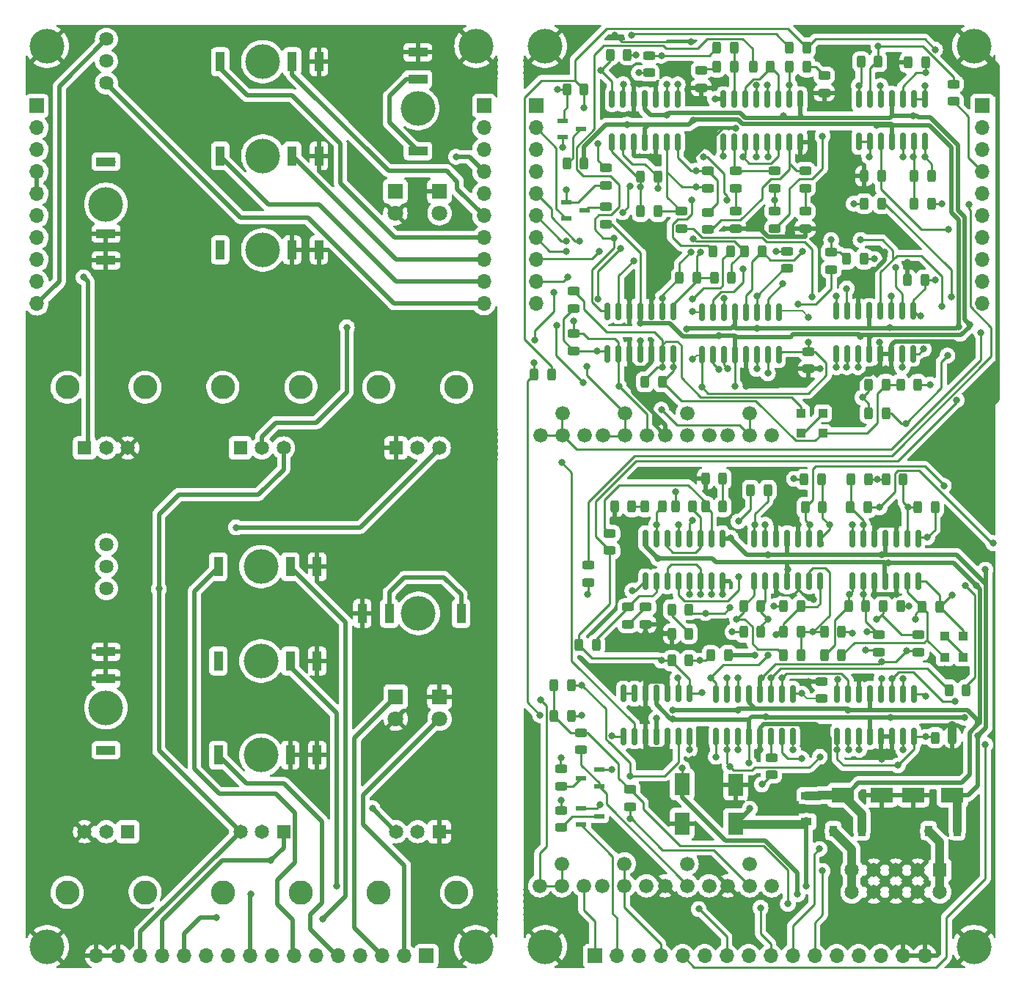
<source format=gbr>
%TF.GenerationSoftware,KiCad,Pcbnew,(5.99.0-10623-gbaf868fce7)*%
%TF.CreationDate,2021-05-29T08:15:43+02:00*%
%TF.ProjectId,voltage_processor,766f6c74-6167-4655-9f70-726f63657373,6*%
%TF.SameCoordinates,Original*%
%TF.FileFunction,Copper,L1,Top*%
%TF.FilePolarity,Positive*%
%FSLAX46Y46*%
G04 Gerber Fmt 4.6, Leading zero omitted, Abs format (unit mm)*
G04 Created by KiCad (PCBNEW (5.99.0-10623-gbaf868fce7)) date 2021-05-29 08:15:43*
%MOMM*%
%LPD*%
G01*
G04 APERTURE LIST*
G04 Aperture macros list*
%AMRoundRect*
0 Rectangle with rounded corners*
0 $1 Rounding radius*
0 $2 $3 $4 $5 $6 $7 $8 $9 X,Y pos of 4 corners*
0 Add a 4 corners polygon primitive as box body*
4,1,4,$2,$3,$4,$5,$6,$7,$8,$9,$2,$3,0*
0 Add four circle primitives for the rounded corners*
1,1,$1+$1,$2,$3*
1,1,$1+$1,$4,$5*
1,1,$1+$1,$6,$7*
1,1,$1+$1,$8,$9*
0 Add four rect primitives between the rounded corners*
20,1,$1+$1,$2,$3,$4,$5,0*
20,1,$1+$1,$4,$5,$6,$7,0*
20,1,$1+$1,$6,$7,$8,$9,0*
20,1,$1+$1,$8,$9,$2,$3,0*%
%AMFreePoly0*
4,1,9,3.862500,-0.866500,0.737500,-0.866500,0.737500,-0.450000,-0.737500,-0.450000,-0.737500,0.450000,0.737500,0.450000,0.737500,0.866500,3.862500,0.866500,3.862500,-0.866500,3.862500,-0.866500,$1*%
G04 Aperture macros list end*
%TA.AperFunction,SMDPad,CuDef*%
%ADD10RoundRect,0.243750X0.243750X0.456250X-0.243750X0.456250X-0.243750X-0.456250X0.243750X-0.456250X0*%
%TD*%
%TA.AperFunction,SMDPad,CuDef*%
%ADD11RoundRect,0.243750X-0.243750X-0.456250X0.243750X-0.456250X0.243750X0.456250X-0.243750X0.456250X0*%
%TD*%
%TA.AperFunction,SMDPad,CuDef*%
%ADD12RoundRect,0.243750X0.456250X-0.243750X0.456250X0.243750X-0.456250X0.243750X-0.456250X-0.243750X0*%
%TD*%
%TA.AperFunction,ComponentPad*%
%ADD13C,1.676400*%
%TD*%
%TA.AperFunction,SMDPad,CuDef*%
%ADD14RoundRect,0.150000X0.150000X-0.825000X0.150000X0.825000X-0.150000X0.825000X-0.150000X-0.825000X0*%
%TD*%
%TA.AperFunction,WasherPad*%
%ADD15C,4.000000*%
%TD*%
%TA.AperFunction,ComponentPad*%
%ADD16R,2.300000X1.100000*%
%TD*%
%TA.AperFunction,ComponentPad*%
%ADD17R,1.100000X2.300000*%
%TD*%
%TA.AperFunction,SMDPad,CuDef*%
%ADD18R,1.800000X2.600000*%
%TD*%
%TA.AperFunction,ComponentPad*%
%ADD19R,1.648460X1.648460*%
%TD*%
%TA.AperFunction,ComponentPad*%
%ADD20C,1.648460*%
%TD*%
%TA.AperFunction,ComponentPad*%
%ADD21C,2.794000*%
%TD*%
%TA.AperFunction,ComponentPad*%
%ADD22R,1.800000X1.800000*%
%TD*%
%TA.AperFunction,ComponentPad*%
%ADD23C,1.800000*%
%TD*%
%TA.AperFunction,ComponentPad*%
%ADD24C,4.000000*%
%TD*%
%TA.AperFunction,SMDPad,CuDef*%
%ADD25RoundRect,0.243750X-0.456250X0.243750X-0.456250X-0.243750X0.456250X-0.243750X0.456250X0.243750X0*%
%TD*%
%TA.AperFunction,ComponentPad*%
%ADD26R,1.650000X1.650000*%
%TD*%
%TA.AperFunction,ComponentPad*%
%ADD27C,1.650000*%
%TD*%
%TA.AperFunction,SMDPad,CuDef*%
%ADD28R,1.000000X1.000000*%
%TD*%
%TA.AperFunction,SMDPad,CuDef*%
%ADD29R,1.300000X0.600000*%
%TD*%
%TA.AperFunction,SMDPad,CuDef*%
%ADD30R,2.600000X1.800000*%
%TD*%
%TA.AperFunction,SMDPad,CuDef*%
%ADD31R,0.900000X1.200000*%
%TD*%
%TA.AperFunction,ComponentPad*%
%ADD32C,1.635000*%
%TD*%
%TA.AperFunction,SMDPad,CuDef*%
%ADD33R,1.300000X0.900000*%
%TD*%
%TA.AperFunction,SMDPad,CuDef*%
%ADD34FreePoly0,180.000000*%
%TD*%
%TA.AperFunction,ComponentPad*%
%ADD35R,1.700000X1.700000*%
%TD*%
%TA.AperFunction,ComponentPad*%
%ADD36O,1.700000X1.700000*%
%TD*%
%TA.AperFunction,ViaPad*%
%ADD37C,0.800000*%
%TD*%
%TA.AperFunction,Conductor*%
%ADD38C,0.250000*%
%TD*%
%TA.AperFunction,Conductor*%
%ADD39C,0.500000*%
%TD*%
%TA.AperFunction,Conductor*%
%ADD40C,1.000000*%
%TD*%
%TA.AperFunction,Conductor*%
%ADD41C,0.200000*%
%TD*%
G04 APERTURE END LIST*
D10*
%TO.P,R26,1*%
%TO.N,Net-(R26-Pad1)*%
X177600000Y-46600000D03*
%TO.P,R26,2*%
%TO.N,Net-(C65-Pad1)*%
X175600000Y-46600000D03*
%TD*%
D11*
%TO.P,R68,1*%
%TO.N,Net-(R68-Pad1)*%
X183300000Y-111100000D03*
%TO.P,R68,2*%
%TO.N,Net-(C50-Pad1)*%
X185300000Y-111100000D03*
%TD*%
D12*
%TO.P,R78,1*%
%TO.N,Net-(ATV_COMP2-Pad1)*%
X160750000Y-108350000D03*
%TO.P,R78,2*%
%TO.N,Net-(C8-Pad1)*%
X160750000Y-106350000D03*
%TD*%
D13*
%TO.P,ATV_COMP2,1,1*%
%TO.N,Net-(ATV_COMP2-Pad1)*%
X155160000Y-143400000D03*
%TO.P,ATV_COMP2,2,2*%
X157700000Y-143400000D03*
X157700000Y-140860000D03*
%TO.P,ATV_COMP2,3,3*%
%TO.N,/Voltage Processor B/OFFSET_M*%
X160240000Y-143400000D03*
%TD*%
D10*
%TO.P,R58,1*%
%TO.N,Net-(C48-Pad2)*%
X197100000Y-96450000D03*
%TO.P,R58,2*%
%TO.N,Net-(C47-Pad1)*%
X195100000Y-96450000D03*
%TD*%
D13*
%TO.P,CRSFD2,1,1*%
%TO.N,/Voltage Processor B/CRSFD_POT_M*%
X162393333Y-143400000D03*
%TO.P,CRSFD2,2,2*%
X164933333Y-143400000D03*
X164933333Y-140860000D03*
%TO.P,CRSFD2,3,3*%
%TO.N,Net-(C42-Pad2)*%
X167473333Y-143400000D03*
%TD*%
D14*
%TO.P,IC3,1,IN1*%
%TO.N,/Voltage Processor B/RING_ON*%
X175495000Y-126175000D03*
%TO.P,IC3,2,D1*%
%TO.N,/Voltage Processor B/CROSSFADE_A*%
X176765000Y-126175000D03*
%TO.P,IC3,3,S1*%
%TO.N,/Voltage Processor B/CROSSFADE_A_RING*%
X178035000Y-126175000D03*
%TO.P,IC3,4,V-*%
%TO.N,-12V*%
X179305000Y-126175000D03*
%TO.P,IC3,5,GND*%
%TO.N,GND*%
X180575000Y-126175000D03*
%TO.P,IC3,6,S4*%
%TO.N,/Voltage Processor B/CRSFD_CV_RING*%
X181845000Y-126175000D03*
%TO.P,IC3,7,D4*%
%TO.N,/Voltage Processor B/CRSFD_CV_M*%
X183115000Y-126175000D03*
%TO.P,IC3,8,IN4*%
%TO.N,/Voltage Processor B/RING_ON*%
X184385000Y-126175000D03*
%TO.P,IC3,9,IN3*%
X184385000Y-121225000D03*
%TO.P,IC3,10,D3*%
%TO.N,/Voltage Processor B/CRSFD_A_1_M*%
X183115000Y-121225000D03*
%TO.P,IC3,11,S3*%
%TO.N,/Voltage Processor B/CROSSFADE_B*%
X181845000Y-121225000D03*
%TO.P,IC3,12,VL*%
%TO.N,+5V*%
X180575000Y-121225000D03*
%TO.P,IC3,13,V+*%
%TO.N,+12V*%
X179305000Y-121225000D03*
%TO.P,IC3,14,S2*%
%TO.N,/Voltage Processor B/CROSSFADE_A*%
X178035000Y-121225000D03*
%TO.P,IC3,15,D2*%
%TO.N,/Voltage Processor B/CRSFD_B_1_M*%
X176765000Y-121225000D03*
%TO.P,IC3,16,IN2*%
%TO.N,/Voltage Processor B/RING_ON*%
X175495000Y-121225000D03*
%TD*%
D15*
%TO.P,J10,*%
%TO.N,*%
X141094949Y-53605000D03*
D16*
%TO.P,J10,1*%
%TO.N,GND1*%
X141094949Y-47125000D03*
%TO.P,J10,2*%
%TO.N,/Voltage Processor A/OUTPUT_P*%
X141094949Y-50225000D03*
%TO.P,J10,3*%
X141094949Y-58525000D03*
%TD*%
D15*
%TO.P,J7,*%
%TO.N,*%
X123194949Y-69940000D03*
D17*
%TO.P,J7,1*%
%TO.N,GND1*%
X129674949Y-69940000D03*
%TO.P,J7,2*%
X126574949Y-69940000D03*
%TO.P,J7,3*%
%TO.N,/Voltage Processor A/CRSFD_CV_P*%
X118274949Y-69940000D03*
%TD*%
D11*
%TO.P,R72,1*%
%TO.N,Net-(R70-Pad1)*%
X174300000Y-99600000D03*
%TO.P,R72,2*%
%TO.N,Net-(C31-Pad2)*%
X176300000Y-99600000D03*
%TD*%
D18*
%TO.P,C1,1*%
%TO.N,+5V*%
X177775000Y-136250000D03*
%TO.P,C1,2*%
%TO.N,GND*%
X177775000Y-131750000D03*
%TD*%
D11*
%TO.P,C31,1*%
%TO.N,GND*%
X174300000Y-96400000D03*
%TO.P,C31,2*%
%TO.N,Net-(C31-Pad2)*%
X176300000Y-96400000D03*
%TD*%
D19*
%TO.P,OFFSET2,1,A*%
%TO.N,GND1*%
X143569309Y-137167300D03*
D20*
%TO.P,OFFSET2,2,S*%
%TO.N,Net-(OFFSET2-Pad2)*%
X141069949Y-137167300D03*
%TO.P,OFFSET2,3,E*%
%TO.N,PANEL_-5V*%
X138570589Y-137167300D03*
D21*
%TO.P,OFFSET2,CHASSIS1*%
%TO.N,N/C*%
X145568289Y-144165000D03*
%TO.P,OFFSET2,CHASSIS2*%
X136571609Y-144165000D03*
%TD*%
D22*
%TO.P,D6,1,K*%
%TO.N,GND1*%
X143594949Y-121565000D03*
D23*
%TO.P,D6,2,A*%
%TO.N,/Voltage Processor B/LED_POS_P*%
X143594949Y-124105000D03*
%TD*%
D10*
%TO.P,R75,1*%
%TO.N,Net-(R74-Pad1)*%
X161700000Y-115600000D03*
%TO.P,R75,2*%
%TO.N,-5V*%
X159700000Y-115600000D03*
%TD*%
D24*
%TO.P,MH8,*%
%TO.N,GND1*%
X147810000Y-46400000D03*
%TD*%
D25*
%TO.P,R22,1*%
%TO.N,Net-(C65-Pad1)*%
X167794949Y-47493349D03*
%TO.P,R22,2*%
%TO.N,Net-(C65-Pad2)*%
X167794949Y-49493349D03*
%TD*%
D10*
%TO.P,R7,1*%
%TO.N,Net-(C8-Pad1)*%
X200400000Y-61400000D03*
%TO.P,R7,2*%
%TO.N,Net-(C8-Pad2)*%
X198400000Y-61400000D03*
%TD*%
D11*
%TO.P,R21,1*%
%TO.N,/Voltage Processor B/OUTPUT_M*%
X156800000Y-123800000D03*
%TO.P,R21,2*%
%TO.N,Net-(C54-Pad1)*%
X158800000Y-123800000D03*
%TD*%
D10*
%TO.P,R102,1*%
%TO.N,Net-(C66-Pad2)*%
X168800000Y-65500000D03*
%TO.P,R102,2*%
%TO.N,Net-(C59-Pad1)*%
X166800000Y-65500000D03*
%TD*%
D13*
%TO.P,ATV_COMP1,1,1*%
%TO.N,Net-(ATV_COMP1-Pad1)*%
X155260000Y-91400000D03*
%TO.P,ATV_COMP1,2,2*%
X157800000Y-91400000D03*
X157800000Y-88860000D03*
%TO.P,ATV_COMP1,3,3*%
%TO.N,/Voltage Processor A/OFFSET_M*%
X160340000Y-91400000D03*
%TD*%
D10*
%TO.P,R63,1*%
%TO.N,Net-(C49-Pad1)*%
X187800000Y-99700000D03*
%TO.P,R63,2*%
%TO.N,Net-(C49-Pad2)*%
X185800000Y-99700000D03*
%TD*%
D25*
%TO.P,R90,1*%
%TO.N,+12V*%
X157600000Y-134700000D03*
%TO.P,R90,2*%
%TO.N,Net-(Q2-Pad3)*%
X157600000Y-136700000D03*
%TD*%
D15*
%TO.P,J1,*%
%TO.N,*%
X105094949Y-122840000D03*
D16*
%TO.P,J1,1*%
%TO.N,GND1*%
X105094949Y-116360000D03*
%TO.P,J1,2*%
X105094949Y-119460000D03*
%TO.P,J1,3*%
%TO.N,/Voltage Processor B/BUFF_P*%
X105094949Y-127760000D03*
%TD*%
D11*
%TO.P,C30,1*%
%TO.N,GND*%
X170400000Y-114300000D03*
%TO.P,C30,2*%
%TO.N,Net-(C30-Pad2)*%
X172400000Y-114300000D03*
%TD*%
D19*
%TO.P,OFFSET1,1,A*%
%TO.N,GND1*%
X138570589Y-92812700D03*
D20*
%TO.P,OFFSET1,2,S*%
%TO.N,Net-(OFFSET1-Pad2)*%
X141069949Y-92812700D03*
%TO.P,OFFSET1,3,E*%
%TO.N,PANEL_-5V*%
X143569309Y-92812700D03*
D21*
%TO.P,OFFSET1,CHASSIS1*%
%TO.N,N/C*%
X136571609Y-85815000D03*
%TO.P,OFFSET1,CHASSIS2*%
X145568289Y-85815000D03*
%TD*%
D10*
%TO.P,R106,1*%
%TO.N,Net-(R106-Pad1)*%
X172800000Y-99600000D03*
%TO.P,R106,2*%
%TO.N,Net-(C27-Pad1)*%
X170800000Y-99600000D03*
%TD*%
D11*
%TO.P,R103,1*%
%TO.N,GND*%
X197600000Y-73400000D03*
%TO.P,R103,2*%
%TO.N,/Voltage Processor A/RING_OFF*%
X199600000Y-73400000D03*
%TD*%
D24*
%TO.P,MH7,*%
%TO.N,GND1*%
X98290000Y-46400000D03*
%TD*%
D12*
%TO.P,R10,1*%
%TO.N,Net-(C58-Pad1)*%
X159100000Y-81600000D03*
%TO.P,R10,2*%
%TO.N,Net-(C58-Pad2)*%
X159100000Y-79600000D03*
%TD*%
%TO.P,C15,1*%
%TO.N,GND*%
X177794949Y-67493349D03*
%TO.P,C15,2*%
%TO.N,Net-(C15-Pad2)*%
X177794949Y-65493349D03*
%TD*%
D25*
%TO.P,R19,1*%
%TO.N,Net-(C66-Pad2)*%
X171500000Y-65500000D03*
%TO.P,R19,2*%
%TO.N,/Voltage Processor A/CROSSFADE_A_NORMAL*%
X171500000Y-67500000D03*
%TD*%
D13*
%TO.P,LED1+1,1,1*%
%TO.N,GND*%
X176860000Y-91400000D03*
%TO.P,LED1+1,2,2*%
%TO.N,Net-(LED1+1-Pad2)*%
X179400000Y-91400000D03*
X179400000Y-88860000D03*
%TO.P,LED1+1,3,3*%
%TO.N,+12V*%
X181940000Y-91400000D03*
%TD*%
D10*
%TO.P,R61,1*%
%TO.N,Net-(C48-Pad1)*%
X200800000Y-99700000D03*
%TO.P,R61,2*%
%TO.N,Net-(C48-Pad2)*%
X198800000Y-99700000D03*
%TD*%
D11*
%TO.P,R16,1*%
%TO.N,Net-(C10-Pad2)*%
X193100000Y-88800000D03*
%TO.P,R16,2*%
%TO.N,+5V*%
X195100000Y-88800000D03*
%TD*%
D10*
%TO.P,R15,1*%
%TO.N,Net-(C63-Pad1)*%
X169300000Y-85200000D03*
%TO.P,R15,2*%
%TO.N,Net-(C63-Pad2)*%
X167300000Y-85200000D03*
%TD*%
D26*
%TO.P,J17,1,1*%
%TO.N,Net-(D2-Pad1)*%
X201350000Y-141600000D03*
D27*
%TO.P,J17,2,2*%
X201350000Y-144140000D03*
%TO.P,J17,3,3*%
%TO.N,GND*%
X198810000Y-141600000D03*
%TO.P,J17,4,4*%
X198810000Y-144140000D03*
%TO.P,J17,5,5*%
X196270000Y-141600000D03*
%TO.P,J17,6,6*%
X196270000Y-144140000D03*
%TO.P,J17,7,7*%
X193730000Y-141600000D03*
%TO.P,J17,8,8*%
X193730000Y-144140000D03*
%TO.P,J17,9,9*%
%TO.N,Net-(D1-Pad2)*%
X191190000Y-141600000D03*
%TO.P,J17,10,10*%
X191190000Y-144140000D03*
%TD*%
D13*
%TO.P,LED2+1,1,1*%
%TO.N,GND*%
X176860000Y-143400000D03*
%TO.P,LED2+1,2,2*%
%TO.N,Net-(LED2+1-Pad2)*%
X179400000Y-143400000D03*
X179400000Y-140860000D03*
%TO.P,LED2+1,3,3*%
%TO.N,+12V*%
X181940000Y-143400000D03*
%TD*%
D14*
%TO.P,U1,1*%
%TO.N,/Voltage Processor B/BUFF_O_M*%
X191970000Y-57450000D03*
%TO.P,U1,2,-*%
X193240000Y-57450000D03*
%TO.P,U1,3,+*%
%TO.N,/Voltage Processor B/BUFF_M*%
X194510000Y-57450000D03*
%TO.P,U1,4,V+*%
%TO.N,+12V*%
X195780000Y-57450000D03*
%TO.P,U1,5,+*%
%TO.N,/Voltage Processor B/ATNVRT_2_M*%
X197050000Y-57450000D03*
%TO.P,U1,6,-*%
%TO.N,Net-(C8-Pad2)*%
X198320000Y-57450000D03*
%TO.P,U1,7*%
%TO.N,Net-(C8-Pad1)*%
X199590000Y-57450000D03*
%TO.P,U1,8*%
%TO.N,/Voltage Processor A/BUFF_O_M*%
X199590000Y-52500000D03*
%TO.P,U1,9,-*%
X198320000Y-52500000D03*
%TO.P,U1,10,+*%
%TO.N,/Voltage Processor A/BUFF_M*%
X197050000Y-52500000D03*
%TO.P,U1,11,V-*%
%TO.N,-12V*%
X195780000Y-52500000D03*
%TO.P,U1,12,+*%
%TO.N,/Voltage Processor A/ATNVRT_2_M*%
X194510000Y-52500000D03*
%TO.P,U1,13,-*%
%TO.N,Net-(C7-Pad2)*%
X193240000Y-52500000D03*
%TO.P,U1,14*%
%TO.N,Net-(C7-Pad1)*%
X191970000Y-52500000D03*
%TD*%
D10*
%TO.P,R48,1*%
%TO.N,/Voltage Processor A/OUTPUT_M*%
X156500000Y-84300000D03*
%TO.P,R48,2*%
%TO.N,Net-(C70-Pad1)*%
X154500000Y-84300000D03*
%TD*%
%TO.P,R69,1*%
%TO.N,Net-(R67-Pad1)*%
X169300000Y-99600000D03*
%TO.P,R69,2*%
%TO.N,Net-(C28-Pad2)*%
X167300000Y-99600000D03*
%TD*%
D13*
%TO.P,LED2-1,1,1*%
%TO.N,GND*%
X169626666Y-143400000D03*
%TO.P,LED2-1,2,2*%
%TO.N,Net-(LED2-1-Pad2)*%
X172166666Y-140860000D03*
X172166666Y-143400000D03*
%TO.P,LED2-1,3,3*%
%TO.N,-12V*%
X174706666Y-143400000D03*
%TD*%
D11*
%TO.P,C28,1*%
%TO.N,GND*%
X163800000Y-99600000D03*
%TO.P,C28,2*%
%TO.N,Net-(C28-Pad2)*%
X165800000Y-99600000D03*
%TD*%
D28*
%TO.P,D7,1,K*%
%TO.N,Net-(D7-Pad1)*%
X204000000Y-117050000D03*
%TO.P,D7,2,A*%
%TO.N,Net-(C47-Pad1)*%
X204000000Y-114550000D03*
%TD*%
D25*
%TO.P,R36,1*%
%TO.N,Net-(C42-Pad2)*%
X194300000Y-114400000D03*
%TO.P,R36,2*%
%TO.N,/Voltage Processor B/CRSFD_CV_NORMAL*%
X194300000Y-116400000D03*
%TD*%
D29*
%TO.P,Q3,1,B*%
%TO.N,Net-(LED1-1-Pad2)*%
X158244949Y-64443349D03*
%TO.P,Q3,2,E*%
%TO.N,/Voltage Processor A/LED_NEG_M*%
X158244949Y-66343349D03*
%TO.P,Q3,3,C*%
%TO.N,Net-(Q3-Pad3)*%
X160344949Y-65393349D03*
%TD*%
D12*
%TO.P,C32,1*%
%TO.N,GND*%
X167400000Y-113200000D03*
%TO.P,C32,2*%
%TO.N,Net-(C32-Pad2)*%
X167400000Y-111200000D03*
%TD*%
D10*
%TO.P,R32,1*%
%TO.N,/Voltage Processor A/BUFF_M*%
X199700000Y-48300000D03*
%TO.P,R32,2*%
%TO.N,GND*%
X197700000Y-48300000D03*
%TD*%
%TO.P,R49,1*%
%TO.N,+12V*%
X160294949Y-59993349D03*
%TO.P,R49,2*%
%TO.N,Net-(Q4-Pad3)*%
X158294949Y-59993349D03*
%TD*%
%TO.P,R52,1*%
%TO.N,Net-(C43-Pad2)*%
X180700000Y-114100000D03*
%TO.P,R52,2*%
%TO.N,/Voltage Processor B/CROSSFADE_A_RING*%
X178700000Y-114100000D03*
%TD*%
D12*
%TO.P,R38,1*%
%TO.N,/Voltage Processor A/CRSFD_CV_RING*%
X188800000Y-72200000D03*
%TO.P,R38,2*%
%TO.N,Net-(C58-Pad2)*%
X188800000Y-70200000D03*
%TD*%
D14*
%TO.P,U9,1*%
%TO.N,Net-(C43-Pad1)*%
X179940000Y-108225000D03*
%TO.P,U9,2,-*%
%TO.N,Net-(C43-Pad2)*%
X181210000Y-108225000D03*
%TO.P,U9,3,+*%
%TO.N,GND*%
X182480000Y-108225000D03*
%TO.P,U9,4,V+*%
%TO.N,+12V*%
X183750000Y-108225000D03*
%TO.P,U9,5,+*%
%TO.N,GND*%
X185020000Y-108225000D03*
%TO.P,U9,6,-*%
%TO.N,Net-(C50-Pad2)*%
X186290000Y-108225000D03*
%TO.P,U9,7*%
%TO.N,Net-(C50-Pad1)*%
X187560000Y-108225000D03*
%TO.P,U9,8*%
%TO.N,Net-(C49-Pad1)*%
X187560000Y-103275000D03*
%TO.P,U9,9,-*%
%TO.N,Net-(C49-Pad2)*%
X186290000Y-103275000D03*
%TO.P,U9,10,+*%
%TO.N,GND*%
X185020000Y-103275000D03*
%TO.P,U9,11,V-*%
%TO.N,-12V*%
X183750000Y-103275000D03*
%TO.P,U9,12,+*%
%TO.N,GND*%
X182480000Y-103275000D03*
%TO.P,U9,13,-*%
%TO.N,Net-(C29-Pad2)*%
X181210000Y-103275000D03*
%TO.P,U9,14*%
%TO.N,Net-(C29-Pad1)*%
X179940000Y-103275000D03*
%TD*%
D12*
%TO.P,C11,1*%
%TO.N,GND*%
X173800000Y-51200000D03*
%TO.P,C11,2*%
%TO.N,Net-(C11-Pad2)*%
X173800000Y-49200000D03*
%TD*%
D30*
%TO.P,C4,1*%
%TO.N,GND*%
X198300000Y-132925000D03*
%TO.P,C4,2*%
%TO.N,-12V*%
X202800000Y-132925000D03*
%TD*%
D25*
%TO.P,R18,1*%
%TO.N,Net-(C65-Pad2)*%
X183700000Y-70100000D03*
%TO.P,R18,2*%
%TO.N,/Voltage Processor A/CROSSFADE_B*%
X183700000Y-72100000D03*
%TD*%
D12*
%TO.P,R88,1*%
%TO.N,Net-(LED2+1-Pad2)*%
X165600000Y-134300000D03*
%TO.P,R88,2*%
%TO.N,/Voltage Processor B/OUTPUT_M*%
X165600000Y-132300000D03*
%TD*%
D14*
%TO.P,U10,1,MODE*%
%TO.N,Net-(R107-Pad1)*%
X167355000Y-108225000D03*
%TO.P,U10,2,I_IN1*%
%TO.N,Net-(R74-Pad1)*%
X168625000Y-108225000D03*
%TO.P,U10,3,VC1*%
%TO.N,Net-(R105-Pad2)*%
X169895000Y-108225000D03*
%TO.P,U10,4,I_OUT1*%
%TO.N,Net-(C29-Pad2)*%
X171165000Y-108225000D03*
%TO.P,U10,5,I_OUT2*%
%TO.N,/Voltage Processor B/OFFSET_M*%
X172435000Y-108225000D03*
%TO.P,U10,6,VC2*%
%TO.N,Net-(R105-Pad2)*%
X173705000Y-108225000D03*
%TO.P,U10,7,I_IN2*%
%TO.N,Net-(R68-Pad1)*%
X174975000Y-108225000D03*
%TO.P,U10,8,GND*%
%TO.N,GND*%
X176245000Y-108225000D03*
%TO.P,U10,9,V-*%
%TO.N,-12V*%
X176245000Y-103275000D03*
%TO.P,U10,10,I_IN3*%
%TO.N,Net-(R70-Pad1)*%
X174975000Y-103275000D03*
%TO.P,U10,11,VC3*%
%TO.N,Net-(R106-Pad1)*%
X173705000Y-103275000D03*
%TO.P,U10,12,I_OUT3*%
%TO.N,Net-(C27-Pad2)*%
X172435000Y-103275000D03*
%TO.P,U10,13,I_OUT4*%
%TO.N,/Voltage Processor B/OFFSET_M*%
X171165000Y-103275000D03*
%TO.P,U10,14,VC4*%
%TO.N,Net-(R106-Pad1)*%
X169895000Y-103275000D03*
%TO.P,U10,15,I_IN4*%
%TO.N,Net-(R67-Pad1)*%
X168625000Y-103275000D03*
%TO.P,U10,16,V+*%
%TO.N,+12V*%
X167355000Y-103275000D03*
%TD*%
D11*
%TO.P,R13,1*%
%TO.N,Net-(C59-Pad1)*%
X166794949Y-61493349D03*
%TO.P,R13,2*%
%TO.N,Net-(C59-Pad2)*%
X168794949Y-61493349D03*
%TD*%
%TO.P,R51,1*%
%TO.N,Net-(C42-Pad1)*%
X190800000Y-111100000D03*
%TO.P,R51,2*%
%TO.N,Net-(C42-Pad2)*%
X192800000Y-111100000D03*
%TD*%
D29*
%TO.P,Q4,1,B*%
%TO.N,Net-(LED1+1-Pad2)*%
X157844949Y-55043349D03*
%TO.P,Q4,2,E*%
%TO.N,/Voltage Processor A/LED_POS_M*%
X157844949Y-56943349D03*
%TO.P,Q4,3,C*%
%TO.N,Net-(Q4-Pad3)*%
X159944949Y-55993349D03*
%TD*%
D14*
%TO.P,IC2,1,IN1*%
%TO.N,/Voltage Processor A/RING_OFF*%
X189374949Y-81943349D03*
%TO.P,IC2,2,D1*%
%TO.N,/Voltage Processor A/CROSSFADE_A*%
X190644949Y-81943349D03*
%TO.P,IC2,3,S1*%
%TO.N,/Voltage Processor A/CROSSFADE_A_NORMAL*%
X191914949Y-81943349D03*
%TO.P,IC2,4,V-*%
%TO.N,-12V*%
X193184949Y-81943349D03*
%TO.P,IC2,5,GND*%
%TO.N,GND*%
X194454949Y-81943349D03*
%TO.P,IC2,6,S4*%
X195724949Y-81943349D03*
%TO.P,IC2,7,D4*%
%TO.N,/Voltage Processor A/CRSFD_B_1_M*%
X196994949Y-81943349D03*
%TO.P,IC2,8,IN4*%
%TO.N,/Voltage Processor A/RING_OFF*%
X198264949Y-81943349D03*
%TO.P,IC2,9,IN3*%
X198264949Y-76993349D03*
%TO.P,IC2,10,D3*%
%TO.N,/Voltage Processor A/CRSFD_CV_NORMAL*%
X196994949Y-76993349D03*
%TO.P,IC2,11,S3*%
%TO.N,/Voltage Processor A/CRSFD_CV_M*%
X195724949Y-76993349D03*
%TO.P,IC2,12,VL*%
%TO.N,+5V*%
X194454949Y-76993349D03*
%TO.P,IC2,13,V+*%
%TO.N,+12V*%
X193184949Y-76993349D03*
%TO.P,IC2,14,S2*%
%TO.N,GND*%
X191914949Y-76993349D03*
%TO.P,IC2,15,D2*%
%TO.N,/Voltage Processor A/CRSFD_A_1_M*%
X190644949Y-76993349D03*
%TO.P,IC2,16,IN2*%
%TO.N,/Voltage Processor A/RING_OFF*%
X189374949Y-76993349D03*
%TD*%
D28*
%TO.P,D8,1,K*%
%TO.N,Net-(D7-Pad1)*%
X201900000Y-114550000D03*
%TO.P,D8,2,A*%
%TO.N,Net-(C47-Pad2)*%
X201900000Y-117050000D03*
%TD*%
D12*
%TO.P,R27,1*%
%TO.N,Net-(R27-Pad1)*%
X174600000Y-67600000D03*
%TO.P,R27,2*%
%TO.N,Net-(C66-Pad1)*%
X174600000Y-65600000D03*
%TD*%
D25*
%TO.P,R70,1*%
%TO.N,Net-(R70-Pad1)*%
X163250000Y-102700000D03*
%TO.P,R70,2*%
%TO.N,-5V*%
X163250000Y-104700000D03*
%TD*%
D24*
%TO.P,MH4,*%
%TO.N,GND*%
X205294949Y-150440000D03*
%TD*%
D25*
%TO.P,R50,1*%
%TO.N,GND*%
X187700000Y-119800000D03*
%TO.P,R50,2*%
%TO.N,/Voltage Processor B/RING_ON*%
X187700000Y-121800000D03*
%TD*%
D10*
%TO.P,R28,1*%
%TO.N,Net-(R26-Pad1)*%
X177600000Y-48800000D03*
%TO.P,R28,2*%
%TO.N,Net-(C11-Pad2)*%
X175600000Y-48800000D03*
%TD*%
D30*
%TO.P,C3,1*%
%TO.N,+12V*%
X190150000Y-132925000D03*
%TO.P,C3,2*%
%TO.N,GND*%
X194650000Y-132925000D03*
%TD*%
D10*
%TO.P,R23,1*%
%TO.N,Net-(C12-Pad2)*%
X177294949Y-73200000D03*
%TO.P,R23,2*%
%TO.N,Net-(C64-Pad1)*%
X175294949Y-73200000D03*
%TD*%
D24*
%TO.P,MH2,*%
%TO.N,GND*%
X155790000Y-46400000D03*
%TD*%
D14*
%TO.P,U6,1,MODE*%
%TO.N,Net-(R110-Pad1)*%
X176349949Y-57468349D03*
%TO.P,U6,2,I_IN1*%
%TO.N,Net-(R33-Pad1)*%
X177619949Y-57468349D03*
%TO.P,U6,3,VC1*%
%TO.N,Net-(R108-Pad2)*%
X178889949Y-57468349D03*
%TO.P,U6,4,I_OUT1*%
%TO.N,Net-(C12-Pad2)*%
X180159949Y-57468349D03*
%TO.P,U6,5,I_OUT2*%
%TO.N,/Voltage Processor A/OFFSET_M*%
X181429949Y-57468349D03*
%TO.P,U6,6,VC2*%
%TO.N,Net-(R108-Pad2)*%
X182699949Y-57468349D03*
%TO.P,U6,7,I_IN2*%
%TO.N,Net-(R27-Pad1)*%
X183969949Y-57468349D03*
%TO.P,U6,8,GND*%
%TO.N,GND*%
X185239949Y-57468349D03*
%TO.P,U6,9,V-*%
%TO.N,-12V*%
X185239949Y-52518349D03*
%TO.P,U6,10,I_IN3*%
%TO.N,Net-(R29-Pad1)*%
X183969949Y-52518349D03*
%TO.P,U6,11,VC3*%
%TO.N,Net-(R109-Pad1)*%
X182699949Y-52518349D03*
%TO.P,U6,12,I_OUT3*%
%TO.N,Net-(C10-Pad2)*%
X181429949Y-52518349D03*
%TO.P,U6,13,I_OUT4*%
%TO.N,/Voltage Processor A/OFFSET_M*%
X180159949Y-52518349D03*
%TO.P,U6,14,VC4*%
%TO.N,Net-(R109-Pad1)*%
X178889949Y-52518349D03*
%TO.P,U6,15,I_IN4*%
%TO.N,Net-(R26-Pad1)*%
X177619949Y-52518349D03*
%TO.P,U6,16,V+*%
%TO.N,+12V*%
X176349949Y-52518349D03*
%TD*%
D11*
%TO.P,R67,1*%
%TO.N,Net-(R67-Pad1)*%
X185700000Y-96450000D03*
%TO.P,R67,2*%
%TO.N,Net-(C49-Pad1)*%
X187700000Y-96450000D03*
%TD*%
D15*
%TO.P,J9,*%
%TO.N,*%
X123194949Y-59090000D03*
D17*
%TO.P,J9,1*%
%TO.N,GND1*%
X129674949Y-59090000D03*
%TO.P,J9,2*%
%TO.N,/Voltage Processor A/CRSFD_B_1_P*%
X126574949Y-59090000D03*
%TO.P,J9,3*%
%TO.N,/Voltage Processor A/CRSFD_B_2_P*%
X118274949Y-59090000D03*
%TD*%
D14*
%TO.P,U8,1*%
%TO.N,Net-(C42-Pad1)*%
X191210000Y-108225000D03*
%TO.P,U8,2,-*%
%TO.N,Net-(C42-Pad2)*%
X192480000Y-108225000D03*
%TO.P,U8,3,+*%
%TO.N,GND*%
X193750000Y-108225000D03*
%TO.P,U8,4,V+*%
%TO.N,+12V*%
X195020000Y-108225000D03*
%TO.P,U8,5,+*%
%TO.N,GND*%
X196290000Y-108225000D03*
%TO.P,U8,6,-*%
%TO.N,Net-(C47-Pad2)*%
X197560000Y-108225000D03*
%TO.P,U8,7*%
%TO.N,Net-(C47-Pad1)*%
X198830000Y-108225000D03*
%TO.P,U8,8*%
%TO.N,Net-(C48-Pad1)*%
X198830000Y-103275000D03*
%TO.P,U8,9,-*%
%TO.N,Net-(C48-Pad2)*%
X197560000Y-103275000D03*
%TO.P,U8,10,+*%
%TO.N,GND*%
X196290000Y-103275000D03*
%TO.P,U8,11,V-*%
%TO.N,-12V*%
X195020000Y-103275000D03*
%TO.P,U8,12,+*%
%TO.N,GND*%
X193750000Y-103275000D03*
%TO.P,U8,13,-*%
%TO.N,Net-(C27-Pad2)*%
X192480000Y-103275000D03*
%TO.P,U8,14*%
%TO.N,Net-(C27-Pad1)*%
X191210000Y-103275000D03*
%TD*%
D31*
%TO.P,D1,1,K*%
%TO.N,+12V*%
X192350000Y-137050000D03*
%TO.P,D1,2,A*%
%TO.N,Net-(D1-Pad2)*%
X189050000Y-137050000D03*
%TD*%
D24*
%TO.P,MH5,*%
%TO.N,GND1*%
X147800000Y-150450000D03*
%TD*%
D25*
%TO.P,R12,1*%
%TO.N,Net-(C63-Pad2)*%
X159100000Y-74700000D03*
%TO.P,R12,2*%
%TO.N,Net-(C58-Pad1)*%
X159100000Y-76700000D03*
%TD*%
D14*
%TO.P,IC4,1,IN1*%
%TO.N,/Voltage Processor B/RING_OFF*%
X189495000Y-126175000D03*
%TO.P,IC4,2,D1*%
%TO.N,/Voltage Processor B/CROSSFADE_A*%
X190765000Y-126175000D03*
%TO.P,IC4,3,S1*%
%TO.N,/Voltage Processor B/CROSSFADE_A_NORMAL*%
X192035000Y-126175000D03*
%TO.P,IC4,4,V-*%
%TO.N,-12V*%
X193305000Y-126175000D03*
%TO.P,IC4,5,GND*%
%TO.N,GND*%
X194575000Y-126175000D03*
%TO.P,IC4,6,S4*%
X195845000Y-126175000D03*
%TO.P,IC4,7,D4*%
%TO.N,/Voltage Processor B/CRSFD_B_1_M*%
X197115000Y-126175000D03*
%TO.P,IC4,8,IN4*%
%TO.N,/Voltage Processor B/RING_OFF*%
X198385000Y-126175000D03*
%TO.P,IC4,9,IN3*%
X198385000Y-121225000D03*
%TO.P,IC4,10,D3*%
%TO.N,/Voltage Processor B/CRSFD_CV_NORMAL*%
X197115000Y-121225000D03*
%TO.P,IC4,11,S3*%
%TO.N,/Voltage Processor B/CRSFD_CV_M*%
X195845000Y-121225000D03*
%TO.P,IC4,12,VL*%
%TO.N,+5V*%
X194575000Y-121225000D03*
%TO.P,IC4,13,V+*%
%TO.N,+12V*%
X193305000Y-121225000D03*
%TO.P,IC4,14,S2*%
%TO.N,GND*%
X192035000Y-121225000D03*
%TO.P,IC4,15,D2*%
%TO.N,/Voltage Processor B/CRSFD_A_1_M*%
X190765000Y-121225000D03*
%TO.P,IC4,16,IN2*%
%TO.N,/Voltage Processor B/RING_OFF*%
X189495000Y-121225000D03*
%TD*%
D10*
%TO.P,R71,1*%
%TO.N,Net-(R68-Pad1)*%
X172400000Y-111500000D03*
%TO.P,R71,2*%
%TO.N,Net-(C30-Pad2)*%
X170400000Y-111500000D03*
%TD*%
D25*
%TO.P,R35,1*%
%TO.N,/Voltage Processor B/CRSFD_CV_RING*%
X181900000Y-128600000D03*
%TO.P,R35,2*%
%TO.N,Net-(C42-Pad2)*%
X181900000Y-130600000D03*
%TD*%
D10*
%TO.P,R56,1*%
%TO.N,Net-(C47-Pad1)*%
X201300000Y-111200000D03*
%TO.P,R56,2*%
%TO.N,Net-(C47-Pad2)*%
X199300000Y-111200000D03*
%TD*%
D13*
%TO.P,LED1-1,1,1*%
%TO.N,GND*%
X169660000Y-91400000D03*
%TO.P,LED1-1,2,2*%
%TO.N,Net-(LED1-1-Pad2)*%
X172200000Y-91400000D03*
X172200000Y-88860000D03*
%TO.P,LED1-1,3,3*%
%TO.N,-12V*%
X174740000Y-91400000D03*
%TD*%
D11*
%TO.P,R54,1*%
%TO.N,Net-(C43-Pad1)*%
X178700000Y-111100000D03*
%TO.P,R54,2*%
%TO.N,Net-(C43-Pad2)*%
X180700000Y-111100000D03*
%TD*%
D14*
%TO.P,U11,1*%
%TO.N,Net-(C70-Pad1)*%
X164810051Y-126156651D03*
%TO.P,U11,2,-*%
%TO.N,/Voltage Processor A/OFFSET_M*%
X166080051Y-126156651D03*
%TO.P,U11,3,+*%
%TO.N,GND*%
X167350051Y-126156651D03*
%TO.P,U11,4,V+*%
%TO.N,+12V*%
X168620051Y-126156651D03*
%TO.P,U11,5,+*%
%TO.N,GND*%
X169890051Y-126156651D03*
%TO.P,U11,6,-*%
%TO.N,/Voltage Processor B/OFFSET_M*%
X171160051Y-126156651D03*
%TO.P,U11,7*%
%TO.N,Net-(C54-Pad1)*%
X172430051Y-126156651D03*
%TO.P,U11,8*%
%TO.N,-5V*%
X172430051Y-121206651D03*
%TO.P,U11,9,-*%
%TO.N,Net-(C17-Pad2)*%
X171160051Y-121206651D03*
%TO.P,U11,10,+*%
%TO.N,GND*%
X169890051Y-121206651D03*
%TO.P,U11,11,V-*%
%TO.N,-12V*%
X168620051Y-121206651D03*
%TO.P,U11,12,+*%
%TO.N,GND*%
X167350051Y-121206651D03*
%TO.P,U11,13,-*%
%TO.N,Net-(U11-Pad13)*%
X166080051Y-121206651D03*
%TO.P,U11,14*%
X164810051Y-121206651D03*
%TD*%
D10*
%TO.P,R37,1*%
%TO.N,Net-(ATV_COMP1-Pad1)*%
X194600000Y-64600000D03*
%TO.P,R37,2*%
%TO.N,Net-(C7-Pad1)*%
X192600000Y-64600000D03*
%TD*%
D11*
%TO.P,R25,1*%
%TO.N,Net-(C12-Pad2)*%
X178794949Y-70093349D03*
%TO.P,R25,2*%
%TO.N,+5V*%
X180794949Y-70093349D03*
%TD*%
D12*
%TO.P,R44,1*%
%TO.N,-12V*%
X162794949Y-66993349D03*
%TO.P,R44,2*%
%TO.N,Net-(Q3-Pad3)*%
X162794949Y-64993349D03*
%TD*%
D31*
%TO.P,D2,1,K*%
%TO.N,Net-(D2-Pad1)*%
X200050000Y-137050000D03*
%TO.P,D2,2,A*%
%TO.N,-12V*%
X203350000Y-137050000D03*
%TD*%
D11*
%TO.P,R55,1*%
%TO.N,Net-(C27-Pad2)*%
X191100000Y-96450000D03*
%TO.P,R55,2*%
%TO.N,Net-(C47-Pad1)*%
X193100000Y-96450000D03*
%TD*%
D10*
%TO.P,R62,1*%
%TO.N,GND*%
X202800000Y-126300000D03*
%TO.P,R62,2*%
%TO.N,/Voltage Processor B/RING_OFF*%
X200800000Y-126300000D03*
%TD*%
D22*
%TO.P,D3,1,K*%
%TO.N,/Voltage Processor A/LED_NEG_P*%
X138494949Y-63165000D03*
D23*
%TO.P,D3,2,A*%
%TO.N,GND1*%
X138494949Y-65705000D03*
%TD*%
D24*
%TO.P,MH3,*%
%TO.N,GND*%
X205280000Y-46400000D03*
%TD*%
D25*
%TO.P,R30,1*%
%TO.N,Net-(R27-Pad1)*%
X185794949Y-60800000D03*
%TO.P,R30,2*%
%TO.N,Net-(C13-Pad2)*%
X185794949Y-62800000D03*
%TD*%
D19*
%TO.P,ATNVRT2,1,A*%
%TO.N,/Voltage Processor B/ATNVRT_1_P*%
X107619309Y-137167300D03*
D20*
%TO.P,ATNVRT2,2,S*%
%TO.N,/Voltage Processor B/ATNVRT_2_P*%
X105119949Y-137167300D03*
%TO.P,ATNVRT2,3,E*%
%TO.N,GND1*%
X102620589Y-137167300D03*
D21*
%TO.P,ATNVRT2,CHASSIS1*%
%TO.N,N/C*%
X109618289Y-144165000D03*
%TO.P,ATNVRT2,CHASSIS2*%
X100621609Y-144165000D03*
%TD*%
D11*
%TO.P,R40,1*%
%TO.N,Net-(C17-Pad2)*%
X174900000Y-116800000D03*
%TO.P,R40,2*%
%TO.N,+5V*%
X176900000Y-116800000D03*
%TD*%
D15*
%TO.P,J12,*%
%TO.N,*%
X122994949Y-106540000D03*
D17*
%TO.P,J12,1*%
%TO.N,GND1*%
X129474949Y-106540000D03*
%TO.P,J12,2*%
%TO.N,/Voltage Processor B/CRSFD_A_1_P*%
X126374949Y-106540000D03*
%TO.P,J12,3*%
%TO.N,/Voltage Processor B/CRSFD_A_2_P*%
X118074949Y-106540000D03*
%TD*%
D14*
%TO.P,U4,1*%
%TO.N,Net-(C58-Pad1)*%
X162984949Y-81968349D03*
%TO.P,U4,2,-*%
%TO.N,Net-(C58-Pad2)*%
X164254949Y-81968349D03*
%TO.P,U4,3,+*%
%TO.N,GND*%
X165524949Y-81968349D03*
%TO.P,U4,4,V+*%
%TO.N,+12V*%
X166794949Y-81968349D03*
%TO.P,U4,5,+*%
%TO.N,GND*%
X168064949Y-81968349D03*
%TO.P,U4,6,-*%
%TO.N,Net-(C63-Pad2)*%
X169334949Y-81968349D03*
%TO.P,U4,7*%
%TO.N,Net-(C63-Pad1)*%
X170604949Y-81968349D03*
%TO.P,U4,8*%
%TO.N,Net-(C64-Pad1)*%
X170604949Y-77018349D03*
%TO.P,U4,9,-*%
%TO.N,Net-(C64-Pad2)*%
X169334949Y-77018349D03*
%TO.P,U4,10,+*%
%TO.N,GND*%
X168064949Y-77018349D03*
%TO.P,U4,11,V-*%
%TO.N,-12V*%
X166794949Y-77018349D03*
%TO.P,U4,12,+*%
%TO.N,GND*%
X165524949Y-77018349D03*
%TO.P,U4,13,-*%
%TO.N,Net-(C10-Pad2)*%
X164254949Y-77018349D03*
%TO.P,U4,14*%
%TO.N,Net-(C10-Pad1)*%
X162984949Y-77018349D03*
%TD*%
D11*
%TO.P,R43,1*%
%TO.N,-5V*%
X170400000Y-117400000D03*
%TO.P,R43,2*%
%TO.N,Net-(C17-Pad2)*%
X172400000Y-117400000D03*
%TD*%
D24*
%TO.P,MH6,*%
%TO.N,GND1*%
X98300000Y-150460000D03*
%TD*%
D25*
%TO.P,R24,1*%
%TO.N,Net-(C66-Pad1)*%
X174600000Y-60800000D03*
%TO.P,R24,2*%
%TO.N,Net-(C66-Pad2)*%
X174600000Y-62800000D03*
%TD*%
D11*
%TO.P,R8,1*%
%TO.N,Net-(C7-Pad1)*%
X192250000Y-48200000D03*
%TO.P,R8,2*%
%TO.N,Net-(C7-Pad2)*%
X194250000Y-48200000D03*
%TD*%
D22*
%TO.P,D4,1,K*%
%TO.N,GND1*%
X143594949Y-63165000D03*
D23*
%TO.P,D4,2,A*%
%TO.N,/Voltage Processor A/LED_POS_P*%
X143594949Y-65705000D03*
%TD*%
D15*
%TO.P,J11,*%
%TO.N,*%
X122994949Y-128320000D03*
D17*
%TO.P,J11,1*%
%TO.N,GND1*%
X129474949Y-128320000D03*
%TO.P,J11,2*%
X126374949Y-128320000D03*
%TO.P,J11,3*%
%TO.N,/Voltage Processor B/CRSFD_CV_P*%
X118074949Y-128320000D03*
%TD*%
D12*
%TO.P,R29,1*%
%TO.N,Net-(R29-Pad1)*%
X182294949Y-67493349D03*
%TO.P,R29,2*%
%TO.N,-5V*%
X182294949Y-65493349D03*
%TD*%
D11*
%TO.P,R5,1*%
%TO.N,Net-(C8-Pad2)*%
X198400000Y-64600000D03*
%TO.P,R5,2*%
%TO.N,/Voltage Processor B/ATNVRT_1_M*%
X200400000Y-64600000D03*
%TD*%
D28*
%TO.P,D9,1,K*%
%TO.N,Net-(D10-Pad1)*%
X185350000Y-91100000D03*
%TO.P,D9,2,A*%
%TO.N,Net-(C63-Pad1)*%
X187850000Y-91100000D03*
%TD*%
D10*
%TO.P,R59,1*%
%TO.N,Net-(C49-Pad2)*%
X204400000Y-120800000D03*
%TO.P,R59,2*%
%TO.N,/Voltage Processor B/CROSSFADE_B*%
X202400000Y-120800000D03*
%TD*%
D12*
%TO.P,C13,1*%
%TO.N,GND*%
X185794949Y-67493349D03*
%TO.P,C13,2*%
%TO.N,Net-(C13-Pad2)*%
X185794949Y-65493349D03*
%TD*%
D32*
%TO.P,S1,1,1*%
%TO.N,/Voltage Processor B/RING_OFF_P*%
X105143949Y-104000000D03*
%TO.P,S1,2,COM*%
%TO.N,Net-(R89-Pad1)*%
X105143949Y-106540000D03*
%TO.P,S1,3,3*%
%TO.N,/Voltage Processor B/RING_ON_P*%
X105143949Y-109080000D03*
%TD*%
D14*
%TO.P,U5,1*%
%TO.N,Net-(C59-Pad1)*%
X163484949Y-57468349D03*
%TO.P,U5,2,-*%
%TO.N,Net-(C59-Pad2)*%
X164754949Y-57468349D03*
%TO.P,U5,3,+*%
%TO.N,GND*%
X166024949Y-57468349D03*
%TO.P,U5,4,V+*%
%TO.N,+12V*%
X167294949Y-57468349D03*
%TO.P,U5,5,+*%
%TO.N,GND*%
X168564949Y-57468349D03*
%TO.P,U5,6,-*%
%TO.N,Net-(C66-Pad2)*%
X169834949Y-57468349D03*
%TO.P,U5,7*%
%TO.N,Net-(C66-Pad1)*%
X171104949Y-57468349D03*
%TO.P,U5,8*%
%TO.N,Net-(C65-Pad1)*%
X171104949Y-52518349D03*
%TO.P,U5,9,-*%
%TO.N,Net-(C65-Pad2)*%
X169834949Y-52518349D03*
%TO.P,U5,10,+*%
%TO.N,GND*%
X168564949Y-52518349D03*
%TO.P,U5,11,V-*%
%TO.N,-12V*%
X167294949Y-52518349D03*
%TO.P,U5,12,+*%
%TO.N,GND*%
X166024949Y-52518349D03*
%TO.P,U5,13,-*%
%TO.N,Net-(C12-Pad2)*%
X164754949Y-52518349D03*
%TO.P,U5,14*%
%TO.N,Net-(C12-Pad1)*%
X163484949Y-52518349D03*
%TD*%
D29*
%TO.P,Q2,1,B*%
%TO.N,Net-(LED2+1-Pad2)*%
X159900000Y-134425000D03*
%TO.P,Q2,2,E*%
%TO.N,/Voltage Processor B/LED_POS_M*%
X159900000Y-136325000D03*
%TO.P,Q2,3,C*%
%TO.N,Net-(Q2-Pad3)*%
X162000000Y-135375000D03*
%TD*%
D12*
%TO.P,C14,1*%
%TO.N,GND*%
X188000000Y-51800000D03*
%TO.P,C14,2*%
%TO.N,Net-(C14-Pad2)*%
X188000000Y-49800000D03*
%TD*%
D10*
%TO.P,R105,1*%
%TO.N,Net-(C29-Pad1)*%
X181500000Y-97700000D03*
%TO.P,R105,2*%
%TO.N,Net-(R105-Pad2)*%
X179500000Y-97700000D03*
%TD*%
D19*
%TO.P,ATNVRT1,1,A*%
%TO.N,/Voltage Processor A/ATNVRT_1_P*%
X102620589Y-92812700D03*
D20*
%TO.P,ATNVRT1,2,S*%
%TO.N,/Voltage Processor A/ATNVRT_2_P*%
X105119949Y-92812700D03*
%TO.P,ATNVRT1,3,E*%
%TO.N,GND1*%
X107619309Y-92812700D03*
D21*
%TO.P,ATNVRT1,CHASSIS1*%
%TO.N,N/C*%
X100621609Y-85815000D03*
%TO.P,ATNVRT1,CHASSIS2*%
X109618289Y-85815000D03*
%TD*%
D11*
%TO.P,R65,1*%
%TO.N,Net-(C50-Pad1)*%
X183300000Y-114100000D03*
%TO.P,R65,2*%
%TO.N,Net-(C50-Pad2)*%
X185300000Y-114100000D03*
%TD*%
D22*
%TO.P,D5,1,K*%
%TO.N,/Voltage Processor B/LED_NEG_P*%
X138524949Y-121565000D03*
D23*
%TO.P,D5,2,A*%
%TO.N,GND1*%
X138524949Y-124105000D03*
%TD*%
D14*
%TO.P,IC1,1,IN1*%
%TO.N,/Voltage Processor A/RING_ON*%
X173854949Y-82093349D03*
%TO.P,IC1,2,D1*%
%TO.N,/Voltage Processor A/CROSSFADE_A*%
X175124949Y-82093349D03*
%TO.P,IC1,3,S1*%
%TO.N,/Voltage Processor A/CROSSFADE_A_RING*%
X176394949Y-82093349D03*
%TO.P,IC1,4,V-*%
%TO.N,-12V*%
X177664949Y-82093349D03*
%TO.P,IC1,5,GND*%
%TO.N,GND*%
X178934949Y-82093349D03*
%TO.P,IC1,6,S4*%
%TO.N,/Voltage Processor A/CRSFD_CV_RING*%
X180204949Y-82093349D03*
%TO.P,IC1,7,D4*%
%TO.N,/Voltage Processor A/CRSFD_CV_M*%
X181474949Y-82093349D03*
%TO.P,IC1,8,IN4*%
%TO.N,/Voltage Processor A/RING_ON*%
X182744949Y-82093349D03*
%TO.P,IC1,9,IN3*%
X182744949Y-77143349D03*
%TO.P,IC1,10,D3*%
%TO.N,/Voltage Processor A/CRSFD_A_1_M*%
X181474949Y-77143349D03*
%TO.P,IC1,11,S3*%
%TO.N,/Voltage Processor A/CROSSFADE_B*%
X180204949Y-77143349D03*
%TO.P,IC1,12,VL*%
%TO.N,+5V*%
X178934949Y-77143349D03*
%TO.P,IC1,13,V+*%
%TO.N,+12V*%
X177664949Y-77143349D03*
%TO.P,IC1,14,S2*%
%TO.N,/Voltage Processor A/CROSSFADE_A*%
X176394949Y-77143349D03*
%TO.P,IC1,15,D2*%
%TO.N,/Voltage Processor A/CRSFD_B_1_M*%
X175124949Y-77143349D03*
%TO.P,IC1,16,IN2*%
%TO.N,/Voltage Processor A/RING_ON*%
X173854949Y-77143349D03*
%TD*%
D19*
%TO.P,CROSSFADE2,1,A*%
%TO.N,PANEL_-5V*%
X125594309Y-137167300D03*
D20*
%TO.P,CROSSFADE2,2,S*%
%TO.N,Net-(CROSSFADE2-Pad2)*%
X123094949Y-137167300D03*
%TO.P,CROSSFADE2,3,E*%
%TO.N,PANEL_+5V*%
X120595589Y-137167300D03*
D21*
%TO.P,CROSSFADE2,CHASSIS1*%
%TO.N,N/C*%
X127593289Y-144165000D03*
%TO.P,CROSSFADE2,CHASSIS2*%
X118596609Y-144165000D03*
%TD*%
D11*
%TO.P,R87,1*%
%TO.N,/Voltage Processor B/OUTPUT_M*%
X156800000Y-120200000D03*
%TO.P,R87,2*%
%TO.N,/Voltage Processor B/OFFSET_M*%
X158800000Y-120200000D03*
%TD*%
D15*
%TO.P,J13,*%
%TO.N,*%
X122994949Y-117440000D03*
D17*
%TO.P,J13,1*%
%TO.N,GND1*%
X129474949Y-117440000D03*
%TO.P,J13,2*%
%TO.N,/Voltage Processor B/CRSFD_B_1_P*%
X126374949Y-117440000D03*
%TO.P,J13,3*%
%TO.N,/Voltage Processor B/CRSFD_B_2_P*%
X118074949Y-117440000D03*
%TD*%
D12*
%TO.P,R41,1*%
%TO.N,Net-(LED1-1-Pad2)*%
X162800000Y-62500000D03*
%TO.P,R41,2*%
%TO.N,/Voltage Processor A/OUTPUT_M*%
X162800000Y-60500000D03*
%TD*%
D25*
%TO.P,R66,1*%
%TO.N,Net-(C29-Pad2)*%
X198900000Y-114400000D03*
%TO.P,R66,2*%
%TO.N,+5V*%
X198900000Y-116400000D03*
%TD*%
D32*
%TO.P,S2,1,1*%
%TO.N,/Voltage Processor A/RING_OFF_P*%
X105143949Y-45600000D03*
%TO.P,S2,2,COM*%
%TO.N,Net-(R104-Pad1)*%
X105143949Y-48140000D03*
%TO.P,S2,3,3*%
%TO.N,/Voltage Processor A/RING_ON_P*%
X105143949Y-50680000D03*
%TD*%
D12*
%TO.P,R82,1*%
%TO.N,Net-(LED2-1-Pad2)*%
X159940000Y-127720300D03*
%TO.P,R82,2*%
%TO.N,/Voltage Processor B/OUTPUT_M*%
X159940000Y-125720300D03*
%TD*%
D11*
%TO.P,R11,1*%
%TO.N,Net-(C59-Pad2)*%
X175194949Y-70093349D03*
%TO.P,R11,2*%
%TO.N,/Voltage Processor A/CROSSFADE_A_RING*%
X177194949Y-70093349D03*
%TD*%
D10*
%TO.P,R17,1*%
%TO.N,Net-(C64-Pad2)*%
X198800000Y-85500000D03*
%TO.P,R17,2*%
%TO.N,Net-(C63-Pad1)*%
X196800000Y-85500000D03*
%TD*%
D15*
%TO.P,J2,*%
%TO.N,*%
X105094949Y-64675000D03*
D16*
%TO.P,J2,1*%
%TO.N,GND1*%
X105094949Y-71155000D03*
%TO.P,J2,2*%
X105094949Y-68055000D03*
%TO.P,J2,3*%
%TO.N,/Voltage Processor A/BUFF_P*%
X105094949Y-59755000D03*
%TD*%
D11*
%TO.P,R60,1*%
%TO.N,Net-(C50-Pad2)*%
X188000000Y-114100000D03*
%TO.P,R60,2*%
%TO.N,/Voltage Processor B/CROSSFADE_A_NORMAL*%
X190000000Y-114100000D03*
%TD*%
D29*
%TO.P,Q1,1,B*%
%TO.N,Net-(LED2-1-Pad2)*%
X162000000Y-131900000D03*
%TO.P,Q1,2,E*%
%TO.N,/Voltage Processor B/LED_NEG_M*%
X162000000Y-130000000D03*
%TO.P,Q1,3,C*%
%TO.N,Net-(Q1-Pad3)*%
X159900000Y-130950000D03*
%TD*%
D15*
%TO.P,J14,*%
%TO.N,*%
X141159949Y-111940000D03*
D17*
%TO.P,J14,1*%
%TO.N,GND1*%
X134679949Y-111940000D03*
%TO.P,J14,2*%
%TO.N,/Voltage Processor B/OUTPUT_P*%
X137779949Y-111940000D03*
%TO.P,J14,3*%
X146079949Y-111940000D03*
%TD*%
D25*
%TO.P,R33,1*%
%TO.N,Net-(R33-Pad1)*%
X177794949Y-60800000D03*
%TO.P,R33,2*%
%TO.N,Net-(C15-Pad2)*%
X177794949Y-62800000D03*
%TD*%
%TO.P,R6,1*%
%TO.N,Net-(C7-Pad2)*%
X202900000Y-50800000D03*
%TO.P,R6,2*%
%TO.N,/Voltage Processor A/ATNVRT_1_M*%
X202900000Y-52800000D03*
%TD*%
D10*
%TO.P,R53,1*%
%TO.N,Net-(C47-Pad2)*%
X190000000Y-116800000D03*
%TO.P,R53,2*%
%TO.N,Net-(C42-Pad1)*%
X188000000Y-116800000D03*
%TD*%
%TO.P,R109,1*%
%TO.N,Net-(R109-Pad1)*%
X181800000Y-48800000D03*
%TO.P,R109,2*%
%TO.N,Net-(C10-Pad1)*%
X179800000Y-48800000D03*
%TD*%
%TO.P,R20,1*%
%TO.N,Net-(C64-Pad1)*%
X173294949Y-73200000D03*
%TO.P,R20,2*%
%TO.N,Net-(C64-Pad2)*%
X171294949Y-73200000D03*
%TD*%
D11*
%TO.P,R64,1*%
%TO.N,Net-(C29-Pad2)*%
X194800000Y-111100000D03*
%TO.P,R64,2*%
%TO.N,Net-(C48-Pad1)*%
X196800000Y-111100000D03*
%TD*%
D15*
%TO.P,J8,*%
%TO.N,*%
X123194949Y-48200000D03*
D17*
%TO.P,J8,1*%
%TO.N,GND1*%
X129674949Y-48200000D03*
%TO.P,J8,2*%
%TO.N,/Voltage Processor A/CRSFD_A_1_P*%
X126574949Y-48200000D03*
%TO.P,J8,3*%
%TO.N,/Voltage Processor A/CRSFD_A_2_P*%
X118274949Y-48200000D03*
%TD*%
D12*
%TO.P,R73,1*%
%TO.N,GND*%
X186194949Y-83693349D03*
%TO.P,R73,2*%
%TO.N,/Voltage Processor A/RING_ON*%
X186194949Y-81693349D03*
%TD*%
D11*
%TO.P,R47,1*%
%TO.N,Net-(LED1+1-Pad2)*%
X158300000Y-51400000D03*
%TO.P,R47,2*%
%TO.N,/Voltage Processor A/OUTPUT_M*%
X160300000Y-51400000D03*
%TD*%
%TO.P,R39,1*%
%TO.N,Net-(C58-Pad2)*%
X190600000Y-71000000D03*
%TO.P,R39,2*%
%TO.N,/Voltage Processor A/CRSFD_CV_NORMAL*%
X192600000Y-71000000D03*
%TD*%
%TO.P,R14,1*%
%TO.N,Net-(C10-Pad2)*%
X193100000Y-85500000D03*
%TO.P,R14,2*%
%TO.N,Net-(C63-Pad1)*%
X195100000Y-85500000D03*
%TD*%
D10*
%TO.P,R9,1*%
%TO.N,/Voltage Processor B/BUFF_M*%
X194600000Y-61400000D03*
%TO.P,R9,2*%
%TO.N,GND*%
X192600000Y-61400000D03*
%TD*%
D19*
%TO.P,CROSSFADE1,1,A*%
%TO.N,PANEL_-5V*%
X120595589Y-92812700D03*
D20*
%TO.P,CROSSFADE1,2,S*%
%TO.N,Net-(CROSSFADE1-Pad2)*%
X123094949Y-92812700D03*
%TO.P,CROSSFADE1,3,E*%
%TO.N,PANEL_+5V*%
X125594309Y-92812700D03*
D21*
%TO.P,CROSSFADE1,CHASSIS1*%
%TO.N,N/C*%
X118596609Y-85815000D03*
%TO.P,CROSSFADE1,CHASSIS2*%
X127593289Y-85815000D03*
%TD*%
D25*
%TO.P,R74,1*%
%TO.N,Net-(R74-Pad1)*%
X165350000Y-111200000D03*
%TO.P,R74,2*%
%TO.N,Net-(C32-Pad2)*%
X165350000Y-113200000D03*
%TD*%
%TO.P,R34,1*%
%TO.N,Net-(R33-Pad1)*%
X182294949Y-60800000D03*
%TO.P,R34,2*%
%TO.N,-5V*%
X182294949Y-62800000D03*
%TD*%
D11*
%TO.P,R31,1*%
%TO.N,Net-(R29-Pad1)*%
X184000000Y-48800000D03*
%TO.P,R31,2*%
%TO.N,Net-(C14-Pad2)*%
X186000000Y-48800000D03*
%TD*%
D18*
%TO.P,C2,1*%
%TO.N,GND*%
X171600000Y-136200000D03*
%TO.P,C2,2*%
%TO.N,-5V*%
X171600000Y-131700000D03*
%TD*%
D10*
%TO.P,R95,1*%
%TO.N,Net-(C50-Pad2)*%
X185325000Y-116800000D03*
%TO.P,R95,2*%
%TO.N,Net-(C43-Pad1)*%
X183325000Y-116800000D03*
%TD*%
D11*
%TO.P,R57,1*%
%TO.N,Net-(C27-Pad2)*%
X191000000Y-99700000D03*
%TO.P,R57,2*%
%TO.N,+5V*%
X193000000Y-99700000D03*
%TD*%
D13*
%TO.P,CRSFD1,1,1*%
%TO.N,/Voltage Processor A/CRSFD_POT_M*%
X162460000Y-91400000D03*
%TO.P,CRSFD1,2,2*%
X165000000Y-91400000D03*
X165000000Y-88860000D03*
%TO.P,CRSFD1,3,3*%
%TO.N,Net-(C58-Pad2)*%
X167540000Y-91400000D03*
%TD*%
D33*
%TO.P,U2,1,OUT*%
%TO.N,+5V*%
X185944949Y-135993349D03*
D34*
%TO.P,U2,2,GND*%
%TO.N,GND*%
X185857449Y-134493349D03*
D33*
%TO.P,U2,3,IN*%
%TO.N,+12V*%
X185944949Y-132993349D03*
%TD*%
D25*
%TO.P,R85,1*%
%TO.N,-12V*%
X157600000Y-129900000D03*
%TO.P,R85,2*%
%TO.N,Net-(Q1-Pad3)*%
X157600000Y-131900000D03*
%TD*%
D10*
%TO.P,R46,1*%
%TO.N,/Voltage Processor A/OUTPUT_M*%
X186000000Y-46600000D03*
%TO.P,R46,2*%
%TO.N,/Voltage Processor A/OFFSET_M*%
X184000000Y-46600000D03*
%TD*%
D11*
%TO.P,R108,1*%
%TO.N,Net-(C12-Pad1)*%
X163294949Y-47393349D03*
%TO.P,R108,2*%
%TO.N,Net-(R108-Pad2)*%
X165294949Y-47393349D03*
%TD*%
D28*
%TO.P,D10,1,K*%
%TO.N,Net-(D10-Pad1)*%
X187850000Y-88800000D03*
%TO.P,D10,2,A*%
%TO.N,Net-(C63-Pad2)*%
X185350000Y-88800000D03*
%TD*%
D24*
%TO.P,MH1,*%
%TO.N,GND*%
X155800000Y-150450000D03*
%TD*%
D35*
%TO.P,J5,1,Pin_1*%
%TO.N,/Voltage Processor B/OFFSET_M*%
X161494949Y-151500000D03*
D36*
%TO.P,J5,2,Pin_2*%
%TO.N,/Voltage Processor B/LED_POS_M*%
X164034949Y-151500000D03*
%TO.P,J5,3,Pin_3*%
%TO.N,/Voltage Processor B/LED_NEG_M*%
X166574949Y-151500000D03*
%TO.P,J5,4,Pin_4*%
%TO.N,/Voltage Processor B/CRSFD_POT_M*%
X169114949Y-151500000D03*
%TO.P,J5,5,Pin_5*%
%TO.N,/Voltage Processor B/CRSFD_CV_M*%
X171654949Y-151500000D03*
%TO.P,J5,6,Pin_6*%
%TO.N,/Voltage Processor B/CRSFD_A_1_M*%
X174194949Y-151500000D03*
%TO.P,J5,7,Pin_7*%
%TO.N,/Voltage Processor B/CROSSFADE_A*%
X176734949Y-151500000D03*
%TO.P,J5,8,Pin_8*%
%TO.N,/Voltage Processor B/CRSFD_B_1_M*%
X179274949Y-151500000D03*
%TO.P,J5,9,Pin_9*%
%TO.N,/Voltage Processor B/CROSSFADE_B*%
X181814949Y-151500000D03*
%TO.P,J5,10,Pin_10*%
%TO.N,/Voltage Processor B/RING_ON*%
X184354949Y-151500000D03*
%TO.P,J5,11,Pin_11*%
%TO.N,/Voltage Processor B/RING_OFF*%
X186894949Y-151500000D03*
%TO.P,J5,12,Pin_12*%
%TO.N,/Voltage Processor B/OUTPUT_M*%
X189434949Y-151500000D03*
%TO.P,J5,13,Pin_13*%
%TO.N,-5V*%
X191974949Y-151500000D03*
%TO.P,J5,14,Pin_14*%
%TO.N,+5V*%
X194514949Y-151500000D03*
%TO.P,J5,15,Pin_15*%
%TO.N,GND*%
X197054949Y-151500000D03*
%TO.P,J5,16,Pin_16*%
X199594949Y-151500000D03*
%TD*%
%TO.P,J6,1,Pin_1*%
%TO.N,/Voltage Processor A/RING_OFF_P*%
X97125000Y-76165000D03*
D35*
%TO.P,J6,2,Pin_2*%
%TO.N,/Voltage Processor A/OUTPUT_P*%
X97125000Y-53305000D03*
D36*
%TO.P,J6,3,Pin_3*%
%TO.N,/Voltage Processor A/BUFF_P*%
X97125000Y-55845000D03*
%TO.P,J6,4,Pin_4*%
%TO.N,/Voltage Processor A/ATNVRT_2_P*%
X97125000Y-58385000D03*
%TO.P,J6,5,Pin_5*%
%TO.N,/Voltage Processor A/ATNVRT_1_P*%
X97125000Y-60925000D03*
%TO.P,J6,6,Pin_6*%
X97125000Y-63465000D03*
%TO.P,J6,7,Pin_7*%
%TO.N,/Voltage Processor B/ATNVRT_2_P*%
X97125000Y-66005000D03*
%TO.P,J6,8,Pin_8*%
%TO.N,/Voltage Processor B/BUFF_P*%
X97125000Y-68545000D03*
%TO.P,J6,9,Pin_9*%
%TO.N,/Voltage Processor B/ATNVRT_1_P*%
X97125000Y-71085000D03*
%TO.P,J6,10,Pin_10*%
X97125000Y-73625000D03*
%TD*%
D35*
%TO.P,J15,1,Pin_1*%
%TO.N,/Voltage Processor A/OFFSET_M*%
X154725000Y-53285000D03*
D36*
%TO.P,J15,2,Pin_2*%
%TO.N,/Voltage Processor A/LED_NEG_M*%
X154725000Y-55825000D03*
%TO.P,J15,3,Pin_3*%
%TO.N,/Voltage Processor A/LED_POS_M*%
X154725000Y-58365000D03*
%TO.P,J15,4,Pin_4*%
%TO.N,/Voltage Processor A/CRSFD_POT_M*%
X154725000Y-60905000D03*
%TO.P,J15,5,Pin_5*%
%TO.N,/Voltage Processor A/CRSFD_CV_M*%
X154725000Y-63445000D03*
%TO.P,J15,6,Pin_6*%
%TO.N,/Voltage Processor A/CRSFD_A_1_M*%
X154725000Y-65985000D03*
%TO.P,J15,7,Pin_7*%
%TO.N,/Voltage Processor A/CROSSFADE_A*%
X154725000Y-68525000D03*
%TO.P,J15,8,Pin_8*%
%TO.N,/Voltage Processor A/CRSFD_B_1_M*%
X154725000Y-71065000D03*
%TO.P,J15,9,Pin_9*%
%TO.N,/Voltage Processor A/CROSSFADE_B*%
X154725000Y-73605000D03*
%TO.P,J15,10,Pin_10*%
%TO.N,/Voltage Processor A/RING_ON*%
X154725000Y-76145000D03*
%TD*%
D35*
%TO.P,J3,1,Pin_1*%
%TO.N,/Voltage Processor B/OFFSET_P*%
X142094949Y-151500000D03*
D36*
%TO.P,J3,2,Pin_2*%
%TO.N,/Voltage Processor B/LED_POS_P*%
X139554949Y-151500000D03*
%TO.P,J3,3,Pin_3*%
%TO.N,/Voltage Processor B/LED_NEG_P*%
X137014949Y-151500000D03*
%TO.P,J3,4,Pin_4*%
%TO.N,/Voltage Processor B/CRSFD_POT_P*%
X134474949Y-151500000D03*
%TO.P,J3,5,Pin_5*%
%TO.N,/Voltage Processor B/CRSFD_CV_P*%
X131934949Y-151500000D03*
%TO.P,J3,6,Pin_6*%
%TO.N,/Voltage Processor B/CRSFD_A_1_P*%
X129394949Y-151500000D03*
%TO.P,J3,7,Pin_7*%
%TO.N,/Voltage Processor B/CRSFD_A_2_P*%
X126854949Y-151500000D03*
%TO.P,J3,8,Pin_8*%
%TO.N,/Voltage Processor B/CRSFD_B_1_P*%
X124314949Y-151500000D03*
%TO.P,J3,9,Pin_9*%
%TO.N,/Voltage Processor B/CRSFD_B_2_P*%
X121774949Y-151500000D03*
%TO.P,J3,10,Pin_10*%
%TO.N,/Voltage Processor B/RING_ON_P*%
X119234949Y-151500000D03*
%TO.P,J3,11,Pin_11*%
%TO.N,/Voltage Processor B/RING_OFF_P*%
X116694949Y-151500000D03*
%TO.P,J3,12,Pin_12*%
%TO.N,/Voltage Processor B/OUTPUT_P*%
X114154949Y-151500000D03*
%TO.P,J3,13,Pin_13*%
%TO.N,PANEL_-5V*%
X111614949Y-151500000D03*
%TO.P,J3,14,Pin_14*%
%TO.N,PANEL_+5V*%
X109074949Y-151500000D03*
%TO.P,J3,15,Pin_15*%
%TO.N,GND1*%
X106534949Y-151500000D03*
%TO.P,J3,16,Pin_16*%
X103994949Y-151500000D03*
%TD*%
%TO.P,J16,1,Pin_1*%
%TO.N,/Voltage Processor A/RING_OFF*%
X206225000Y-76145000D03*
D35*
%TO.P,J16,2,Pin_2*%
%TO.N,/Voltage Processor A/OUTPUT_M*%
X206225000Y-53285000D03*
D36*
%TO.P,J16,3,Pin_3*%
%TO.N,/Voltage Processor A/BUFF_M*%
X206225000Y-55825000D03*
%TO.P,J16,4,Pin_4*%
%TO.N,/Voltage Processor A/ATNVRT_2_M*%
X206225000Y-58365000D03*
%TO.P,J16,5,Pin_5*%
%TO.N,/Voltage Processor A/ATNVRT_1_M*%
X206225000Y-60905000D03*
%TO.P,J16,6,Pin_6*%
%TO.N,/Voltage Processor A/BUFF_O_M*%
X206225000Y-63445000D03*
%TO.P,J16,7,Pin_7*%
%TO.N,/Voltage Processor B/ATNVRT_2_M*%
X206225000Y-65985000D03*
%TO.P,J16,8,Pin_8*%
%TO.N,/Voltage Processor B/BUFF_M*%
X206225000Y-68525000D03*
%TO.P,J16,9,Pin_9*%
%TO.N,/Voltage Processor B/ATNVRT_1_M*%
X206225000Y-71065000D03*
%TO.P,J16,10,Pin_10*%
%TO.N,/Voltage Processor B/BUFF_O_M*%
X206225000Y-73605000D03*
%TD*%
D35*
%TO.P,J4,1,Pin_1*%
%TO.N,/Voltage Processor A/OFFSET_P*%
X148725000Y-53285000D03*
D36*
%TO.P,J4,2,Pin_2*%
%TO.N,/Voltage Processor A/LED_NEG_P*%
X148725000Y-55825000D03*
%TO.P,J4,3,Pin_3*%
%TO.N,/Voltage Processor A/LED_POS_P*%
X148725000Y-58365000D03*
%TO.P,J4,4,Pin_4*%
%TO.N,/Voltage Processor A/CRSFD_POT_P*%
X148725000Y-60905000D03*
%TO.P,J4,5,Pin_5*%
%TO.N,/Voltage Processor A/CRSFD_CV_P*%
X148725000Y-63445000D03*
%TO.P,J4,6,Pin_6*%
%TO.N,/Voltage Processor A/CRSFD_A_1_P*%
X148725000Y-65985000D03*
%TO.P,J4,7,Pin_7*%
%TO.N,/Voltage Processor A/CRSFD_A_2_P*%
X148725000Y-68525000D03*
%TO.P,J4,8,Pin_8*%
%TO.N,/Voltage Processor A/CRSFD_B_1_P*%
X148725000Y-71065000D03*
%TO.P,J4,9,Pin_9*%
%TO.N,/Voltage Processor A/CRSFD_B_2_P*%
X148725000Y-73605000D03*
%TO.P,J4,10,Pin_10*%
%TO.N,/Voltage Processor A/RING_ON_P*%
X148725000Y-76145000D03*
%TD*%
D37*
%TO.N,Net-(ATV_COMP2-Pad1)*%
X160700000Y-109700000D03*
X155250000Y-121950000D03*
%TO.N,/Voltage Processor A/ATNVRT_1_P*%
X102500000Y-73100000D03*
%TO.N,Net-(ATV_COMP1-Pad1)*%
X206100000Y-79500000D03*
X202650990Y-75383505D03*
%TO.N,+5V*%
X207460000Y-103820000D03*
X179400000Y-134500000D03*
X197400000Y-90000000D03*
X194600000Y-117501489D03*
X194400000Y-99700000D03*
X197480000Y-116300000D03*
X180750000Y-119400000D03*
X185920000Y-143480000D03*
X179999998Y-116800000D03*
X194600257Y-119500000D03*
X202224500Y-82150000D03*
X201600000Y-76500000D03*
X192200000Y-68800000D03*
X185500000Y-70100000D03*
%TO.N,GND*%
X180600000Y-127700000D03*
X196300000Y-109750000D03*
X188400000Y-53400000D03*
X179500000Y-131750000D03*
X168700000Y-128700000D03*
X168098120Y-75474011D03*
X163800000Y-101200000D03*
X186100000Y-131200000D03*
X168600000Y-95700000D03*
X192000000Y-75300000D03*
X196300000Y-101750000D03*
X162500000Y-118500000D03*
X202800000Y-124900000D03*
X204600000Y-87300000D03*
X172819543Y-128820154D03*
X196000000Y-48200000D03*
X168700000Y-133000000D03*
X173800000Y-52600000D03*
X197600000Y-71400000D03*
X186750000Y-110300000D03*
X187500000Y-83700000D03*
X188400000Y-64200000D03*
X194600000Y-128775500D03*
X196250000Y-99700000D03*
X188600000Y-129300000D03*
X190400000Y-68800000D03*
X193750000Y-109750000D03*
X163850000Y-45124500D03*
X168539338Y-119076093D03*
X172600000Y-45900000D03*
X194999999Y-70200001D03*
X186200000Y-119800000D03*
X165500000Y-75500000D03*
X177800000Y-55893349D03*
X192100000Y-119500000D03*
X194372133Y-80599011D03*
X201800000Y-103200000D03*
X172250000Y-59150000D03*
X201900000Y-118400000D03*
X185000000Y-101700000D03*
X168594949Y-59093349D03*
X186500000Y-57450000D03*
X201800000Y-93400000D03*
X204600000Y-82200000D03*
X166000000Y-50800000D03*
X165900000Y-84375500D03*
X169200000Y-114200000D03*
X190800000Y-87000000D03*
X179000000Y-85707447D03*
X167400000Y-114250000D03*
X184175451Y-82699951D03*
X176250000Y-109750000D03*
%TO.N,+12V*%
X170500000Y-123100000D03*
X190710436Y-123086424D03*
X165250000Y-55450000D03*
X194000000Y-55549500D03*
X178024500Y-123100000D03*
X175400000Y-52500000D03*
X195400000Y-106100000D03*
X172087526Y-79112474D03*
X168640000Y-124050000D03*
X195594928Y-78893370D03*
X205578631Y-108721369D03*
X168800000Y-105600000D03*
X166750000Y-80450000D03*
X187400000Y-133000000D03*
X203500000Y-78800000D03*
X180200000Y-79000000D03*
X183789671Y-106834941D03*
X172900000Y-54950000D03*
X157600000Y-133500000D03*
%TO.N,-12V*%
X170500000Y-124100000D03*
X195625489Y-123925489D03*
X169794970Y-54393370D03*
X204750695Y-78549305D03*
X204200000Y-124000000D03*
X175824500Y-79893349D03*
X177700000Y-85707447D03*
X198255872Y-54450000D03*
X157600000Y-128600000D03*
X181275500Y-123866084D03*
X205700000Y-126100000D03*
X183250000Y-54493349D03*
X166750000Y-78450000D03*
X179299998Y-129224500D03*
X206600000Y-106900000D03*
X181550020Y-105150020D03*
X192200000Y-79900000D03*
X177200000Y-103200000D03*
X194649979Y-105150021D03*
%TO.N,Net-(C7-Pad1)*%
X192000000Y-50950000D03*
X191400000Y-64600000D03*
%TO.N,Net-(C8-Pad1)*%
X204700000Y-64700000D03*
X199600000Y-59200000D03*
%TO.N,Net-(C42-Pad2)*%
X192480000Y-109750000D03*
X180800000Y-131700000D03*
X192900000Y-114100000D03*
%TO.N,Net-(C58-Pad2)*%
X159100000Y-78200000D03*
X164520518Y-69754081D03*
X161900000Y-75600000D03*
X188800000Y-68800000D03*
X164300000Y-85675500D03*
%TO.N,Net-(C10-Pad1)*%
X163700000Y-68600000D03*
%TO.N,Net-(C10-Pad2)*%
X192400000Y-87000000D03*
X181400000Y-50900000D03*
X166000000Y-71200000D03*
%TO.N,Net-(C12-Pad1)*%
X162200000Y-49193349D03*
%TO.N,Net-(C12-Pad2)*%
X172900000Y-68650000D03*
X165600000Y-62600000D03*
X164794949Y-50800000D03*
X180194949Y-59193349D03*
X164714130Y-65609508D03*
%TO.N,-5V*%
X203300000Y-87300000D03*
X182294949Y-64200000D03*
X173900000Y-121100000D03*
X184900000Y-144400000D03*
X171600000Y-129800000D03*
X169200000Y-117400000D03*
%TO.N,Net-(C17-Pad2)*%
X173600000Y-117400000D03*
X171100000Y-119400000D03*
%TO.N,/Voltage Processor A/CRSFD_CV_NORMAL*%
X196200000Y-72000000D03*
X193800000Y-71000000D03*
%TO.N,Net-(C27-Pad1)*%
X170800000Y-97900000D03*
X191250000Y-101700000D03*
%TO.N,Net-(C27-Pad2)*%
X172800000Y-101200000D03*
X192480000Y-101720000D03*
%TO.N,Net-(C29-Pad1)*%
X180000000Y-101700000D03*
%TO.N,Net-(C29-Pad2)*%
X194000000Y-112600000D03*
X178100000Y-107700000D03*
X181200000Y-101700000D03*
%TO.N,/Voltage Processor B/CRSFD_CV_NORMAL*%
X192800000Y-116200000D03*
X197100000Y-119500000D03*
%TO.N,Net-(C42-Pad1)*%
X190900000Y-109750000D03*
%TO.N,/Voltage Processor B/CRSFD_CV_M*%
X185400000Y-128700000D03*
X203100000Y-122100000D03*
X195800000Y-119500000D03*
X206600000Y-127100000D03*
%TO.N,Net-(C43-Pad1)*%
X177900000Y-112600000D03*
%TO.N,Net-(C43-Pad2)*%
X181500000Y-112600000D03*
%TO.N,Net-(C48-Pad1)*%
X197800000Y-111100000D03*
X199900000Y-103150000D03*
%TO.N,Net-(C48-Pad2)*%
X197700000Y-99700000D03*
%TO.N,Net-(C49-Pad1)*%
X188600000Y-101700000D03*
%TO.N,Net-(C49-Pad2)*%
X201800000Y-97200000D03*
X204300000Y-108700000D03*
X186300000Y-101700000D03*
%TO.N,Net-(C50-Pad1)*%
X182401291Y-114423308D03*
%TO.N,Net-(C50-Pad2)*%
X186700000Y-114100000D03*
%TO.N,Net-(C54-Pad1)*%
X172450000Y-127700000D03*
X160000000Y-123700000D03*
%TO.N,Net-(C58-Pad1)*%
X161800000Y-81600000D03*
%TO.N,/Voltage Processor A/CRSFD_CV_M*%
X159750000Y-68900000D03*
X181500000Y-84200000D03*
X195700000Y-75300000D03*
%TO.N,Net-(C59-Pad1)*%
X166794949Y-62693349D03*
%TO.N,Net-(C59-Pad2)*%
X168794949Y-62793349D03*
X172700000Y-64200000D03*
%TO.N,Net-(C64-Pad1)*%
X173750000Y-70200000D03*
%TO.N,Net-(C64-Pad2)*%
X172600000Y-70200000D03*
X169302486Y-75500000D03*
X200200000Y-85500000D03*
%TO.N,Net-(C65-Pad1)*%
X171088501Y-50811499D03*
X169194949Y-47493349D03*
%TO.N,Net-(C65-Pad2)*%
X182400000Y-70100000D03*
X174100000Y-59200000D03*
X166600000Y-49500000D03*
X169800000Y-50800000D03*
X176800000Y-64200000D03*
%TO.N,Net-(C66-Pad1)*%
X173194949Y-60793349D03*
%TO.N,Net-(C66-Pad2)*%
X173194949Y-62693349D03*
%TO.N,Net-(C70-Pad1)*%
X154500000Y-83000000D03*
X163500000Y-126100000D03*
X155200000Y-123700000D03*
%TO.N,PANEL_-5V*%
X120100000Y-102000000D03*
X135850000Y-134450000D03*
X124100000Y-140500000D03*
%TO.N,Net-(CROSSFADE1-Pad2)*%
X132894949Y-78893349D03*
%TO.N,PANEL_+5V*%
X111194949Y-109093349D03*
%TO.N,/Voltage Processor A/CRSFD_POT_M*%
X160600000Y-83400000D03*
%TO.N,/Voltage Processor A/RING_ON*%
X186200000Y-77700000D03*
X186200000Y-80600000D03*
X172800000Y-77100000D03*
X173900000Y-85800000D03*
X172800000Y-82600000D03*
%TO.N,/Voltage Processor A/CROSSFADE_A*%
X176400000Y-75500000D03*
X190594949Y-83493349D03*
X175822848Y-83788750D03*
X158250000Y-70100000D03*
%TO.N,/Voltage Processor A/CRSFD_A_1_M*%
X190599999Y-74400002D03*
X183200000Y-73874500D03*
X158246441Y-68903559D03*
%TO.N,/Voltage Processor A/CROSSFADE_B*%
X180200000Y-75300000D03*
X158400000Y-73100000D03*
%TO.N,/Voltage Processor A/RING_OFF*%
X199100000Y-77585753D03*
X199500000Y-81400000D03*
X200800000Y-73400000D03*
X189400000Y-83500000D03*
X189400000Y-75300000D03*
%TO.N,/Voltage Processor A/CRSFD_B_1_M*%
X197000000Y-83500000D03*
X178600000Y-72124500D03*
X162000000Y-70100000D03*
%TO.N,/Voltage Processor B/RING_ON*%
X174900000Y-119400000D03*
X187450000Y-139150000D03*
X181474500Y-116800000D03*
X175500000Y-128500000D03*
X185415490Y-121200000D03*
X184400000Y-127700000D03*
%TO.N,/Voltage Processor B/CROSSFADE_A*%
X187500000Y-128500000D03*
X177100000Y-129600000D03*
X173511690Y-146090588D03*
X178050000Y-119400000D03*
X190800000Y-127700000D03*
X176800000Y-127700000D03*
%TO.N,/Voltage Processor B/CRSFD_A_1_M*%
X183100000Y-119400000D03*
%TO.N,/Voltage Processor B/CROSSFADE_B*%
X180650000Y-145950000D03*
X181850000Y-119400000D03*
%TO.N,/Voltage Processor B/RING_OFF*%
X189550000Y-119574011D03*
X199748708Y-121473306D03*
X187800000Y-141700000D03*
X189500000Y-127700000D03*
X196500000Y-129500000D03*
X199700000Y-126200000D03*
%TO.N,/Voltage Processor B/CRSFD_B_1_M*%
X176800000Y-119400000D03*
X197115000Y-127700000D03*
%TO.N,/Voltage Processor B/CRSFD_A_1_P*%
X130153888Y-147244109D03*
%TO.N,/Voltage Processor B/CRSFD_B_1_P*%
X131700000Y-143400000D03*
%TO.N,/Voltage Processor B/CRSFD_B_2_P*%
X121800000Y-144350000D03*
%TO.N,/Voltage Processor B/OUTPUT_P*%
X117800000Y-147100000D03*
%TO.N,Net-(C47-Pad1)*%
X194100000Y-96450000D03*
X202800000Y-109800000D03*
%TO.N,/Voltage Processor A/CRSFD_POT_P*%
X145494949Y-59193349D03*
%TO.N,/Voltage Processor B/OFFSET_M*%
X165600000Y-130700000D03*
X171200000Y-101700000D03*
X172450000Y-109750000D03*
X160000000Y-120200000D03*
%TO.N,/Voltage Processor B/LED_NEG_M*%
X163500000Y-130000000D03*
%TO.N,/Voltage Processor B/OUTPUT_M*%
X183800000Y-145500000D03*
%TO.N,Net-(C63-Pad1)*%
X170600000Y-83531711D03*
%TO.N,/Voltage Processor A/OFFSET_M*%
X181500000Y-59200000D03*
X157700000Y-94500000D03*
X165800000Y-45124500D03*
X154600000Y-80400000D03*
X180151804Y-50924500D03*
X156800000Y-74900000D03*
%TO.N,/Voltage Processor A/LED_POS_M*%
X157800000Y-58100000D03*
%TO.N,/Voltage Processor A/OUTPUT_M*%
X200800000Y-46800000D03*
X160294949Y-53493349D03*
X161879452Y-57709519D03*
%TO.N,Net-(LED1+1-Pad2)*%
X169200000Y-88400000D03*
X157200000Y-51400000D03*
%TO.N,Net-(LED1-1-Pad2)*%
X158187694Y-63012306D03*
X160200000Y-85300000D03*
X157128492Y-78639586D03*
%TO.N,Net-(LED2+1-Pad2)*%
X162150000Y-134050000D03*
X165600000Y-135650000D03*
%TO.N,Net-(R29-Pad1)*%
X184000000Y-50900000D03*
X187800000Y-56800000D03*
%TO.N,Net-(R67-Pad1)*%
X184500000Y-96400000D03*
X168600000Y-101700000D03*
%TO.N,Net-(R68-Pad1)*%
X175000000Y-109750000D03*
X182200000Y-111100000D03*
X174300000Y-111900000D03*
X177100000Y-111300000D03*
%TO.N,Net-(R105-Pad2)*%
X178100000Y-101300000D03*
X173700000Y-109750000D03*
%TO.N,Net-(R107-Pad1)*%
X165850000Y-109300000D03*
%TO.N,Net-(R108-Pad2)*%
X178600000Y-59200000D03*
X166300000Y-47400000D03*
%TO.N,Net-(R110-Pad1)*%
X176350000Y-59150000D03*
%TO.N,Net-(C7-Pad2)*%
X194250000Y-46450000D03*
%TO.N,Net-(C8-Pad2)*%
X198300000Y-59200000D03*
%TO.N,/Voltage Processor A/BUFF_M*%
X199680953Y-49450998D03*
%TO.N,/Voltage Processor A/ATNVRT_2_M*%
X194500000Y-51000000D03*
%TO.N,/Voltage Processor A/BUFF_O_M*%
X199599999Y-50949001D03*
%TO.N,/Voltage Processor B/ATNVRT_2_M*%
X197100000Y-59200000D03*
%TO.N,/Voltage Processor B/BUFF_M*%
X202300000Y-67600000D03*
%TO.N,Net-(C47-Pad2)*%
X198500000Y-112600000D03*
%TO.N,Net-(C63-Pad2)*%
X169350000Y-83500000D03*
%TO.N,/Voltage Processor A/CRSFD_CV_RING*%
X185000000Y-76200000D03*
X180200000Y-83700000D03*
%TO.N,/Voltage Processor B/ATNVRT_1_M*%
X201587701Y-64612299D03*
%TO.N,/Voltage Processor B/BUFF_O_M*%
X193200000Y-59200000D03*
%TO.N,/Voltage Processor A/CROSSFADE_A_RING*%
X172800000Y-75600000D03*
X176811459Y-83641596D03*
%TO.N,/Voltage Processor A/CROSSFADE_A_NORMAL*%
X186600000Y-75400000D03*
X191900000Y-83500000D03*
%TO.N,/Voltage Processor B/CROSSFADE_A_RING*%
X177400000Y-114100000D03*
X178050000Y-127700000D03*
%TO.N,/Voltage Processor B/CROSSFADE_A_NORMAL*%
X191288586Y-114249491D03*
X192050000Y-127700000D03*
%TD*%
D38*
%TO.N,Net-(ATV_COMP2-Pad1)*%
X157700000Y-140860000D02*
X157700000Y-143400000D01*
X160750000Y-108350000D02*
X160750000Y-109650000D01*
X155173741Y-143400000D02*
X155173741Y-139626259D01*
X160750000Y-109650000D02*
X160700000Y-109700000D01*
X155924501Y-138875499D02*
X155924501Y-122624501D01*
X157700000Y-143400000D02*
X155160000Y-143400000D01*
X155173741Y-139626259D02*
X155924501Y-138875499D01*
X155924501Y-122624501D02*
X155250000Y-121950000D01*
D39*
%TO.N,/Voltage Processor A/ATNVRT_1_P*%
X103000000Y-73600000D02*
X102500000Y-73100000D01*
X97125000Y-60925000D02*
X97125000Y-63465000D01*
X103000000Y-92245460D02*
X103000000Y-73600000D01*
D38*
%TO.N,Net-(ATV_COMP1-Pad1)*%
X202650990Y-72250990D02*
X202650990Y-75383505D01*
X206100000Y-82672264D02*
X206100000Y-79500000D01*
X195000000Y-64600000D02*
X202650990Y-72250990D01*
X159400000Y-93000000D02*
X195772264Y-93000000D01*
X195772264Y-93000000D02*
X206100000Y-82672264D01*
X194600000Y-64600000D02*
X195000000Y-64600000D01*
X157800000Y-91400000D02*
X155260000Y-91400000D01*
X157800000Y-91400000D02*
X159400000Y-93000000D01*
X157752000Y-89530000D02*
X157752000Y-92070000D01*
D39*
%TO.N,+5V*%
X179999998Y-116800000D02*
X176900000Y-116800000D01*
D38*
X195924501Y-70024501D02*
X194700000Y-68800000D01*
D39*
X180600000Y-121200000D02*
X180600000Y-119550000D01*
D38*
X201500000Y-82874500D02*
X202224500Y-82150000D01*
X207460000Y-103820000D02*
X207370000Y-103820000D01*
X197400000Y-90000000D02*
X201500000Y-85900000D01*
X182325480Y-117824520D02*
X194276969Y-117824520D01*
X195700000Y-88800000D02*
X196900000Y-90000000D01*
X195100000Y-88800000D02*
X195700000Y-88800000D01*
X193150000Y-99700000D02*
X194400000Y-99700000D01*
X196900000Y-90000000D02*
X197400000Y-90000000D01*
X195924501Y-71053069D02*
X195924501Y-70024501D01*
X197480000Y-116300000D02*
X196278511Y-117501489D01*
X180794949Y-70093349D02*
X179606969Y-71281329D01*
X194500000Y-76948298D02*
X194500000Y-72477570D01*
X179606969Y-71281329D02*
X179606969Y-74535046D01*
X196278511Y-117501489D02*
X194600000Y-117501489D01*
D39*
X177775000Y-136250000D02*
X179400000Y-134625000D01*
D38*
X180794949Y-70093349D02*
X181801600Y-71100000D01*
X196187980Y-97912020D02*
X194400000Y-99700000D01*
X196187980Y-95751292D02*
X196187980Y-97912020D01*
X194500000Y-72477570D02*
X196377570Y-70600000D01*
X184500000Y-71100000D02*
X185500000Y-70100000D01*
X199236131Y-70600000D02*
X201600000Y-72963869D01*
D39*
X185944949Y-135993349D02*
X185944949Y-143455051D01*
D38*
X198975480Y-95425480D02*
X196513792Y-95425480D01*
X181801600Y-71100000D02*
X184500000Y-71100000D01*
X178934949Y-75207066D02*
X178934949Y-77143349D01*
X180750000Y-119400000D02*
X182325480Y-117824520D01*
X196377570Y-70600000D02*
X199236131Y-70600000D01*
D39*
X179400000Y-134625000D02*
X179400000Y-134500000D01*
D38*
X194276969Y-117824520D02*
X194600000Y-117501489D01*
D40*
X185638298Y-136300000D02*
X177825000Y-136300000D01*
D38*
X179606969Y-74535046D02*
X178934949Y-75207066D01*
X198800000Y-116300000D02*
X197480000Y-116300000D01*
X194575000Y-119525257D02*
X194600257Y-119500000D01*
X201500000Y-85900000D02*
X201500000Y-82874500D01*
X194700000Y-68800000D02*
X192200000Y-68800000D01*
X201600000Y-72963869D02*
X201600000Y-76500000D01*
X207370000Y-103820000D02*
X198975480Y-95425480D01*
X194575000Y-121225000D02*
X194575000Y-119525257D01*
D40*
X185944949Y-135993349D02*
X185638298Y-136300000D01*
D38*
X196513792Y-95425480D02*
X196187980Y-95751292D01*
D39*
X180600000Y-119550000D02*
X180750000Y-119400000D01*
X185944949Y-143455051D02*
X185920000Y-143480000D01*
D38*
%TO.N,GND*%
X188000000Y-53000000D02*
X188400000Y-53400000D01*
D39*
X192035000Y-121225000D02*
X192035000Y-119565000D01*
D38*
X173800000Y-51200000D02*
X173800000Y-52600000D01*
D39*
X196300000Y-103265000D02*
X196300000Y-101750000D01*
X196300000Y-108235000D02*
X196300000Y-109750000D01*
X192000000Y-74165088D02*
X194999999Y-71165089D01*
D38*
X186200000Y-110300000D02*
X186750000Y-110300000D01*
D39*
X182679251Y-85707447D02*
X179000000Y-85707447D01*
X184693349Y-83693349D02*
X182679251Y-85707447D01*
X166181600Y-83600000D02*
X166800000Y-83600000D01*
X177775000Y-131750000D02*
X175749389Y-131750000D01*
X167400000Y-113081526D02*
X167400000Y-114250000D01*
D38*
X177800000Y-55893349D02*
X176271803Y-55893349D01*
X163850000Y-45124500D02*
X164625500Y-45900000D01*
X188000000Y-51800000D02*
X188000000Y-53000000D01*
D39*
X167350051Y-127131651D02*
X167350051Y-126156651D01*
X166024500Y-84375500D02*
X165900000Y-84375500D01*
X181544465Y-68430369D02*
X185769631Y-68430369D01*
X169440531Y-127581171D02*
X168718829Y-127581171D01*
D38*
X173015152Y-59150000D02*
X172250000Y-59150000D01*
D39*
X169440531Y-119782131D02*
X169890051Y-120231651D01*
D38*
X165524949Y-77018349D02*
X165524949Y-75524949D01*
X188463266Y-64263266D02*
X188400000Y-64200000D01*
D39*
X175749389Y-131750000D02*
X172819543Y-128820154D01*
X186194949Y-83693349D02*
X187493349Y-83693349D01*
X192035000Y-119565000D02*
X192100000Y-119500000D01*
X176245000Y-109745000D02*
X176250000Y-109750000D01*
X186100000Y-131200000D02*
X185200000Y-131200000D01*
X170300000Y-114200000D02*
X169200000Y-114200000D01*
D38*
X194454949Y-80681827D02*
X194372133Y-80599011D01*
D39*
X165524949Y-81968349D02*
X165524949Y-82943349D01*
X188600000Y-126300000D02*
X187250000Y-124950000D01*
D40*
X202800000Y-126300000D02*
X202800000Y-124900000D01*
D39*
X169890051Y-127131651D02*
X169440531Y-127581171D01*
X166093349Y-59093349D02*
X168594949Y-59093349D01*
X167350051Y-121206651D02*
X167350051Y-120231651D01*
X176245000Y-108225000D02*
X176245000Y-109745000D01*
X166800000Y-83600000D02*
X167408298Y-83600000D01*
D38*
X185020000Y-109200000D02*
X185020000Y-108225000D01*
D39*
X195724949Y-80968349D02*
X196174469Y-80518829D01*
X204600000Y-82300000D02*
X204600000Y-82200000D01*
X167408298Y-83600000D02*
X168064949Y-82943349D01*
X188600000Y-129300000D02*
X188600000Y-126300000D01*
X194300000Y-101750000D02*
X196300000Y-101750000D01*
X193750000Y-103275000D02*
X193750000Y-102300000D01*
D38*
X176271803Y-55893349D02*
X173015152Y-59150000D01*
X168094949Y-76691861D02*
X168094949Y-75477182D01*
D39*
X178934949Y-82093349D02*
X178934949Y-85642396D01*
X168064949Y-82943349D02*
X168064949Y-81968349D01*
X197600000Y-73400000D02*
X197600000Y-71400000D01*
X186194949Y-83693349D02*
X184693349Y-83693349D01*
X181024520Y-124750480D02*
X187050480Y-124750480D01*
X194454949Y-81943349D02*
X194454949Y-83145051D01*
X194999999Y-71165089D02*
X194999999Y-70200001D01*
D38*
X168417869Y-119782131D02*
X168539338Y-119660662D01*
D39*
X205294949Y-45993349D02*
X207974022Y-48672422D01*
D38*
X166024949Y-50824949D02*
X166000000Y-50800000D01*
D39*
X180575000Y-127675000D02*
X180600000Y-127700000D01*
X165524949Y-82943349D02*
X166181600Y-83600000D01*
X194575000Y-126175000D02*
X194575000Y-128750500D01*
X193750000Y-109750000D02*
X196300000Y-109750000D01*
D38*
X166024949Y-52518349D02*
X166024949Y-50824949D01*
D39*
X193249520Y-84350480D02*
X192562016Y-84350480D01*
X194575000Y-126175000D02*
X195845000Y-126175000D01*
X186700000Y-131200000D02*
X188600000Y-129300000D01*
X166800000Y-83600000D02*
X166024500Y-84375500D01*
D38*
X164625500Y-45900000D02*
X172600000Y-45900000D01*
D39*
X192562016Y-84350480D02*
X190800000Y-86112496D01*
X165900000Y-86394607D02*
X165900000Y-84375500D01*
X186100000Y-131200000D02*
X186700000Y-131200000D01*
X194454949Y-83145051D02*
X193249520Y-84350480D01*
D38*
X168564949Y-59063349D02*
X168594949Y-59093349D01*
D39*
X185769631Y-68430369D02*
X185800000Y-68400000D01*
X168718829Y-127581171D02*
X167799571Y-127581171D01*
X169890051Y-126156651D02*
X169890051Y-127131651D01*
D38*
X182480000Y-109200000D02*
X183080000Y-109800000D01*
X168564949Y-57468349D02*
X168564949Y-59063349D01*
X168539338Y-119660662D02*
X168539338Y-119076093D01*
X176245000Y-108075000D02*
X176245000Y-109745000D01*
X190400000Y-68800000D02*
X188463266Y-66863266D01*
D39*
X177794949Y-67493349D02*
X180607445Y-67493349D01*
X169660000Y-90154607D02*
X165900000Y-86394607D01*
D38*
X165524949Y-75524949D02*
X165500000Y-75500000D01*
D39*
X180575000Y-126175000D02*
X180575000Y-127675000D01*
X169890051Y-120231651D02*
X169890051Y-121206651D01*
X195724949Y-81943349D02*
X195724949Y-80968349D01*
X180607445Y-67493349D02*
X181544465Y-68430369D01*
D38*
X184420000Y-109800000D02*
X185020000Y-109200000D01*
X182480000Y-108225000D02*
X182480000Y-109200000D01*
D39*
X185200000Y-131200000D02*
X184000000Y-132400000D01*
X187050480Y-124750480D02*
X187250000Y-124950000D01*
X193750000Y-108225000D02*
X193750000Y-109750000D01*
X185020000Y-101720000D02*
X185000000Y-101700000D01*
X180575000Y-125200000D02*
X181024520Y-124750480D01*
D38*
X185239949Y-57468349D02*
X186481651Y-57468349D01*
D39*
X185800000Y-68400000D02*
X185800000Y-67498400D01*
X190800000Y-86112496D02*
X190800000Y-87000000D01*
D38*
X194454949Y-81943349D02*
X194454949Y-80681827D01*
D39*
X184175451Y-83175451D02*
X184175451Y-82699951D01*
X187493349Y-83693349D02*
X187500000Y-83700000D01*
X168417869Y-119782131D02*
X169440531Y-119782131D01*
X184000000Y-132400000D02*
X184000000Y-133600000D01*
X184000000Y-133600000D02*
X184893349Y-134493349D01*
D38*
X187700000Y-119800000D02*
X186200000Y-119800000D01*
X183080000Y-109800000D02*
X184420000Y-109800000D01*
D39*
X194575000Y-128750500D02*
X194600000Y-128775500D01*
X168700000Y-128700000D02*
X168700000Y-127600000D01*
X207974022Y-48672422D02*
X207974022Y-87225978D01*
X193750000Y-102300000D02*
X194300000Y-101750000D01*
X180575000Y-126175000D02*
X180575000Y-125200000D01*
X169660000Y-91340000D02*
X169660000Y-90154607D01*
X202918829Y-80518829D02*
X204600000Y-82200000D01*
X166024949Y-57468349D02*
X166024949Y-59024949D01*
D38*
X188463266Y-66863266D02*
X188463266Y-64263266D01*
X185020000Y-109120000D02*
X186200000Y-110300000D01*
D39*
X167350051Y-120231651D02*
X167799571Y-119782131D01*
D38*
X195724949Y-81943349D02*
X194454949Y-81943349D01*
D39*
X196174469Y-80518829D02*
X202918829Y-80518829D01*
X166024949Y-59024949D02*
X166093349Y-59093349D01*
X168700000Y-127600000D02*
X168718829Y-127581171D01*
X178934949Y-85642396D02*
X179000000Y-85707447D01*
X207974022Y-87225978D02*
X201800000Y-93400000D01*
X184693349Y-83693349D02*
X184175451Y-83175451D01*
D38*
X168094949Y-75477182D02*
X168098120Y-75474011D01*
D39*
X167799571Y-127581171D02*
X167350051Y-127131651D01*
X167799571Y-119782131D02*
X168417869Y-119782131D01*
X192000000Y-75300000D02*
X192000000Y-74165088D01*
D38*
X186481651Y-57468349D02*
X186500000Y-57450000D01*
D39*
X177775000Y-131750000D02*
X179500000Y-131750000D01*
X185020000Y-103275000D02*
X185020000Y-101720000D01*
%TO.N,+12V*%
X195701558Y-79000000D02*
X203300000Y-79000000D01*
X172400000Y-55450000D02*
X172900000Y-54950000D01*
X183220000Y-106020000D02*
X194980000Y-106020000D01*
X203500000Y-78800000D02*
X203500490Y-78799510D01*
D40*
X187393349Y-132993349D02*
X187400000Y-133000000D01*
D39*
X205986531Y-124515445D02*
X205986531Y-109129269D01*
X178209582Y-122914918D02*
X178024500Y-123100000D01*
X162834899Y-55450000D02*
X165250000Y-55450000D01*
X183220000Y-106020000D02*
X175520000Y-106020000D01*
X166794949Y-80494949D02*
X166750000Y-80450000D01*
X203300000Y-79000000D02*
X203500000Y-78800000D01*
X203500489Y-66447009D02*
X202700000Y-65646520D01*
X195400000Y-106100000D02*
X202957262Y-106100000D01*
X179305000Y-121225000D02*
X179305000Y-122200000D01*
X172999500Y-54850500D02*
X172900000Y-54950000D01*
D40*
X185944949Y-132993349D02*
X187393349Y-132993349D01*
D38*
X193305000Y-121225000D02*
X193305000Y-122200000D01*
X195400000Y-106100000D02*
X195060000Y-106100000D01*
D39*
X195488298Y-79000000D02*
X195594928Y-78893370D01*
X176349949Y-52518349D02*
X175418349Y-52518349D01*
X177544949Y-78743349D02*
X177288298Y-79000000D01*
D40*
X192350000Y-137050000D02*
X192350000Y-135125000D01*
D39*
X195794949Y-57468349D02*
X195794949Y-55493349D01*
X190538930Y-122914918D02*
X190710436Y-123086424D01*
D38*
X183300000Y-106100000D02*
X183220000Y-106020000D01*
D39*
X193305000Y-123105000D02*
X193305000Y-121225000D01*
X200155126Y-55549500D02*
X194000000Y-55549500D01*
D40*
X192350000Y-135125000D02*
X190150000Y-132925000D01*
D39*
X190720872Y-123075988D02*
X190710436Y-123086424D01*
X175100000Y-105600000D02*
X168800000Y-105600000D01*
X172200000Y-79000000D02*
X172087526Y-79112474D01*
D40*
X187475000Y-132925000D02*
X187400000Y-133000000D01*
D39*
X179305000Y-122200000D02*
X180019918Y-122914918D01*
X175418349Y-52518349D02*
X175400000Y-52500000D01*
X180019918Y-122914918D02*
X190538930Y-122914918D01*
X168640000Y-124050000D02*
X168640000Y-126136702D01*
X167750000Y-55450000D02*
X172400000Y-55450000D01*
X183730000Y-106020000D02*
X183730000Y-108205000D01*
X177659949Y-77018349D02*
X177659949Y-78628349D01*
X178014413Y-54850500D02*
X172999500Y-54850500D01*
X205650988Y-124850988D02*
X205986531Y-124515445D01*
X195701110Y-55399510D02*
X178563423Y-55399510D01*
X160294949Y-57989950D02*
X162834899Y-55450000D01*
X193159949Y-77018349D02*
X193159949Y-78628349D01*
X191950000Y-131525000D02*
X190550000Y-132925000D01*
X202957262Y-106100000D02*
X205578631Y-108721369D01*
X175520000Y-106020000D02*
X175100000Y-105600000D01*
X204533250Y-123075988D02*
X190720872Y-123075988D01*
X202700000Y-58094374D02*
X200155126Y-55549500D01*
X166794949Y-81968349D02*
X166794949Y-80494949D01*
X204800000Y-125701976D02*
X204800000Y-130600000D01*
X177544949Y-78743349D02*
X177801600Y-79000000D01*
D38*
X195060000Y-106100000D02*
X194980000Y-106020000D01*
D39*
X180019918Y-122914918D02*
X178209582Y-122914918D01*
X178563423Y-55399510D02*
X178014413Y-54850500D01*
X194980000Y-106020000D02*
X194980000Y-108185000D01*
X205986531Y-109129269D02*
X205578631Y-108721369D01*
X167355000Y-104155000D02*
X168800000Y-105600000D01*
X167851578Y-55450000D02*
X165250000Y-55450000D01*
X167294949Y-57468349D02*
X167294949Y-55905051D01*
X177288298Y-79000000D02*
X172200000Y-79000000D01*
X195794949Y-55493349D02*
X195701110Y-55399510D01*
X177659949Y-78628349D02*
X177544949Y-78743349D01*
X205650988Y-124850988D02*
X204800000Y-125701976D01*
X170500000Y-123100000D02*
X178024500Y-123100000D01*
X205650988Y-124850988D02*
X205650988Y-124193726D01*
X167294949Y-55905051D02*
X167750000Y-55450000D01*
X204800000Y-130600000D02*
X203875000Y-131525000D01*
X205650988Y-124193726D02*
X204533250Y-123075988D01*
D40*
X190150000Y-132925000D02*
X187475000Y-132925000D01*
D39*
X202700000Y-65646520D02*
X202700000Y-58094374D01*
X203875000Y-131525000D02*
X191950000Y-131525000D01*
X195594928Y-78893370D02*
X195701558Y-79000000D01*
X160294949Y-59993349D02*
X160294949Y-57989950D01*
X177801600Y-79000000D02*
X195488298Y-79000000D01*
D38*
X157600000Y-134700000D02*
X157600000Y-133500000D01*
D39*
X167355000Y-103125000D02*
X167355000Y-104155000D01*
X203500490Y-78799510D02*
X203500489Y-66447009D01*
%TO.N,-12V*%
X195794949Y-54493349D02*
X195794949Y-52518349D01*
X185239949Y-52518349D02*
X185239949Y-54439949D01*
X175755874Y-79961975D02*
X171699907Y-79961975D01*
D38*
X157575000Y-128625000D02*
X157600000Y-128600000D01*
D39*
X198844970Y-54643370D02*
X200238253Y-54643370D01*
X183750000Y-105100000D02*
X183750000Y-103275000D01*
D40*
X203350000Y-137050000D02*
X203350000Y-133475000D01*
D39*
X193315053Y-123935925D02*
X181345341Y-123935925D01*
X192350499Y-79749501D02*
X192200000Y-79900000D01*
X178300000Y-54100000D02*
X178900000Y-54700000D01*
X184100000Y-80000000D02*
X184400000Y-79700000D01*
X175824500Y-79893349D02*
X175755874Y-79961975D01*
X193750021Y-105150021D02*
X194649979Y-105150021D01*
D38*
X198651600Y-54450000D02*
X198255872Y-54450000D01*
D39*
X184400000Y-79700000D02*
X192000000Y-79700000D01*
X203400000Y-57805117D02*
X203400000Y-65357262D01*
X166794949Y-77018349D02*
X166794949Y-78405051D01*
X177801600Y-80000000D02*
X184100000Y-80000000D01*
D38*
X177664949Y-82093349D02*
X177664949Y-85672396D01*
D39*
X169794970Y-54393370D02*
X167974343Y-54393370D01*
X195049979Y-105150021D02*
X203264545Y-105150021D01*
X171699907Y-79961975D02*
X170180801Y-78442869D01*
X203807761Y-79749501D02*
X204750695Y-78806567D01*
X179250414Y-124240114D02*
X170640114Y-124240114D01*
X168620051Y-122477313D02*
X170242738Y-124100000D01*
X177694949Y-79893349D02*
X175824500Y-79893349D01*
X176245000Y-103275000D02*
X177125000Y-103275000D01*
X179077230Y-105150020D02*
X177200000Y-103272790D01*
X183800021Y-105150021D02*
X183750000Y-105100000D01*
D38*
X179300000Y-129224498D02*
X179299998Y-129224500D01*
D39*
X202800000Y-132925000D02*
X204600000Y-132925000D01*
X193159949Y-80128349D02*
X193159949Y-81968349D01*
X193305000Y-123945978D02*
X193305000Y-126175000D01*
X167294949Y-53713976D02*
X167294949Y-52518349D01*
X170640114Y-124240114D02*
X170500000Y-124100000D01*
X206686042Y-125113958D02*
X205700000Y-126100000D01*
X167974343Y-54393370D02*
X167294949Y-53713976D01*
X177794949Y-79993349D02*
X177700000Y-80088298D01*
X206686042Y-106986042D02*
X206686042Y-125113958D01*
X185294949Y-52573349D02*
X185239949Y-52518349D01*
X168620051Y-121206651D02*
X168620051Y-122477313D01*
X177200000Y-103272790D02*
X177200000Y-103200000D01*
X200238253Y-54643370D02*
X203400000Y-57805117D01*
D38*
X166794949Y-70293349D02*
X166794949Y-77018349D01*
D39*
X204200000Y-66157262D02*
X204200000Y-77998610D01*
X193538797Y-79749501D02*
X193294949Y-79993349D01*
X185086698Y-54700000D02*
X185293349Y-54493349D01*
X193294949Y-79993349D02*
X193159949Y-80128349D01*
X204125489Y-123925489D02*
X204200000Y-124000000D01*
X169794970Y-54393370D02*
X170088340Y-54100000D01*
X193538797Y-79749501D02*
X192350499Y-79749501D01*
X170242738Y-124100000D02*
X170500000Y-124100000D01*
X170180801Y-78442869D02*
X166757131Y-78442869D01*
X177125000Y-103275000D02*
X177200000Y-103200000D01*
X198844970Y-54643370D02*
X198694949Y-54493349D01*
X178900000Y-54700000D02*
X195588298Y-54700000D01*
X179305000Y-124294700D02*
X179305000Y-126175000D01*
X193538797Y-79749501D02*
X203807761Y-79749501D01*
X181550020Y-105150020D02*
X179077230Y-105150020D01*
D38*
X157575000Y-129900000D02*
X157575000Y-128625000D01*
X162794949Y-66993349D02*
X163494949Y-66993349D01*
D39*
X185293349Y-54493349D02*
X185500000Y-54700000D01*
D38*
X194500000Y-105100000D02*
X193800042Y-105100000D01*
D39*
X183800021Y-105150021D02*
X193750021Y-105150021D01*
X179250414Y-124240114D02*
X179624444Y-123866084D01*
X170088340Y-54100000D02*
X178300000Y-54100000D01*
X177700000Y-80088298D02*
X177700000Y-81928298D01*
X203264545Y-105150021D02*
X206686042Y-108571518D01*
D38*
X177664949Y-85672396D02*
X177700000Y-85707447D01*
D39*
X204600000Y-132925000D02*
X205700000Y-131825000D01*
X204750695Y-78806567D02*
X204750695Y-78549305D01*
X198694949Y-54493349D02*
X195794949Y-54493349D01*
X185239949Y-54439949D02*
X185293349Y-54493349D01*
X177794949Y-79993349D02*
X177694949Y-79893349D01*
X183699980Y-105150020D02*
X183750000Y-105100000D01*
X193325489Y-123925489D02*
X204125489Y-123925489D01*
X166750000Y-78450000D02*
X166794949Y-78405051D01*
X204200000Y-77998610D02*
X204750695Y-78549305D01*
X181345341Y-123935925D02*
X181275500Y-123866084D01*
X195588298Y-54700000D02*
X195794949Y-54493349D01*
X179624444Y-123866084D02*
X181275500Y-123866084D01*
X205700000Y-131825000D02*
X205700000Y-126100000D01*
D38*
X198844970Y-54643370D02*
X198651600Y-54450000D01*
X193800042Y-105100000D02*
X193750021Y-105150021D01*
D39*
X192000000Y-79700000D02*
X192200000Y-79900000D01*
X193305000Y-123945978D02*
X193325489Y-123925489D01*
X177794949Y-79993349D02*
X177801600Y-80000000D01*
X206600000Y-106900000D02*
X206686042Y-106986042D01*
X179250414Y-124240114D02*
X179305000Y-124294700D01*
X195049979Y-105150021D02*
X195020000Y-105120042D01*
X194649979Y-105150021D02*
X195049979Y-105150021D01*
X203400000Y-65357262D02*
X204200000Y-66157262D01*
X181550020Y-105150020D02*
X183699980Y-105150020D01*
D38*
X163494949Y-66993349D02*
X166794949Y-70293349D01*
D39*
X195020000Y-105120042D02*
X195020000Y-103275000D01*
D40*
X203350000Y-133475000D02*
X202800000Y-132925000D01*
D38*
X179300000Y-126380000D02*
X179300000Y-129224498D01*
%TO.N,Net-(C7-Pad1)*%
X192250000Y-50700000D02*
X192000000Y-50950000D01*
X192600000Y-64600000D02*
X191400000Y-64600000D01*
X191970000Y-52500000D02*
X191970000Y-50980000D01*
X192250000Y-48200000D02*
X192250000Y-50700000D01*
X191970000Y-50980000D02*
X192000000Y-50950000D01*
%TO.N,Net-(C8-Pad1)*%
X200400000Y-61400000D02*
X200400000Y-60000000D01*
X200400000Y-60000000D02*
X199600000Y-59200000D01*
X204850000Y-65350000D02*
X204700000Y-65200000D01*
X204700000Y-65200000D02*
X204700000Y-64700000D01*
X207225489Y-78883766D02*
X204850000Y-76508277D01*
X204850000Y-76508277D02*
X204850000Y-65350000D01*
X199590000Y-57450000D02*
X199590000Y-59190000D01*
X195787518Y-93700000D02*
X207225489Y-82262029D01*
X207225489Y-82262029D02*
X207225489Y-78883766D01*
X166100000Y-93700000D02*
X195787518Y-93700000D01*
X160750000Y-99050000D02*
X166100000Y-93700000D01*
X199590000Y-59190000D02*
X199600000Y-59200000D01*
X160750000Y-106350000D02*
X160750000Y-99050000D01*
%TO.N,Net-(C42-Pad2)*%
X192480000Y-108225000D02*
X192480000Y-110780000D01*
X180800000Y-131700000D02*
X181900000Y-130600000D01*
X192800000Y-112900000D02*
X192800000Y-111100000D01*
X194000000Y-114100000D02*
X192900000Y-114100000D01*
X192800000Y-112900000D02*
X194300000Y-114400000D01*
%TO.N,Net-(C58-Pad2)*%
X160800000Y-80200000D02*
X163800000Y-80200000D01*
X189800000Y-70200000D02*
X190600000Y-71000000D01*
X164254949Y-85630449D02*
X164300000Y-85675500D01*
X161900000Y-72400000D02*
X164520518Y-69779482D01*
X188800000Y-70200000D02*
X189800000Y-70200000D01*
X164254949Y-81968349D02*
X164254949Y-85630449D01*
X188800000Y-70200000D02*
X188800000Y-68800000D01*
X161900000Y-75600000D02*
X161900000Y-72400000D01*
X164520518Y-69779482D02*
X164520518Y-69754081D01*
X159100000Y-79600000D02*
X159100000Y-78200000D01*
X160800000Y-80200000D02*
X160200000Y-79600000D01*
X167540000Y-88915500D02*
X164300000Y-85675500D01*
X160200000Y-79600000D02*
X159100000Y-79600000D01*
X163800000Y-80200000D02*
X164254949Y-80654949D01*
X167540000Y-91340000D02*
X167540000Y-88915500D01*
X164254949Y-80654949D02*
X164254949Y-81968349D01*
%TO.N,Net-(C10-Pad1)*%
X163392697Y-65906329D02*
X161982333Y-65906329D01*
X161475499Y-55996919D02*
X159400000Y-58072418D01*
X179700000Y-48000000D02*
X179700000Y-46700000D01*
X161495429Y-67593465D02*
X162501964Y-68600000D01*
X161495429Y-66393233D02*
X161495429Y-67593465D01*
X163700000Y-69693920D02*
X163700000Y-68600000D01*
X161475499Y-47424501D02*
X161475499Y-55996919D01*
X161175489Y-72218431D02*
X163700000Y-69693920D01*
X169419969Y-46349511D02*
X162550489Y-46349511D01*
X159400000Y-58072418D02*
X159400000Y-60609128D01*
X174524501Y-45547761D02*
X173372262Y-46700000D01*
X162501964Y-68600000D02*
X163700000Y-68600000D01*
X164319469Y-62419469D02*
X164319469Y-64979557D01*
X163300000Y-61400000D02*
X164319469Y-62419469D01*
X163000000Y-77003298D02*
X162231021Y-77003298D01*
X159400000Y-60609128D02*
X160190872Y-61400000D01*
X161175489Y-75947766D02*
X161175489Y-72218431D01*
X160190872Y-61400000D02*
X163300000Y-61400000D01*
X162550489Y-46349511D02*
X161475499Y-47424501D01*
X162231021Y-77003298D02*
X161175489Y-75947766D01*
X178547761Y-45547761D02*
X174524501Y-45547761D01*
X173372262Y-46700000D02*
X169770458Y-46700000D01*
X169770458Y-46700000D02*
X169419969Y-46349511D01*
X164319469Y-64979557D02*
X163392697Y-65906329D01*
X179700000Y-46700000D02*
X178547761Y-45547761D01*
X161982333Y-65906329D02*
X161495429Y-66393233D01*
%TO.N,Net-(C10-Pad2)*%
X164254949Y-72945051D02*
X166000000Y-71200000D01*
X193100000Y-88400000D02*
X193100000Y-87700000D01*
X193100000Y-87700000D02*
X192400000Y-87000000D01*
X193100000Y-86300000D02*
X192400000Y-87000000D01*
X193100000Y-85500000D02*
X193100000Y-86300000D01*
X164254949Y-77018349D02*
X164254949Y-72945051D01*
X181400000Y-50900000D02*
X181400000Y-52488400D01*
%TO.N,Net-(C11-Pad2)*%
X174400000Y-49000000D02*
X174000000Y-49400000D01*
X175400000Y-49000000D02*
X174400000Y-49000000D01*
%TO.N,Net-(C12-Pad1)*%
X163484949Y-52518349D02*
X163484949Y-50478298D01*
X163294949Y-48098400D02*
X162200000Y-49193349D01*
X163484949Y-50478298D02*
X162200000Y-49193349D01*
X163294949Y-47393349D02*
X163294949Y-48098400D01*
%TO.N,Net-(C12-Pad2)*%
X164794949Y-52478349D02*
X164794949Y-50800000D01*
X177652722Y-68951122D02*
X173201122Y-68951122D01*
X180159949Y-57468349D02*
X180159949Y-59158349D01*
X164714130Y-65609508D02*
X165373902Y-64949736D01*
X165373902Y-64949736D02*
X165373902Y-62826098D01*
X178794949Y-70093349D02*
X177652722Y-68951122D01*
X180159949Y-59158349D02*
X180194949Y-59193349D01*
X165373902Y-62826098D02*
X165600000Y-62600000D01*
X177294949Y-71593349D02*
X178794949Y-70093349D01*
X164754949Y-52518349D02*
X164754949Y-50840000D01*
X164754949Y-50840000D02*
X164794949Y-50800000D01*
X177294949Y-73200000D02*
X177294949Y-71593349D01*
X164794334Y-50693349D02*
X164794949Y-50693964D01*
X164794949Y-50693964D02*
X164794949Y-50800000D01*
X173201122Y-68951122D02*
X172900000Y-68650000D01*
%TO.N,Net-(C13-Pad2)*%
X185794949Y-65800000D02*
X185794949Y-62800000D01*
%TO.N,Net-(C14-Pad2)*%
X187000000Y-48800000D02*
X186000000Y-48800000D01*
X188000000Y-49800000D02*
X187000000Y-48800000D01*
%TO.N,Net-(C15-Pad2)*%
X177800000Y-62805051D02*
X177800000Y-65488298D01*
%TO.N,-5V*%
X170272262Y-117400000D02*
X172430051Y-119557789D01*
X182294949Y-62493349D02*
X182294949Y-64200000D01*
X161200000Y-117100000D02*
X168900000Y-117100000D01*
D39*
X184900000Y-141887518D02*
X184900000Y-144400000D01*
X171600000Y-133200000D02*
X176600000Y-138200000D01*
D38*
X182294949Y-65493349D02*
X182294949Y-64200000D01*
D39*
X181212482Y-138200000D02*
X184900000Y-141887518D01*
D38*
X161600480Y-103050480D02*
X161600480Y-98999520D01*
D39*
X171600000Y-131800000D02*
X171600000Y-133200000D01*
X176600000Y-138200000D02*
X181212482Y-138200000D01*
D38*
X196501467Y-94348533D02*
X203300000Y-87550000D01*
X159700000Y-115600000D02*
X161200000Y-117100000D01*
X161600480Y-98999520D02*
X166251467Y-94348533D01*
X172430051Y-121206651D02*
X173793349Y-121206651D01*
X171600000Y-129800000D02*
X171600000Y-131800000D01*
X163250000Y-104700000D02*
X163250000Y-110825000D01*
X203300000Y-87550000D02*
X203300000Y-87300000D01*
X169000000Y-117400000D02*
X170400000Y-117400000D01*
X163250000Y-104700000D02*
X161600480Y-103050480D01*
X163250000Y-110825000D02*
X159700000Y-114375000D01*
X173793349Y-121206651D02*
X173900000Y-121100000D01*
X168900000Y-117100000D02*
X169200000Y-117400000D01*
X168900000Y-117300000D02*
X169000000Y-117400000D01*
X172430051Y-119557789D02*
X172430051Y-121206651D01*
X159700000Y-114375000D02*
X159700000Y-115600000D01*
X166251467Y-94348533D02*
X196501467Y-94348533D01*
%TO.N,Net-(C17-Pad2)*%
X171160051Y-119460051D02*
X171100000Y-119400000D01*
X174300000Y-117400000D02*
X173600000Y-117400000D01*
X172400000Y-117400000D02*
X173600000Y-117400000D01*
X174900000Y-116800000D02*
X174300000Y-117400000D01*
X171160051Y-121206651D02*
X171160051Y-119460051D01*
%TO.N,/Voltage Processor A/CRSFD_CV_NORMAL*%
X193800000Y-71000000D02*
X192600000Y-71000000D01*
X196994949Y-76993349D02*
X196994949Y-74994949D01*
X196994949Y-74994949D02*
X196200000Y-74200000D01*
X196200000Y-74200000D02*
X196200000Y-72000000D01*
%TO.N,Net-(C27-Pad1)*%
X191210000Y-103275000D02*
X191210000Y-101740000D01*
X170800000Y-99600000D02*
X170800000Y-97900000D01*
X191210000Y-101740000D02*
X191250000Y-101700000D01*
%TO.N,Net-(C27-Pad2)*%
X192480000Y-103275000D02*
X192480000Y-101720000D01*
X172435000Y-103125000D02*
X172435000Y-101565000D01*
X172435000Y-101565000D02*
X172800000Y-101200000D01*
X191100000Y-99600000D02*
X191100000Y-96450000D01*
X191000000Y-99700000D02*
X192480000Y-101180000D01*
X192480000Y-101180000D02*
X192480000Y-101720000D01*
%TO.N,Net-(C28-Pad2)*%
X167300000Y-99600000D02*
X165800000Y-99600000D01*
%TO.N,Net-(C29-Pad1)*%
X180000000Y-100450000D02*
X181500000Y-98950000D01*
X181500000Y-98950000D02*
X181500000Y-97700000D01*
X179940000Y-101760000D02*
X180000000Y-101700000D01*
X179940000Y-103275000D02*
X179940000Y-101760000D01*
X180000000Y-101700000D02*
X180000000Y-100450000D01*
%TO.N,Net-(C29-Pad2)*%
X194575126Y-112175490D02*
X194150616Y-112600000D01*
X196924501Y-114424501D02*
X194675490Y-112175490D01*
X194800000Y-111100000D02*
X194800000Y-111950616D01*
X176837981Y-110474501D02*
X178100000Y-109212482D01*
X178100000Y-109212482D02*
X178100000Y-107700000D01*
X181210000Y-101710000D02*
X181200000Y-101700000D01*
X171826836Y-110474501D02*
X176837981Y-110474501D01*
X198775499Y-114424501D02*
X196924501Y-114424501D01*
X194800000Y-111950616D02*
X194575126Y-112175490D01*
X171165000Y-108075000D02*
X171165000Y-109812665D01*
X194150616Y-112600000D02*
X194000000Y-112600000D01*
X194675490Y-112175490D02*
X194575126Y-112175490D01*
X181210000Y-103275000D02*
X181210000Y-101710000D01*
X171165000Y-109812665D02*
X171826836Y-110474501D01*
%TO.N,Net-(C30-Pad2)*%
X170400000Y-112200000D02*
X172700000Y-114500000D01*
X170400000Y-111500000D02*
X170400000Y-112200000D01*
%TO.N,Net-(C31-Pad2)*%
X176300000Y-99600000D02*
X176300000Y-96400000D01*
%TO.N,Net-(C32-Pad2)*%
X167000000Y-111550000D02*
X165750000Y-112800000D01*
X165750000Y-112800000D02*
X165400000Y-112800000D01*
%TO.N,/Voltage Processor B/CRSFD_CV_NORMAL*%
X197115000Y-119515000D02*
X197100000Y-119500000D01*
X194500000Y-116200000D02*
X192800000Y-116200000D01*
X197115000Y-121225000D02*
X197115000Y-119515000D01*
%TO.N,Net-(C42-Pad1)*%
X190800000Y-111100000D02*
X190800000Y-109850000D01*
X191210000Y-109440000D02*
X190900000Y-109750000D01*
X191210000Y-108225000D02*
X191210000Y-109440000D01*
X189187980Y-115612020D02*
X189187980Y-112712020D01*
X188000000Y-116800000D02*
X189187980Y-115612020D01*
X190800000Y-109850000D02*
X190900000Y-109750000D01*
X189187980Y-112712020D02*
X190800000Y-111100000D01*
%TO.N,/Voltage Processor B/CRSFD_CV_M*%
X202100000Y-151620000D02*
X202100000Y-147100000D01*
X198295804Y-118723542D02*
X201672262Y-122100000D01*
X196576458Y-118723542D02*
X198295804Y-118723542D01*
X185400000Y-128700000D02*
X183800000Y-128700000D01*
X195800000Y-119500000D02*
X196576458Y-118723542D01*
X206600000Y-142600000D02*
X206600000Y-127100000D01*
X183800000Y-128700000D02*
X183115000Y-128015000D01*
X200920000Y-152800000D02*
X202100000Y-151620000D01*
X195845000Y-119545000D02*
X195800000Y-119500000D01*
X195845000Y-121225000D02*
X195845000Y-119545000D01*
X202100000Y-147100000D02*
X206600000Y-142600000D01*
X172954949Y-152800000D02*
X200920000Y-152800000D01*
X171654949Y-151500000D02*
X172954949Y-152800000D01*
X201672262Y-122100000D02*
X203100000Y-122100000D01*
X183115000Y-128015000D02*
X183115000Y-126175000D01*
%TO.N,Net-(C43-Pad1)*%
X179700000Y-113500000D02*
X178800000Y-112600000D01*
X178700000Y-111100000D02*
X178700000Y-111800000D01*
X179940000Y-108225000D02*
X179940000Y-109860000D01*
X178800000Y-112600000D02*
X177900000Y-112600000D01*
X182600499Y-116075499D02*
X180349903Y-116075499D01*
X179700000Y-115425596D02*
X179700000Y-113500000D01*
X179940000Y-109860000D02*
X178700000Y-111100000D01*
X178700000Y-111800000D02*
X177900000Y-112600000D01*
X183325000Y-116800000D02*
X182600499Y-116075499D01*
X180349903Y-116075499D02*
X179700000Y-115425596D01*
%TO.N,Net-(C43-Pad2)*%
X181210000Y-110590000D02*
X180700000Y-111100000D01*
X180700000Y-114100000D02*
X180700000Y-113400000D01*
X180700000Y-113400000D02*
X181500000Y-112600000D01*
X181210000Y-108225000D02*
X181210000Y-110590000D01*
X180664506Y-111764506D02*
X181500000Y-112600000D01*
X180664506Y-111135494D02*
X180664506Y-111764506D01*
%TO.N,Net-(C48-Pad1)*%
X200800000Y-99700000D02*
X200800000Y-102250000D01*
X198895000Y-103150000D02*
X199900000Y-103150000D01*
X196800000Y-111100000D02*
X197800000Y-111100000D01*
X200800000Y-102250000D02*
X199900000Y-103150000D01*
%TO.N,Net-(C48-Pad2)*%
X198800000Y-99700000D02*
X197700000Y-99700000D01*
X197560000Y-99740000D02*
X197560000Y-103275000D01*
X197100000Y-96450000D02*
X197100000Y-99100000D01*
X197100000Y-99100000D02*
X197700000Y-99700000D01*
%TO.N,Net-(C49-Pad1)*%
X187800000Y-99700000D02*
X187800000Y-100900000D01*
X187560000Y-103275000D02*
X188600000Y-102235000D01*
X188600000Y-102235000D02*
X188600000Y-101700000D01*
X187774990Y-103625010D02*
X187774990Y-104106778D01*
X187800000Y-99700000D02*
X187800000Y-96250000D01*
X187800000Y-100900000D02*
X188600000Y-101700000D01*
%TO.N,Net-(C49-Pad2)*%
X186290000Y-103275000D02*
X186290000Y-101710000D01*
X185800000Y-99700000D02*
X185800000Y-101200000D01*
X186290000Y-101710000D02*
X186300000Y-101700000D01*
X186700000Y-98800000D02*
X186700000Y-95300000D01*
X205412020Y-119287980D02*
X205412020Y-109812020D01*
X185800000Y-99700000D02*
X186700000Y-98800000D01*
X205412020Y-109812020D02*
X204300000Y-108700000D01*
X201800000Y-97150000D02*
X201800000Y-97200000D01*
X199600000Y-94950000D02*
X201800000Y-97150000D01*
X204400000Y-120300000D02*
X205412020Y-119287980D01*
X185800000Y-101200000D02*
X186300000Y-101700000D01*
X186700000Y-95300000D02*
X187050000Y-94950000D01*
X187050000Y-94950000D02*
X199600000Y-94950000D01*
%TO.N,Net-(C50-Pad1)*%
X187560000Y-110790000D02*
X187200000Y-111150000D01*
X183300000Y-113100000D02*
X185300000Y-111100000D01*
X183300000Y-114100000D02*
X182724599Y-114100000D01*
X183300000Y-114100000D02*
X183300000Y-113100000D01*
X182724599Y-114100000D02*
X182401291Y-114423308D01*
X187200000Y-111150000D02*
X185350000Y-111150000D01*
X187560000Y-108225000D02*
X187560000Y-110790000D01*
%TO.N,Net-(C50-Pad2)*%
X188100000Y-106700000D02*
X188600000Y-107200000D01*
X186290000Y-108225000D02*
X186290000Y-107110000D01*
X186290000Y-107110000D02*
X186700000Y-106700000D01*
X185300000Y-114100000D02*
X186700000Y-114100000D01*
X188000000Y-114100000D02*
X186700000Y-114100000D01*
X188600000Y-107200000D02*
X188600000Y-112200000D01*
X188600000Y-112200000D02*
X186700000Y-114100000D01*
X185325000Y-116800000D02*
X185325000Y-114425000D01*
X186700000Y-106700000D02*
X188100000Y-106700000D01*
%TO.N,Net-(C54-Pad1)*%
X172430051Y-126156651D02*
X172430051Y-127680051D01*
X159900000Y-123800000D02*
X160000000Y-123700000D01*
X172430051Y-127680051D02*
X172450000Y-127700000D01*
X158800000Y-123800000D02*
X159900000Y-123800000D01*
%TO.N,Net-(C58-Pad1)*%
X162984949Y-81968349D02*
X162616600Y-81600000D01*
X157900000Y-77900000D02*
X157900000Y-80400000D01*
X159100000Y-76700000D02*
X157900000Y-77900000D01*
X162616600Y-81600000D02*
X159100000Y-81600000D01*
X157900000Y-80400000D02*
X159100000Y-81600000D01*
%TO.N,/Voltage Processor A/CRSFD_CV_M*%
X159267480Y-68900000D02*
X156500000Y-66132520D01*
X181474949Y-82093349D02*
X181474949Y-84174949D01*
X154725000Y-63445000D02*
X156500000Y-65220000D01*
X156500000Y-65220000D02*
X156500000Y-66132520D01*
X181474949Y-84174949D02*
X181500000Y-84200000D01*
X159750000Y-68900000D02*
X159267480Y-68900000D01*
X195700000Y-75300000D02*
X195700000Y-76968400D01*
%TO.N,Net-(C59-Pad1)*%
X166393349Y-61493349D02*
X163484949Y-58584949D01*
X166794949Y-61493349D02*
X166393349Y-61493349D01*
X166800000Y-62698400D02*
X166794949Y-62693349D01*
X163484949Y-58584949D02*
X163484949Y-58183349D01*
X166794949Y-61493349D02*
X166794949Y-62693349D01*
X166800000Y-65500000D02*
X166800000Y-62698400D01*
%TO.N,Net-(C59-Pad2)*%
X167301600Y-60000000D02*
X168794949Y-61493349D01*
X174577099Y-69475499D02*
X171475499Y-69475499D01*
X165850000Y-60000000D02*
X167301600Y-60000000D01*
X172700000Y-65810728D02*
X172700000Y-64200000D01*
X164754949Y-57940849D02*
X164754949Y-58904949D01*
X168794949Y-61982621D02*
X168794949Y-62793349D01*
X171475499Y-69475499D02*
X170475480Y-68475480D01*
X170475480Y-68475480D02*
X170475480Y-67013792D01*
X164754949Y-58904949D02*
X165850000Y-60000000D01*
X171089272Y-66400000D02*
X172110728Y-66400000D01*
X172110728Y-66400000D02*
X172700000Y-65810728D01*
X175194949Y-70093349D02*
X174577099Y-69475499D01*
X170475480Y-67013792D02*
X171089272Y-66400000D01*
%TO.N,Net-(C64-Pad1)*%
X173294949Y-73493349D02*
X170557470Y-76230828D01*
X173294949Y-73200000D02*
X173294949Y-70655051D01*
X173294949Y-73200000D02*
X175294949Y-73200000D01*
X173294949Y-70655051D02*
X173750000Y-70200000D01*
%TO.N,Net-(C64-Pad2)*%
X171294949Y-73200000D02*
X169302486Y-75192463D01*
X169334949Y-77018349D02*
X169334949Y-75532463D01*
X169302486Y-75192463D02*
X169302486Y-75500000D01*
X171294949Y-71505051D02*
X172600000Y-70200000D01*
X198800000Y-85500000D02*
X200200000Y-85500000D01*
X169334949Y-75532463D02*
X169302486Y-75500000D01*
X171294949Y-73200000D02*
X171294949Y-71505051D01*
%TO.N,Net-(C65-Pad1)*%
X171104949Y-50827947D02*
X171088501Y-50811499D01*
X174706651Y-47493349D02*
X169194949Y-47493349D01*
X175600000Y-46600000D02*
X174706651Y-47493349D01*
X169194949Y-47493349D02*
X167794949Y-47493349D01*
X171104949Y-52518349D02*
X171104949Y-50827947D01*
%TO.N,Net-(C65-Pad2)*%
X174100000Y-59200000D02*
X174510728Y-59200000D01*
X169834949Y-50834949D02*
X169800000Y-50800000D01*
X176800000Y-63704687D02*
X176800000Y-64200000D01*
X183700000Y-70100000D02*
X182400000Y-70100000D01*
X174510728Y-59200000D02*
X176424520Y-61113792D01*
X176424520Y-61113792D02*
X176424520Y-63329207D01*
X169834949Y-52518349D02*
X169834949Y-50834949D01*
X176424520Y-63329207D02*
X176800000Y-63704687D01*
X167794949Y-49493349D02*
X166606651Y-49493349D01*
X166606651Y-49493349D02*
X166600000Y-49500000D01*
%TO.N,Net-(C66-Pad1)*%
X172593349Y-60793349D02*
X171100000Y-59300000D01*
X173194949Y-60793349D02*
X174294949Y-60793349D01*
X171100000Y-59300000D02*
X171100000Y-57473298D01*
X175700000Y-64500000D02*
X175700000Y-61900000D01*
X175700000Y-61900000D02*
X174600000Y-60800000D01*
X173194949Y-60793349D02*
X172593349Y-60793349D01*
X174600000Y-65600000D02*
X175700000Y-64500000D01*
%TO.N,Net-(C66-Pad2)*%
X169834949Y-63834949D02*
X169834949Y-57468349D01*
X171500000Y-65500000D02*
X169834949Y-63834949D01*
X168800000Y-65500000D02*
X171500000Y-65500000D01*
X169834949Y-60933349D02*
X171594949Y-62693349D01*
X171594949Y-62693349D02*
X174493349Y-62693349D01*
%TO.N,Net-(C70-Pad1)*%
X164810051Y-126156651D02*
X163556651Y-126156651D01*
X153700000Y-85100000D02*
X153700000Y-122200000D01*
X154500000Y-84300000D02*
X154500000Y-83000000D01*
X163556651Y-126156651D02*
X163500000Y-126100000D01*
X154500000Y-84300000D02*
X153700000Y-85100000D01*
X153700000Y-122200000D02*
X155200000Y-123700000D01*
D39*
%TO.N,PANEL_-5V*%
X125594309Y-137220649D02*
X125594309Y-139005691D01*
X111614949Y-151500000D02*
X111614949Y-147385051D01*
X135849940Y-134500000D02*
X135849940Y-134450060D01*
X138570589Y-137220649D02*
X135849940Y-134500000D01*
X143569309Y-92866049D02*
X134435358Y-102000000D01*
X111614949Y-147385051D02*
X118500000Y-140500000D01*
X118500000Y-140500000D02*
X124100000Y-140500000D01*
X135849940Y-134450060D02*
X135850000Y-134450000D01*
X125594309Y-139005691D02*
X124100000Y-140500000D01*
X134435358Y-102000000D02*
X120100000Y-102000000D01*
%TO.N,Net-(CROSSFADE1-Pad2)*%
X123094949Y-91505051D02*
X123094949Y-92891049D01*
X129388298Y-89900000D02*
X124700000Y-89900000D01*
X132894949Y-86393349D02*
X129388298Y-89900000D01*
X132894949Y-78893349D02*
X132894949Y-86393349D01*
X124700000Y-89900000D02*
X123094949Y-91505051D01*
%TO.N,PANEL_+5V*%
X109074949Y-148687940D02*
X109074949Y-151500000D01*
X111194949Y-100505051D02*
X111194949Y-109093349D01*
X120595589Y-137167300D02*
X111194949Y-127766660D01*
X120458478Y-137304411D02*
X109074949Y-148687940D01*
X113500000Y-98200000D02*
X122700000Y-98200000D01*
X111194949Y-127766660D02*
X111194949Y-109093349D01*
X113500000Y-98200000D02*
X111194949Y-100505051D01*
X125594309Y-95305691D02*
X122700000Y-98200000D01*
X125594309Y-92866049D02*
X125594309Y-95305691D01*
D38*
%TO.N,/Voltage Processor A/CRSFD_POT_M*%
X164968000Y-91470000D02*
X162428000Y-91470000D01*
X164968000Y-89530000D02*
X164968000Y-92070000D01*
X160600000Y-84460000D02*
X165000000Y-88860000D01*
X160600000Y-83400000D02*
X160600000Y-84460000D01*
%TO.N,/Voltage Processor B/CRSFD_POT_M*%
X169114949Y-150114949D02*
X164930407Y-145930407D01*
X164930407Y-145930407D02*
X164930407Y-141046259D01*
X169114949Y-151500000D02*
X169114949Y-150114949D01*
D40*
%TO.N,Net-(D1-Pad2)*%
X191190000Y-141600000D02*
X191190000Y-139190000D01*
X191190000Y-139190000D02*
X189050000Y-137050000D01*
X191190000Y-141600000D02*
X191190000Y-144465000D01*
%TO.N,Net-(D2-Pad1)*%
X201350000Y-138350000D02*
X200050000Y-137050000D01*
X201350000Y-141600000D02*
X201350000Y-138350000D01*
X201350000Y-144465000D02*
X201350000Y-141600000D01*
D39*
%TO.N,/Voltage Processor B/LED_NEG_P*%
X133790000Y-148275051D02*
X133790000Y-126299949D01*
X133790000Y-126299949D02*
X138524949Y-121565000D01*
X137014949Y-151500000D02*
X133790000Y-148275051D01*
%TO.N,/Voltage Processor B/LED_POS_P*%
X134740000Y-136286777D02*
X134740000Y-132959949D01*
X139554949Y-151500000D02*
X139554949Y-141101726D01*
X139554949Y-141101726D02*
X134740000Y-136286777D01*
X134740000Y-132959949D02*
X143594949Y-124105000D01*
D38*
%TO.N,/Voltage Processor A/RING_ON*%
X188224501Y-84447761D02*
X186172262Y-86500000D01*
D41*
X172843349Y-77143349D02*
X172800000Y-77100000D01*
D38*
X173854949Y-85754949D02*
X173900000Y-85800000D01*
D41*
X182894949Y-76993349D02*
X185493349Y-76993349D01*
D38*
X186194949Y-81693349D02*
X186194949Y-80605051D01*
D41*
X185493349Y-76993349D02*
X186200000Y-77700000D01*
D38*
X188224501Y-83022901D02*
X188224501Y-84447761D01*
X186194949Y-80605051D02*
X186200000Y-80600000D01*
X173854949Y-82093349D02*
X173854949Y-85754949D01*
X183144949Y-81693349D02*
X186194949Y-81693349D01*
D41*
X173854949Y-77143349D02*
X172843349Y-77143349D01*
D38*
X186894949Y-81693349D02*
X188224501Y-83022901D01*
D41*
X173730604Y-82100000D02*
X173300000Y-82100000D01*
D38*
X186172262Y-86500000D02*
X174600000Y-86500000D01*
X186194949Y-81693349D02*
X186894949Y-81693349D01*
D41*
X173300000Y-82100000D02*
X172800000Y-82600000D01*
D38*
X182744949Y-82093349D02*
X183144949Y-81693349D01*
X174600000Y-86500000D02*
X173900000Y-85800000D01*
%TO.N,/Voltage Processor A/CROSSFADE_A*%
X156300000Y-70100000D02*
X158250000Y-70100000D01*
X176394949Y-77143349D02*
X176394949Y-75505051D01*
X190644949Y-83443349D02*
X190594949Y-83493349D01*
X176394949Y-75505051D02*
X176400000Y-75500000D01*
X175124949Y-83090851D02*
X175822848Y-83788750D01*
X175124949Y-82093349D02*
X175124949Y-83090851D01*
X154725000Y-68525000D02*
X156300000Y-70100000D01*
X190644949Y-81943349D02*
X190644949Y-83443349D01*
%TO.N,/Voltage Processor A/CRSFD_A_1_M*%
X157643559Y-68903559D02*
X158246441Y-68903559D01*
X154725000Y-65985000D02*
X157643559Y-68903559D01*
X181474949Y-75599551D02*
X183200000Y-73874500D01*
X190600000Y-76948400D02*
X190599999Y-74400002D01*
X181474949Y-77143349D02*
X181474949Y-75599551D01*
%TO.N,/Voltage Processor A/CROSSFADE_B*%
X183400000Y-72100000D02*
X180200000Y-75300000D01*
X180204949Y-77143349D02*
X180204949Y-75304949D01*
X157895000Y-73605000D02*
X158400000Y-73100000D01*
X154725000Y-73605000D02*
X157895000Y-73605000D01*
X180204949Y-75304949D02*
X180200000Y-75300000D01*
%TO.N,/Voltage Processor A/RING_OFF*%
X198264949Y-81943349D02*
X198956651Y-81943349D01*
X198857353Y-77585753D02*
X199100000Y-77585753D01*
X189394949Y-82394739D02*
X189394949Y-83494949D01*
X198956651Y-81943349D02*
X199500000Y-81400000D01*
X198264949Y-75735051D02*
X198264949Y-76993349D01*
X199600000Y-73400000D02*
X199600000Y-74400000D01*
X189400000Y-76968298D02*
X189400000Y-75300000D01*
X198264949Y-76993349D02*
X198857353Y-77585753D01*
X199600000Y-73400000D02*
X200800000Y-73400000D01*
X189394949Y-83494949D02*
X189400000Y-83500000D01*
X199600000Y-74400000D02*
X198264949Y-75735051D01*
%TO.N,/Voltage Processor A/CRSFD_B_1_M*%
X175124949Y-77143349D02*
X175124949Y-75702789D01*
X196994949Y-83494949D02*
X197000000Y-83500000D01*
X178600000Y-73699026D02*
X178600000Y-72124500D01*
X196994949Y-81943349D02*
X196994949Y-83494949D01*
X161174501Y-70925499D02*
X162000000Y-70100000D01*
X175124949Y-75702789D02*
X176052239Y-74775499D01*
X177523527Y-74775499D02*
X178600000Y-73699026D01*
X176052239Y-74775499D02*
X177523527Y-74775499D01*
X154864501Y-70925499D02*
X161174501Y-70925499D01*
%TO.N,/Voltage Processor B/RING_ON*%
X176367870Y-117832130D02*
X174900000Y-119300000D01*
X175495000Y-128495000D02*
X175500000Y-128500000D01*
D41*
X184385000Y-127685000D02*
X184400000Y-127700000D01*
D38*
X181474500Y-116800000D02*
X180442370Y-117832130D01*
D41*
X184385000Y-126175000D02*
X184385000Y-127685000D01*
X186015490Y-121800000D02*
X187700000Y-121800000D01*
D38*
X184354949Y-148017313D02*
X186832663Y-145539599D01*
X185440490Y-121225000D02*
X185415490Y-121200000D01*
X184354949Y-151500000D02*
X184354949Y-148017313D01*
X175495000Y-121225000D02*
X175495000Y-119995000D01*
X186832663Y-145539599D02*
X186832663Y-139767337D01*
D41*
X187800000Y-121800000D02*
X188200000Y-121400000D01*
D38*
X184410000Y-121200000D02*
X185415490Y-121200000D01*
X175495000Y-126175000D02*
X175495000Y-128495000D01*
D41*
X185415490Y-121200000D02*
X186015490Y-121800000D01*
D38*
X175495000Y-119995000D02*
X174900000Y-119400000D01*
X186832663Y-139767337D02*
X187450000Y-139150000D01*
X174900000Y-119300000D02*
X174900000Y-119400000D01*
X180442370Y-117832130D02*
X176367870Y-117832130D01*
%TO.N,/Voltage Processor B/CROSSFADE_A*%
X178035000Y-121225000D02*
X178035000Y-119415000D01*
X179647761Y-130024501D02*
X177524501Y-130024501D01*
X176800000Y-126210000D02*
X176800000Y-129300000D01*
X176800000Y-129300000D02*
X177100000Y-129600000D01*
X190765000Y-127665000D02*
X190800000Y-127700000D01*
X176734949Y-149313847D02*
X173511690Y-146090588D01*
X187500000Y-128500000D02*
X186275499Y-129724501D01*
X176734949Y-151500000D02*
X176734949Y-149313847D01*
X179947761Y-129724501D02*
X179647761Y-130024501D01*
X177524501Y-130024501D02*
X177100000Y-129600000D01*
X190765000Y-126175000D02*
X190765000Y-127665000D01*
X186275499Y-129724501D02*
X179947761Y-129724501D01*
X178035000Y-119415000D02*
X178050000Y-119400000D01*
%TO.N,/Voltage Processor B/CRSFD_A_1_M*%
X183115000Y-121225000D02*
X183115000Y-119529700D01*
X183650489Y-118849511D02*
X183100000Y-119400000D01*
X189971773Y-118849511D02*
X183650489Y-118849511D01*
X190765000Y-121225000D02*
X190765000Y-119642738D01*
X190765000Y-119642738D02*
X189971773Y-118849511D01*
%TO.N,/Voltage Processor B/CROSSFADE_B*%
X182975969Y-118274031D02*
X181850000Y-119400000D01*
X180650000Y-145950000D02*
X180650000Y-148950000D01*
X181845000Y-121225000D02*
X181845000Y-119405000D01*
X181814949Y-150114949D02*
X181814949Y-151500000D01*
X180650000Y-148950000D02*
X181814949Y-150114949D01*
X202400000Y-120800000D02*
X199874031Y-118274031D01*
X199874031Y-118274031D02*
X182975969Y-118274031D01*
X181845000Y-119405000D02*
X181850000Y-119400000D01*
%TO.N,/Voltage Processor B/RING_OFF*%
X196500000Y-129500000D02*
X190200000Y-129500000D01*
X198385000Y-127615000D02*
X198385000Y-126175000D01*
X189495000Y-128795000D02*
X189495000Y-126175000D01*
X190200000Y-129500000D02*
X189495000Y-128795000D01*
X189495000Y-119629011D02*
X189550000Y-119574011D01*
X187800000Y-146750000D02*
X187800000Y-141700000D01*
X196500000Y-129500000D02*
X198385000Y-127615000D01*
X199500402Y-121225000D02*
X199748708Y-121473306D01*
X198410000Y-126200000D02*
X200700000Y-126200000D01*
X186894949Y-147655051D02*
X187800000Y-146750000D01*
X189495000Y-121225000D02*
X189495000Y-119629011D01*
X189495000Y-127795000D02*
X189500000Y-127790000D01*
X186894949Y-151500000D02*
X186894949Y-147655051D01*
X189500000Y-127790000D02*
X189500000Y-127700000D01*
X198385000Y-121225000D02*
X199500402Y-121225000D01*
%TO.N,/Voltage Processor B/CRSFD_B_1_M*%
X176765000Y-119435000D02*
X176800000Y-119400000D01*
X197100000Y-127800000D02*
X197115000Y-127785000D01*
X197115000Y-127785000D02*
X197115000Y-127700000D01*
X197115000Y-126175000D02*
X197115000Y-127700000D01*
X176765000Y-121225000D02*
X176765000Y-119435000D01*
D39*
%TO.N,/Voltage Processor B/CRSFD_CV_P*%
X128700000Y-146700000D02*
X130000000Y-145400000D01*
X130000000Y-136000000D02*
X125600000Y-131600000D01*
X131741600Y-151500000D02*
X128700000Y-148458400D01*
X130000000Y-145400000D02*
X130000000Y-136000000D01*
X128700000Y-148458400D02*
X128700000Y-146700000D01*
X125600000Y-131600000D02*
X121301600Y-131600000D01*
X121301600Y-131600000D02*
X118074949Y-128373349D01*
%TO.N,/Voltage Processor B/CRSFD_A_1_P*%
X132750000Y-144647997D02*
X130153888Y-147244109D01*
X126374949Y-106593349D02*
X132750000Y-112968400D01*
X132750000Y-112968400D02*
X132750000Y-144647997D01*
%TO.N,/Voltage Processor B/CRSFD_A_2_P*%
X126868050Y-140720248D02*
X124850000Y-142738298D01*
X118189258Y-132800000D02*
X124700000Y-132800000D01*
X115300000Y-129910742D02*
X118189258Y-132800000D01*
X124850000Y-145550000D02*
X126661600Y-147361600D01*
X124850000Y-142738298D02*
X124850000Y-145550000D01*
X118074949Y-106593349D02*
X115300000Y-109368298D01*
X115300000Y-109368298D02*
X115300000Y-129910742D01*
X126661600Y-147361600D02*
X126661600Y-151500000D01*
X124700000Y-132800000D02*
X126868050Y-134968050D01*
X126868050Y-134968050D02*
X126868050Y-140720248D01*
%TO.N,/Voltage Processor B/CRSFD_B_1_P*%
X126374949Y-118093349D02*
X131700000Y-123418400D01*
X131700000Y-123418400D02*
X131700000Y-143400000D01*
%TO.N,/Voltage Processor B/CRSFD_B_2_P*%
X121774949Y-151500000D02*
X121774949Y-144375051D01*
X121774949Y-144375051D02*
X121800000Y-144350000D01*
%TO.N,/Voltage Processor B/OUTPUT_P*%
X114154949Y-148945051D02*
X116000000Y-147100000D01*
X146079949Y-109779949D02*
X144093349Y-107793349D01*
X146079949Y-111993349D02*
X146079949Y-109779949D01*
X116000000Y-147100000D02*
X117800000Y-147100000D01*
X137779949Y-111993349D02*
X137779949Y-109520051D01*
X139506651Y-107793349D02*
X144093349Y-107793349D01*
X137779949Y-109520051D02*
X139506651Y-107793349D01*
X114154949Y-151500000D02*
X114154949Y-148945051D01*
D38*
%TO.N,Net-(C47-Pad1)*%
X199725000Y-108225000D02*
X201300000Y-109800000D01*
X204000000Y-114550000D02*
X204000000Y-113900000D01*
X204000000Y-113900000D02*
X201300000Y-111200000D01*
X195100000Y-96450000D02*
X193100000Y-96450000D01*
X202700000Y-109800000D02*
X202800000Y-109800000D01*
X201300000Y-109800000D02*
X201300000Y-111200000D01*
X201300000Y-111200000D02*
X202700000Y-109800000D01*
X198830000Y-108225000D02*
X199725000Y-108225000D01*
D39*
%TO.N,/Voltage Processor A/CRSFD_POT_P*%
X147013349Y-59193349D02*
X148725000Y-60905000D01*
X145494949Y-59193349D02*
X147013349Y-59193349D01*
%TO.N,/Voltage Processor A/CRSFD_A_1_P*%
X126574949Y-49674949D02*
X126574949Y-48253349D01*
X145643970Y-62043970D02*
X144400000Y-60800000D01*
X148725000Y-65985000D02*
X145643970Y-62903970D01*
X144400000Y-60800000D02*
X137700000Y-60800000D01*
X137700000Y-60800000D02*
X126574949Y-49674949D01*
X145643970Y-62903970D02*
X145643970Y-62043970D01*
%TO.N,/Voltage Processor A/CRSFD_A_2_P*%
X126600000Y-52100000D02*
X121400000Y-52100000D01*
X148725000Y-68525000D02*
X138425000Y-68525000D01*
X121400000Y-52100000D02*
X118274949Y-48974949D01*
X132150000Y-57650000D02*
X126600000Y-52100000D01*
X138425000Y-68525000D02*
X132150000Y-62250000D01*
X132150000Y-62250000D02*
X132150000Y-57650000D01*
%TO.N,/Voltage Processor A/CRSFD_B_1_P*%
X138565000Y-71065000D02*
X126643349Y-59143349D01*
X148725000Y-71065000D02*
X138565000Y-71065000D01*
D38*
%TO.N,/Voltage Processor B/OFFSET_M*%
X163152239Y-126824501D02*
X163224501Y-126824501D01*
X165600000Y-129200000D02*
X165600000Y-130700000D01*
X172435000Y-109735000D02*
X172450000Y-109750000D01*
X163224501Y-126824501D02*
X165600000Y-129200000D01*
X171160051Y-126156651D02*
X171160051Y-129139949D01*
X162775499Y-122975499D02*
X162775499Y-126447761D01*
X172435000Y-108075000D02*
X172435000Y-109735000D01*
X160000000Y-120200000D02*
X162775499Y-122975499D01*
X171200000Y-103090000D02*
X171200000Y-101700000D01*
X161494949Y-147468079D02*
X160253741Y-146226871D01*
X171160051Y-129139949D02*
X169600001Y-130699999D01*
X162775499Y-126447761D02*
X163152239Y-126824501D01*
X169600001Y-130699999D02*
X165600000Y-130700000D01*
X161494949Y-151500000D02*
X161494949Y-147468079D01*
X158800000Y-120200000D02*
X160000000Y-120200000D01*
X160253741Y-146226871D02*
X160253741Y-143400000D01*
%TO.N,/Voltage Processor B/LED_NEG_M*%
X162000000Y-130000000D02*
X163500000Y-130000000D01*
%TO.N,/Voltage Processor B/LED_POS_M*%
X159900000Y-136325000D02*
X163600000Y-140025000D01*
X163600000Y-146682525D02*
X164034949Y-147117474D01*
X163600000Y-140025000D02*
X163600000Y-146682525D01*
X164034949Y-147117474D02*
X164034949Y-151500000D01*
%TO.N,/Voltage Processor B/OUTPUT_M*%
X181000000Y-138800000D02*
X183800000Y-141600000D01*
X160720300Y-125720300D02*
X159940000Y-125720300D01*
X171335704Y-138800000D02*
X181000000Y-138800000D01*
X164275499Y-130975499D02*
X164275499Y-129275499D01*
X156765000Y-123765000D02*
X156765000Y-120235000D01*
X183800000Y-141600000D02*
X183800000Y-145500000D01*
X158720300Y-125720300D02*
X156800000Y-123800000D01*
X164275499Y-129275499D02*
X160720300Y-125720300D01*
X165600000Y-132300000D02*
X167074030Y-133774030D01*
X159940000Y-125720300D02*
X158720300Y-125720300D01*
X167074030Y-133774030D02*
X167074030Y-134538326D01*
X165600000Y-132300000D02*
X164275499Y-130975499D01*
X167074030Y-134538326D02*
X171335704Y-138800000D01*
%TO.N,Net-(C63-Pad1)*%
X184700000Y-92000000D02*
X186950000Y-92000000D01*
X171499021Y-87399021D02*
X180099021Y-87399021D01*
X170604949Y-83526762D02*
X170600000Y-83531711D01*
X180099021Y-87399021D02*
X184700000Y-92000000D01*
X169300000Y-85200000D02*
X171499021Y-87399021D01*
X186950000Y-92000000D02*
X187850000Y-91100000D01*
X187850000Y-91100000D02*
X192900000Y-91100000D01*
X170604949Y-81968349D02*
X170604949Y-83526762D01*
X169300000Y-85200000D02*
X170600000Y-83900000D01*
X170600000Y-83900000D02*
X170600000Y-83531711D01*
X194100000Y-86500000D02*
X195100000Y-85500000D01*
X195100000Y-85500000D02*
X196800000Y-85500000D01*
X192900000Y-91100000D02*
X194100000Y-89900000D01*
X194100000Y-89900000D02*
X194100000Y-86500000D01*
D39*
%TO.N,/Voltage Processor A/CRSFD_B_2_P*%
X148725000Y-73605000D02*
X138605000Y-73605000D01*
X123831600Y-64700000D02*
X118274949Y-59143349D01*
X138605000Y-73605000D02*
X129700000Y-64700000D01*
X129700000Y-64700000D02*
X123831600Y-64700000D01*
%TO.N,/Voltage Processor A/RING_ON_P*%
X138335720Y-76145000D02*
X128390720Y-66200000D01*
X120610600Y-66200000D02*
X105143949Y-50733349D01*
X128390720Y-66200000D02*
X120610600Y-66200000D01*
X148725000Y-76145000D02*
X138335720Y-76145000D01*
%TO.N,/Voltage Processor A/RING_OFF_P*%
X99700000Y-51043949D02*
X105143949Y-45600000D01*
X99700000Y-73600000D02*
X99700000Y-51043949D01*
X97135000Y-76165000D02*
X99700000Y-73600000D01*
%TO.N,/Voltage Processor A/OUTPUT_P*%
X139775000Y-50225000D02*
X141094949Y-50225000D01*
X141094949Y-58525000D02*
X137800000Y-55230051D01*
X137800000Y-52200000D02*
X139775000Y-50225000D01*
X137800000Y-55230051D02*
X137800000Y-52200000D01*
D38*
%TO.N,/Voltage Processor A/OFFSET_M*%
X165924500Y-45000000D02*
X165800000Y-45124500D01*
X180159949Y-50932645D02*
X180151804Y-50924500D01*
X158847761Y-117420023D02*
X158847761Y-95647761D01*
X181500000Y-57538400D02*
X181500000Y-59200000D01*
X166080051Y-124652313D02*
X158847761Y-117420023D01*
X158847761Y-95647761D02*
X157700000Y-94500000D01*
X154600000Y-79300000D02*
X154600000Y-80400000D01*
X180159949Y-52518349D02*
X180159949Y-50932645D01*
X156800000Y-74900000D02*
X156800000Y-77100000D01*
X181294949Y-58994949D02*
X181500000Y-59200000D01*
X184000000Y-46600000D02*
X182400000Y-45000000D01*
X182400000Y-45000000D02*
X165924500Y-45000000D01*
X156800000Y-77100000D02*
X154600000Y-79300000D01*
X166080051Y-126156651D02*
X166080051Y-124652313D01*
%TO.N,/Voltage Processor A/LED_NEG_M*%
X157075499Y-58155622D02*
X155167737Y-56247860D01*
X157075499Y-65173899D02*
X157075499Y-58155622D01*
X158244949Y-66343349D02*
X157075499Y-65173899D01*
%TO.N,/Voltage Processor A/LED_POS_M*%
X157800000Y-58100000D02*
X157800000Y-56988298D01*
%TO.N,/Voltage Processor A/OUTPUT_M*%
X159275480Y-50375480D02*
X159275480Y-47988816D01*
X156500000Y-83407966D02*
X153400000Y-80307966D01*
X153400000Y-52325880D02*
X155350400Y-50375480D01*
X162864296Y-44400000D02*
X183800000Y-44400000D01*
X155350400Y-50375480D02*
X159275480Y-50375480D01*
X159275480Y-47988816D02*
X162864296Y-44400000D01*
X199600000Y-45600000D02*
X200800000Y-46800000D01*
X156500000Y-84300000D02*
X156500000Y-83407966D01*
X186000000Y-46600000D02*
X187000000Y-45600000D01*
X162800000Y-60500000D02*
X161879452Y-59579452D01*
X160300000Y-51400000D02*
X160300000Y-53488298D01*
X159275480Y-50375480D02*
X160300000Y-51400000D01*
X183800000Y-44400000D02*
X186000000Y-46600000D01*
X153400000Y-80307966D02*
X153400000Y-52325880D01*
X187000000Y-45600000D02*
X199600000Y-45600000D01*
X160300000Y-53488298D02*
X160294949Y-53493349D01*
X161879452Y-59579452D02*
X161879452Y-57709519D01*
D39*
%TO.N,/Voltage Processor A/BUFF_P*%
X106008349Y-59808349D02*
X105094949Y-59808349D01*
D38*
%TO.N,Net-(LED1+1-Pad2)*%
X178200000Y-90200000D02*
X171000000Y-90200000D01*
X171000000Y-90200000D02*
X169200000Y-88400000D01*
X157200000Y-51400000D02*
X158300000Y-51400000D01*
X157994949Y-53793349D02*
X157994949Y-55143349D01*
X158300000Y-51400000D02*
X158300000Y-53488298D01*
X179400000Y-89530000D02*
X179400000Y-92070000D01*
X179400000Y-91400000D02*
X178200000Y-90200000D01*
X157994949Y-53793349D02*
X158300000Y-53488298D01*
%TO.N,Net-(LED1-1-Pad2)*%
X158244949Y-63069561D02*
X158187694Y-63012306D01*
X158244949Y-64443349D02*
X158244949Y-63069561D01*
X161500000Y-62500000D02*
X162800000Y-62500000D01*
X157000000Y-78768078D02*
X157128492Y-78639586D01*
X159556651Y-64443349D02*
X161500000Y-62500000D01*
X160200000Y-85300000D02*
X157000000Y-82100000D01*
X158244949Y-64443349D02*
X159556651Y-64443349D01*
X157000000Y-82100000D02*
X157000000Y-78768078D01*
%TO.N,Net-(LED2+1-Pad2)*%
X159900000Y-134425000D02*
X161775000Y-134425000D01*
X165600000Y-134300000D02*
X165600000Y-135650000D01*
X169349511Y-139249511D02*
X165750000Y-135650000D01*
X161775000Y-134425000D02*
X162150000Y-134050000D01*
X179363741Y-143400000D02*
X175213252Y-139249511D01*
X165750000Y-135650000D02*
X165600000Y-135650000D01*
X175213252Y-139249511D02*
X169349511Y-139249511D01*
%TO.N,Net-(LED2-1-Pad2)*%
X159940000Y-129455880D02*
X159940000Y-127720300D01*
X162000000Y-131900000D02*
X162000000Y-131515880D01*
X162874501Y-132774501D02*
X162874501Y-133976739D01*
X162000000Y-131515880D02*
X159940000Y-129455880D01*
X162874501Y-133976739D02*
X172147073Y-143249311D01*
X162000000Y-131900000D02*
X162874501Y-132774501D01*
%TO.N,Net-(Q1-Pad3)*%
X157575000Y-131900000D02*
X158950000Y-131900000D01*
X158950000Y-131900000D02*
X159900000Y-130950000D01*
%TO.N,Net-(Q2-Pad3)*%
X162000000Y-135375000D02*
X158925000Y-135375000D01*
X158925000Y-135375000D02*
X157600000Y-136700000D01*
%TO.N,Net-(Q3-Pad3)*%
X160738298Y-65000000D02*
X162788298Y-65000000D01*
X160344949Y-65393349D02*
X160738298Y-65000000D01*
%TO.N,Net-(Q4-Pad3)*%
X158950489Y-56875309D02*
X159732449Y-56093349D01*
X158950489Y-59337809D02*
X158950489Y-56875309D01*
X158294949Y-59993349D02*
X158950489Y-59337809D01*
%TO.N,Net-(R26-Pad1)*%
X177619949Y-52518349D02*
X177619949Y-48819949D01*
X177600000Y-48800000D02*
X177600000Y-46600000D01*
%TO.N,Net-(R27-Pad1)*%
X181884221Y-61700000D02*
X182905677Y-61700000D01*
X178293137Y-66506863D02*
X180800000Y-64000000D01*
X180800000Y-64000000D02*
X180800000Y-62784221D01*
X180800000Y-62784221D02*
X181884221Y-61700000D01*
X184800000Y-60800000D02*
X183969949Y-59969949D01*
X182905677Y-61700000D02*
X183969949Y-60635728D01*
X183969949Y-60635728D02*
X183969949Y-57468349D01*
X175013726Y-67600000D02*
X176106863Y-66506863D01*
X185794949Y-60800000D02*
X184800000Y-60800000D01*
X176106863Y-66506863D02*
X178293137Y-66506863D01*
%TO.N,Net-(R29-Pad1)*%
X184000000Y-62869353D02*
X185169353Y-61700000D01*
X185169353Y-61700000D02*
X186627738Y-61700000D01*
X187800000Y-60527738D02*
X187800000Y-56800000D01*
X186627738Y-61700000D02*
X187800000Y-60527738D01*
X182294949Y-67493349D02*
X184000000Y-65788298D01*
X184000000Y-51513298D02*
X184000000Y-50900000D01*
X184000000Y-48800000D02*
X184000000Y-50900000D01*
X184000000Y-65788298D02*
X184000000Y-62869353D01*
X183969949Y-51543349D02*
X184000000Y-51513298D01*
%TO.N,Net-(R33-Pad1)*%
X181628628Y-60800000D02*
X178461270Y-60800000D01*
X178461270Y-60800000D02*
X178281435Y-60979835D01*
X177619949Y-60318349D02*
X177619949Y-57468349D01*
X181808463Y-60979835D02*
X181628628Y-60800000D01*
%TO.N,Net-(R67-Pad1)*%
X185700000Y-96450000D02*
X184550000Y-96450000D01*
X168625000Y-100275000D02*
X169300000Y-99600000D01*
X184550000Y-96450000D02*
X184500000Y-96400000D01*
X168625000Y-103275000D02*
X168625000Y-100275000D01*
%TO.N,Net-(R68-Pad1)*%
X183300000Y-111100000D02*
X182200000Y-111100000D01*
X174975000Y-108075000D02*
X174975000Y-109725000D01*
X172800000Y-111900000D02*
X174300000Y-111900000D01*
X176494021Y-111905979D02*
X177100000Y-111300000D01*
X174975000Y-109725000D02*
X175000000Y-109750000D01*
X173694021Y-111905979D02*
X176494021Y-111905979D01*
X172400000Y-111500000D02*
X172800000Y-111900000D01*
%TO.N,Net-(R70-Pad1)*%
X174975000Y-103125000D02*
X174975000Y-100275000D01*
X162625000Y-98818670D02*
X164343670Y-97100000D01*
X162625000Y-102075000D02*
X162625000Y-98818670D01*
X164343670Y-97100000D02*
X172300000Y-97100000D01*
X174975000Y-100275000D02*
X174300000Y-99600000D01*
X163250000Y-102700000D02*
X162625000Y-102075000D01*
X172300000Y-97100000D02*
X174300000Y-99100000D01*
%TO.N,Net-(R74-Pad1)*%
X165350000Y-111237500D02*
X161700000Y-114887500D01*
X161700000Y-114887500D02*
X161700000Y-115600000D01*
X165350000Y-111200000D02*
X166600000Y-109950000D01*
X168625000Y-109475000D02*
X168625000Y-108225000D01*
X166600000Y-109950000D02*
X168150000Y-109950000D01*
X168150000Y-109950000D02*
X168625000Y-109475000D01*
%TO.N,Net-(R105-Pad2)*%
X169895000Y-108075000D02*
X169895000Y-106705000D01*
X173200000Y-106300000D02*
X173700000Y-106800000D01*
X179500000Y-99900000D02*
X178100000Y-101300000D01*
X170300000Y-106300000D02*
X173200000Y-106300000D01*
X173700000Y-108080000D02*
X173700000Y-109750000D01*
X169895000Y-106705000D02*
X170300000Y-106300000D01*
X179500000Y-97700000D02*
X179500000Y-99900000D01*
X173700000Y-106800000D02*
X173700000Y-109700000D01*
%TO.N,Net-(R106-Pad1)*%
X173700000Y-100827738D02*
X173700000Y-103270000D01*
X169895000Y-103275000D02*
X169895000Y-104250000D01*
X172800000Y-99927738D02*
X173700000Y-100827738D01*
X169895000Y-104250000D02*
X170545000Y-104900000D01*
X173705000Y-104295000D02*
X173705000Y-103275000D01*
X173100000Y-104900000D02*
X173705000Y-104295000D01*
X170545000Y-104900000D02*
X173100000Y-104900000D01*
%TO.N,Net-(R107-Pad1)*%
X166220000Y-109300000D02*
X165850000Y-109300000D01*
X167400000Y-108120000D02*
X166220000Y-109300000D01*
%TO.N,Net-(R108-Pad2)*%
X181847761Y-59924501D02*
X179324501Y-59924501D01*
X182699949Y-59072313D02*
X181847761Y-59924501D01*
X166293349Y-47393349D02*
X166300000Y-47400000D01*
X178889949Y-57468349D02*
X178889949Y-58910051D01*
X165294949Y-47393349D02*
X166293349Y-47393349D01*
X182699949Y-57468349D02*
X182699949Y-59072313D01*
X179324501Y-59924501D02*
X178600000Y-59200000D01*
X178889949Y-58910051D02*
X178600000Y-59200000D01*
%TO.N,Net-(R109-Pad1)*%
X179800000Y-50200000D02*
X180500000Y-50200000D01*
X180500000Y-50200000D02*
X181400000Y-49300000D01*
X181400000Y-49300000D02*
X181400000Y-48300000D01*
X182699949Y-49699949D02*
X181800000Y-48800000D01*
X178889949Y-51110051D02*
X179800000Y-50200000D01*
X182699949Y-52518349D02*
X182699949Y-49699949D01*
X178889949Y-52518349D02*
X178889949Y-51110051D01*
%TO.N,Net-(R110-Pad1)*%
X176294949Y-59094949D02*
X176350000Y-59150000D01*
X176294949Y-57523349D02*
X176294949Y-59094949D01*
%TO.N,Net-(C7-Pad2)*%
X193240000Y-48960000D02*
X194000000Y-48200000D01*
X202900000Y-49989272D02*
X199360728Y-46450000D01*
X202900000Y-50800000D02*
X202900000Y-49989272D01*
X193240000Y-52500000D02*
X193240000Y-48960000D01*
X194250000Y-48200000D02*
X194250000Y-46450000D01*
X199360728Y-46450000D02*
X194250000Y-46450000D01*
%TO.N,Net-(U11-Pad13)*%
X164810051Y-121206651D02*
X166080051Y-121206651D01*
%TO.N,Net-(C8-Pad2)*%
X198400000Y-64600000D02*
X198400000Y-61400000D01*
X198400000Y-61400000D02*
X198400000Y-59300000D01*
X198320000Y-59180000D02*
X198300000Y-59200000D01*
X198400000Y-59300000D02*
X198300000Y-59200000D01*
X198320000Y-57450000D02*
X198320000Y-59180000D01*
%TO.N,/Voltage Processor A/BUFF_M*%
X197050000Y-52500000D02*
X197050000Y-51050000D01*
X199700000Y-49431951D02*
X199680953Y-49450998D01*
X199700000Y-48300000D02*
X199700000Y-49431951D01*
X197050000Y-51050000D02*
X198649002Y-49450998D01*
X198649002Y-49450998D02*
X199680953Y-49450998D01*
%TO.N,/Voltage Processor A/ATNVRT_2_M*%
X194500000Y-52490000D02*
X194500000Y-51000000D01*
%TO.N,/Voltage Processor A/ATNVRT_1_M*%
X202900000Y-52800000D02*
X204600000Y-54500000D01*
X204600000Y-59280000D02*
X206225000Y-60905000D01*
X204600000Y-54500000D02*
X204600000Y-59280000D01*
%TO.N,/Voltage Processor A/BUFF_O_M*%
X199590000Y-50959000D02*
X199599999Y-50949001D01*
X198320000Y-52500000D02*
X199590000Y-52500000D01*
X199590000Y-52500000D02*
X199590000Y-50959000D01*
%TO.N,/Voltage Processor B/ATNVRT_2_M*%
X197050000Y-57450000D02*
X197050000Y-59150000D01*
X197050000Y-59150000D02*
X197100000Y-59200000D01*
%TO.N,/Voltage Processor B/BUFF_M*%
X194510000Y-57450000D02*
X194510000Y-62910000D01*
X194510000Y-62910000D02*
X199200000Y-67600000D01*
X199200000Y-67600000D02*
X202300000Y-67600000D01*
%TO.N,Net-(D7-Pad1)*%
X204000000Y-117050000D02*
X204000000Y-116650000D01*
X204000000Y-116650000D02*
X201900000Y-114550000D01*
%TO.N,Net-(D10-Pad1)*%
X185550000Y-91100000D02*
X187850000Y-88800000D01*
%TO.N,Net-(C47-Pad2)*%
X199300000Y-111200000D02*
X198500000Y-112000000D01*
X199924520Y-115074520D02*
X199924520Y-111824520D01*
X199924520Y-114930844D02*
X199567384Y-115287980D01*
X199300000Y-111200000D02*
X199924520Y-111824520D01*
X199567384Y-115287980D02*
X191512020Y-115287980D01*
X197560000Y-108225000D02*
X197560000Y-109460000D01*
X198500000Y-112000000D02*
X198500000Y-112600000D01*
X197560000Y-109460000D02*
X199300000Y-111200000D01*
X191512020Y-115287980D02*
X190000000Y-116800000D01*
X201900000Y-117050000D02*
X199924520Y-115074520D01*
%TO.N,Net-(C63-Pad2)*%
X160300000Y-76800000D02*
X162900000Y-79400000D01*
X168700000Y-83500000D02*
X169350000Y-83500000D01*
X171037658Y-80500000D02*
X169700000Y-80500000D01*
X185350000Y-88800000D02*
X185350000Y-88050000D01*
X171500000Y-84700000D02*
X171500000Y-80962342D01*
X169350000Y-83500000D02*
X169350000Y-81983400D01*
X184249510Y-86949510D02*
X173749510Y-86949510D01*
X159100000Y-74700000D02*
X160300000Y-75900000D01*
X169700000Y-80500000D02*
X169334949Y-80865051D01*
X162900000Y-79400000D02*
X168400000Y-79400000D01*
X167300000Y-84900000D02*
X168700000Y-83500000D01*
X168400000Y-79400000D02*
X169334949Y-80334949D01*
X171500000Y-80962342D02*
X171037658Y-80500000D01*
X173749510Y-86949510D02*
X171500000Y-84700000D01*
X185350000Y-88050000D02*
X184249510Y-86949510D01*
X160300000Y-75900000D02*
X160300000Y-76800000D01*
X169334949Y-80334949D02*
X169334949Y-83515051D01*
%TO.N,/Voltage Processor B/CRSFD_CV_RING*%
X181845000Y-128545000D02*
X181845000Y-126175000D01*
%TO.N,/Voltage Processor A/CRSFD_CV_RING*%
X188800000Y-74400000D02*
X187000000Y-76200000D01*
X180204949Y-83695051D02*
X180200000Y-83700000D01*
X188800000Y-72200000D02*
X188800000Y-74400000D01*
X180204949Y-82093349D02*
X180204949Y-83695051D01*
X187000000Y-76200000D02*
X185000000Y-76200000D01*
%TO.N,/Voltage Processor B/ATNVRT_1_M*%
X200400000Y-64600000D02*
X201575402Y-64600000D01*
X201575402Y-64600000D02*
X201587701Y-64612299D01*
%TO.N,/Voltage Processor B/BUFF_O_M*%
X191970000Y-57450000D02*
X193240000Y-57450000D01*
X193240000Y-57450000D02*
X193240000Y-59160000D01*
X193240000Y-59160000D02*
X193200000Y-59200000D01*
%TO.N,/Voltage Processor A/CROSSFADE_A_RING*%
X176300000Y-70988298D02*
X176300000Y-74000000D01*
X176300000Y-74000000D02*
X175974011Y-74325989D01*
X177194949Y-70093349D02*
X176300000Y-70988298D01*
X174074011Y-74325989D02*
X172800000Y-75600000D01*
X175974011Y-74325989D02*
X174074011Y-74325989D01*
X176394949Y-83225086D02*
X176811459Y-83641596D01*
X176394949Y-82093349D02*
X176394949Y-83225086D01*
%TO.N,/Voltage Processor A/CROSSFADE_A_NORMAL*%
X180801614Y-68500000D02*
X181306495Y-69004880D01*
X185704880Y-69004880D02*
X186600000Y-69900000D01*
X172860338Y-67500000D02*
X173860338Y-68500000D01*
X191914949Y-83485051D02*
X191900000Y-83500000D01*
X186600000Y-69900000D02*
X186600000Y-75400000D01*
X191914949Y-81943349D02*
X191914949Y-83485051D01*
X181306495Y-69004880D02*
X185704880Y-69004880D01*
X171500000Y-67500000D02*
X172860338Y-67500000D01*
X173860338Y-68500000D02*
X180801614Y-68500000D01*
%TO.N,/Voltage Processor B/CROSSFADE_A_RING*%
X178035000Y-126175000D02*
X178035000Y-127685000D01*
X178035000Y-127685000D02*
X178050000Y-127700000D01*
X178700000Y-114100000D02*
X177400000Y-114100000D01*
%TO.N,/Voltage Processor B/CROSSFADE_A_NORMAL*%
X192035000Y-127685000D02*
X192050000Y-127700000D01*
X190000000Y-114100000D02*
X191139095Y-114100000D01*
X191139095Y-114100000D02*
X191288586Y-114249491D01*
X192035000Y-126175000D02*
X192035000Y-127685000D01*
%TD*%
%TA.AperFunction,Conductor*%
%TO.N,GND*%
G36*
X202004512Y-99350870D02*
G01*
X202011095Y-99356999D01*
X206523453Y-103869357D01*
X206557479Y-103931669D01*
X206559667Y-103945278D01*
X206566462Y-104009927D01*
X206625476Y-104191554D01*
X206720963Y-104356942D01*
X206725381Y-104361849D01*
X206725382Y-104361850D01*
X206821498Y-104468598D01*
X206848749Y-104498863D01*
X206854091Y-104502744D01*
X206854093Y-104502746D01*
X206978447Y-104593094D01*
X207003250Y-104611114D01*
X207009278Y-104613798D01*
X207009280Y-104613799D01*
X207169126Y-104684967D01*
X207177713Y-104688790D01*
X207262734Y-104706862D01*
X207358056Y-104727124D01*
X207358061Y-104727124D01*
X207364513Y-104728496D01*
X207555487Y-104728496D01*
X207561942Y-104727124D01*
X207561951Y-104727123D01*
X207630791Y-104712490D01*
X207701582Y-104717891D01*
X207758215Y-104760707D01*
X207782709Y-104827345D01*
X207782989Y-104835689D01*
X207785765Y-118008500D01*
X207788618Y-131550973D01*
X207791871Y-146988616D01*
X207792000Y-147599349D01*
X207792000Y-147599599D01*
X207791309Y-147989427D01*
X207790981Y-148174716D01*
X207789051Y-149264015D01*
X207789040Y-149270003D01*
X207789011Y-149286211D01*
X207768888Y-149354296D01*
X207715150Y-149400694D01*
X207644858Y-149410674D01*
X207580330Y-149381066D01*
X207549003Y-149339636D01*
X207498795Y-149232939D01*
X207494984Y-149226006D01*
X207330131Y-148966240D01*
X207325486Y-148959847D01*
X207250481Y-148869181D01*
X207237964Y-148860726D01*
X207227226Y-148866933D01*
X203720253Y-152373906D01*
X203713640Y-152386017D01*
X203722467Y-152397635D01*
X203945207Y-152559465D01*
X203951888Y-152563705D01*
X204209968Y-152705585D01*
X204260026Y-152755931D01*
X204274920Y-152825347D01*
X204249919Y-152891797D01*
X204192962Y-152934181D01*
X204149267Y-152942000D01*
X201978094Y-152942000D01*
X201909973Y-152921998D01*
X201863480Y-152868342D01*
X201853376Y-152798068D01*
X201882870Y-152733488D01*
X201888999Y-152726905D01*
X202492513Y-152123391D01*
X202500601Y-152116031D01*
X202506995Y-152111973D01*
X202552870Y-152063121D01*
X202555624Y-152060280D01*
X202575938Y-152039966D01*
X202578583Y-152036555D01*
X202586289Y-152027533D01*
X202611133Y-152001077D01*
X202616557Y-151995301D01*
X202620376Y-151988355D01*
X202626318Y-151977547D01*
X202637172Y-151961023D01*
X202644725Y-151951286D01*
X202644725Y-151951285D01*
X202649583Y-151945023D01*
X202667142Y-151904447D01*
X202672363Y-151893790D01*
X202693662Y-151855048D01*
X202695635Y-151847364D01*
X202698699Y-151835432D01*
X202705103Y-151816728D01*
X202709999Y-151805415D01*
X202710001Y-151805408D01*
X202713148Y-151798136D01*
X202714416Y-151790134D01*
X202720065Y-151754465D01*
X202722472Y-151742844D01*
X202731987Y-151705782D01*
X202731987Y-151705781D01*
X202733465Y-151700025D01*
X202733500Y-151699469D01*
X202733500Y-151679548D01*
X202735051Y-151659838D01*
X202736944Y-151647886D01*
X202736944Y-151647885D01*
X202738184Y-151640056D01*
X202734059Y-151596417D01*
X202733500Y-151584560D01*
X202733500Y-151450807D01*
X202753502Y-151382686D01*
X202807158Y-151336193D01*
X202877432Y-151326089D01*
X202942012Y-151355583D01*
X202973508Y-151397159D01*
X203091102Y-151647061D01*
X203094914Y-151653994D01*
X203259767Y-151913760D01*
X203264412Y-151920153D01*
X203339417Y-152010819D01*
X203351934Y-152019274D01*
X203362672Y-152013067D01*
X204922927Y-150452812D01*
X204930541Y-150438868D01*
X204930410Y-150437035D01*
X204926159Y-150430420D01*
X203363775Y-148868036D01*
X203350513Y-148860794D01*
X203340408Y-148867983D01*
X203264412Y-148959847D01*
X203259767Y-148966240D01*
X203094914Y-149226006D01*
X203091102Y-149232939D01*
X202973508Y-149482841D01*
X202926406Y-149535962D01*
X202858061Y-149555185D01*
X202790173Y-149534406D01*
X202744296Y-149480223D01*
X202733500Y-149429193D01*
X202733500Y-148493557D01*
X203713673Y-148493557D01*
X203720577Y-148506418D01*
X205282137Y-150067978D01*
X205296081Y-150075592D01*
X205297914Y-150075461D01*
X205304529Y-150071210D01*
X206869645Y-148506094D01*
X206876258Y-148493983D01*
X206867431Y-148482365D01*
X206644691Y-148320535D01*
X206638010Y-148316295D01*
X206368394Y-148168073D01*
X206361259Y-148164716D01*
X206075192Y-148051453D01*
X206067667Y-148049008D01*
X205769677Y-147972498D01*
X205761906Y-147971015D01*
X205456673Y-147932456D01*
X205448783Y-147931959D01*
X205141115Y-147931959D01*
X205133225Y-147932456D01*
X204827992Y-147971015D01*
X204820221Y-147972498D01*
X204522231Y-148049008D01*
X204514706Y-148051453D01*
X204228639Y-148164716D01*
X204221504Y-148168073D01*
X203951888Y-148316295D01*
X203945207Y-148320535D01*
X203722096Y-148482634D01*
X203713673Y-148493557D01*
X202733500Y-148493557D01*
X202733500Y-147414594D01*
X202753502Y-147346473D01*
X202770405Y-147325499D01*
X206992513Y-143103391D01*
X207000601Y-143096031D01*
X207006995Y-143091973D01*
X207052870Y-143043121D01*
X207055624Y-143040280D01*
X207075938Y-143019966D01*
X207078583Y-143016555D01*
X207086289Y-143007533D01*
X207111133Y-142981077D01*
X207116557Y-142975301D01*
X207120376Y-142968355D01*
X207126318Y-142957547D01*
X207137172Y-142941023D01*
X207144725Y-142931286D01*
X207144725Y-142931285D01*
X207149583Y-142925023D01*
X207154863Y-142912823D01*
X207167141Y-142884449D01*
X207172363Y-142873790D01*
X207176465Y-142866329D01*
X207193662Y-142835048D01*
X207195635Y-142827364D01*
X207198699Y-142815432D01*
X207205103Y-142796728D01*
X207209999Y-142785415D01*
X207210001Y-142785408D01*
X207213148Y-142778136D01*
X207220065Y-142734465D01*
X207222472Y-142722844D01*
X207231987Y-142685782D01*
X207231987Y-142685781D01*
X207233465Y-142680025D01*
X207233500Y-142679469D01*
X207233500Y-142659548D01*
X207235051Y-142639838D01*
X207236944Y-142627886D01*
X207236944Y-142627885D01*
X207238184Y-142620056D01*
X207234059Y-142576417D01*
X207233500Y-142564560D01*
X207233500Y-127802519D01*
X207253502Y-127734398D01*
X207265864Y-127718209D01*
X207334618Y-127641850D01*
X207334619Y-127641849D01*
X207339037Y-127636942D01*
X207415910Y-127503794D01*
X207431220Y-127477277D01*
X207431221Y-127477276D01*
X207434524Y-127471554D01*
X207468729Y-127366282D01*
X207491498Y-127296206D01*
X207491498Y-127296205D01*
X207493538Y-127289927D01*
X207513500Y-127100000D01*
X207493538Y-126910073D01*
X207487537Y-126891602D01*
X207436566Y-126734731D01*
X207434524Y-126728446D01*
X207427512Y-126716300D01*
X207342338Y-126568776D01*
X207339037Y-126563058D01*
X207237049Y-126449788D01*
X207215673Y-126426048D01*
X207215672Y-126426047D01*
X207211251Y-126421137D01*
X207205909Y-126417256D01*
X207205907Y-126417254D01*
X207062092Y-126312767D01*
X207062091Y-126312766D01*
X207056750Y-126308886D01*
X207050722Y-126306202D01*
X207050720Y-126306201D01*
X206883140Y-126231590D01*
X206829044Y-126185610D01*
X206808395Y-126117683D01*
X206827747Y-126049375D01*
X206845293Y-126027388D01*
X207175718Y-125696962D01*
X207190132Y-125684575D01*
X207194992Y-125680999D01*
X207206748Y-125672347D01*
X207239666Y-125633600D01*
X207246596Y-125626084D01*
X207252707Y-125619973D01*
X207254986Y-125617093D01*
X207271188Y-125596615D01*
X207273959Y-125593235D01*
X207321239Y-125537582D01*
X207324565Y-125531068D01*
X207327911Y-125526052D01*
X207331096Y-125520894D01*
X207335636Y-125515156D01*
X207360957Y-125460978D01*
X207366531Y-125449053D01*
X207368462Y-125445103D01*
X207398328Y-125386613D01*
X207398329Y-125386611D01*
X207401657Y-125380093D01*
X207403396Y-125372986D01*
X207405498Y-125367335D01*
X207407411Y-125361585D01*
X207410509Y-125354956D01*
X207411998Y-125347796D01*
X207412002Y-125347785D01*
X207425381Y-125283465D01*
X207426351Y-125279178D01*
X207442352Y-125213786D01*
X207442353Y-125213780D01*
X207443687Y-125208328D01*
X207444456Y-125195934D01*
X207444713Y-125192537D01*
X207445029Y-125188997D01*
X207446520Y-125181829D01*
X207444588Y-125110441D01*
X207444542Y-125107033D01*
X207444542Y-108637505D01*
X207445975Y-108618554D01*
X207447977Y-108605397D01*
X207447977Y-108605394D01*
X207449077Y-108598164D01*
X207444957Y-108547511D01*
X207444542Y-108537296D01*
X207444542Y-107260678D01*
X207450709Y-107221742D01*
X207491498Y-107096206D01*
X207491498Y-107096205D01*
X207493538Y-107089927D01*
X207497412Y-107053073D01*
X207512810Y-106906565D01*
X207513500Y-106900000D01*
X207498678Y-106758976D01*
X207494228Y-106716637D01*
X207494228Y-106716636D01*
X207493538Y-106710073D01*
X207490727Y-106701420D01*
X207438508Y-106540707D01*
X207434524Y-106528446D01*
X207339037Y-106363058D01*
X207211251Y-106221137D01*
X207205909Y-106217256D01*
X207205907Y-106217254D01*
X207062092Y-106112767D01*
X207062091Y-106112766D01*
X207056750Y-106108886D01*
X207050722Y-106106202D01*
X207050720Y-106106201D01*
X206888318Y-106033895D01*
X206888317Y-106033895D01*
X206882287Y-106031210D01*
X206788887Y-106011357D01*
X206701944Y-105992876D01*
X206701939Y-105992876D01*
X206695487Y-105991504D01*
X206504513Y-105991504D01*
X206498061Y-105992876D01*
X206498056Y-105992876D01*
X206411113Y-106011357D01*
X206317713Y-106031210D01*
X206311683Y-106033895D01*
X206311682Y-106033895D01*
X206149280Y-106106201D01*
X206149278Y-106106202D01*
X206143250Y-106108886D01*
X206137909Y-106112766D01*
X206137908Y-106112767D01*
X205994093Y-106217254D01*
X205994091Y-106217256D01*
X205988749Y-106221137D01*
X205860963Y-106363058D01*
X205829341Y-106417829D01*
X205777960Y-106466821D01*
X205708247Y-106480258D01*
X205642336Y-106453871D01*
X205631128Y-106443923D01*
X203847548Y-104660343D01*
X203835160Y-104645929D01*
X203822934Y-104629315D01*
X203784195Y-104596403D01*
X203776678Y-104589473D01*
X203770561Y-104583356D01*
X203767688Y-104581083D01*
X203767679Y-104581075D01*
X203747202Y-104564875D01*
X203743798Y-104562084D01*
X203693751Y-104519566D01*
X203693749Y-104519565D01*
X203688169Y-104514824D01*
X203681651Y-104511496D01*
X203676626Y-104508144D01*
X203671481Y-104504967D01*
X203665743Y-104500427D01*
X203614713Y-104476577D01*
X203599640Y-104469532D01*
X203595690Y-104467601D01*
X203537200Y-104437735D01*
X203537198Y-104437734D01*
X203530680Y-104434406D01*
X203523573Y-104432667D01*
X203517922Y-104430565D01*
X203512172Y-104428652D01*
X203505543Y-104425554D01*
X203498383Y-104424065D01*
X203498372Y-104424061D01*
X203434052Y-104410682D01*
X203429765Y-104409712D01*
X203364373Y-104393711D01*
X203364367Y-104393710D01*
X203358915Y-104392376D01*
X203353311Y-104392028D01*
X203353309Y-104392028D01*
X203346521Y-104391607D01*
X203343124Y-104391350D01*
X203339584Y-104391034D01*
X203332416Y-104389543D01*
X203325099Y-104389741D01*
X203277006Y-104391043D01*
X203265648Y-104391350D01*
X203261029Y-104391475D01*
X203257620Y-104391521D01*
X199746835Y-104391521D01*
X199678714Y-104371519D01*
X199632221Y-104317863D01*
X199623067Y-104241912D01*
X199638500Y-104161011D01*
X199638500Y-104161010D01*
X199639559Y-104161212D01*
X199663736Y-104100659D01*
X199721530Y-104059423D01*
X199789045Y-104055208D01*
X199804513Y-104058496D01*
X199995487Y-104058496D01*
X200001939Y-104057124D01*
X200001944Y-104057124D01*
X200112640Y-104033594D01*
X200182287Y-104018790D01*
X200202194Y-104009927D01*
X200350720Y-103943799D01*
X200350722Y-103943798D01*
X200356750Y-103941114D01*
X200369750Y-103931669D01*
X200505907Y-103832746D01*
X200505909Y-103832744D01*
X200511251Y-103828863D01*
X200639037Y-103686942D01*
X200730225Y-103529000D01*
X200731220Y-103527277D01*
X200731221Y-103527276D01*
X200734524Y-103521554D01*
X200793538Y-103339927D01*
X200803441Y-103245703D01*
X200810903Y-103174710D01*
X200837916Y-103109054D01*
X200847118Y-103098786D01*
X201192513Y-102753391D01*
X201200601Y-102746031D01*
X201206995Y-102741973D01*
X201252870Y-102693121D01*
X201255624Y-102690280D01*
X201275938Y-102669966D01*
X201278583Y-102666555D01*
X201286289Y-102657533D01*
X201311133Y-102631077D01*
X201316557Y-102625301D01*
X201321628Y-102616077D01*
X201326318Y-102607547D01*
X201337172Y-102591023D01*
X201344725Y-102581286D01*
X201344725Y-102581285D01*
X201349583Y-102575023D01*
X201367142Y-102534447D01*
X201372363Y-102523790D01*
X201393662Y-102485048D01*
X201395730Y-102476995D01*
X201398699Y-102465432D01*
X201405103Y-102446728D01*
X201409999Y-102435415D01*
X201410001Y-102435408D01*
X201413148Y-102428136D01*
X201415583Y-102412767D01*
X201420065Y-102384465D01*
X201422472Y-102372844D01*
X201431987Y-102335782D01*
X201431987Y-102335781D01*
X201433465Y-102330025D01*
X201433500Y-102329469D01*
X201433500Y-102309548D01*
X201435051Y-102289838D01*
X201436944Y-102277886D01*
X201436944Y-102277885D01*
X201438184Y-102270056D01*
X201434059Y-102226417D01*
X201433500Y-102214560D01*
X201433500Y-100868175D01*
X201453502Y-100800054D01*
X201490415Y-100762804D01*
X201529488Y-100737186D01*
X201650104Y-100609861D01*
X201653780Y-100603533D01*
X201653782Y-100603530D01*
X201734517Y-100464534D01*
X201734518Y-100464532D01*
X201738194Y-100458203D01*
X201789032Y-100290347D01*
X201793361Y-100241850D01*
X201795751Y-100215066D01*
X201795751Y-100215060D01*
X201796000Y-100212273D01*
X201796000Y-99446094D01*
X201816002Y-99377973D01*
X201869658Y-99331480D01*
X201939932Y-99321376D01*
X202004512Y-99350870D01*
G37*
%TD.AperFunction*%
%TA.AperFunction,Conductor*%
G36*
X153516512Y-122912870D02*
G01*
X153523078Y-122918983D01*
X154252884Y-123648789D01*
X154286908Y-123711099D01*
X154289097Y-123724711D01*
X154306462Y-123889927D01*
X154365476Y-124071554D01*
X154460963Y-124236942D01*
X154465381Y-124241849D01*
X154465382Y-124241850D01*
X154516859Y-124299021D01*
X154588749Y-124378863D01*
X154594091Y-124382744D01*
X154594093Y-124382746D01*
X154737904Y-124487230D01*
X154743250Y-124491114D01*
X154749278Y-124493798D01*
X154749280Y-124493799D01*
X154911682Y-124566105D01*
X154917713Y-124568790D01*
X155011113Y-124588643D01*
X155098056Y-124607124D01*
X155098061Y-124607124D01*
X155104513Y-124608496D01*
X155165001Y-124608496D01*
X155233122Y-124628498D01*
X155279615Y-124682154D01*
X155291001Y-124734496D01*
X155291001Y-138560905D01*
X155270999Y-138629026D01*
X155254096Y-138650000D01*
X154781228Y-139122868D01*
X154773140Y-139130228D01*
X154766746Y-139134286D01*
X154761321Y-139140063D01*
X154720872Y-139183137D01*
X154718117Y-139185979D01*
X154697803Y-139206293D01*
X154695158Y-139209704D01*
X154687454Y-139218724D01*
X154657184Y-139250958D01*
X154653367Y-139257902D01*
X154653365Y-139257904D01*
X154647423Y-139268712D01*
X154636569Y-139285236D01*
X154624158Y-139301236D01*
X154621011Y-139308507D01*
X154621011Y-139308508D01*
X154606600Y-139341810D01*
X154601379Y-139352466D01*
X154580079Y-139391211D01*
X154578107Y-139398894D01*
X154578106Y-139398895D01*
X154575042Y-139410827D01*
X154568638Y-139429531D01*
X154563742Y-139440844D01*
X154563740Y-139440851D01*
X154560593Y-139448123D01*
X154559354Y-139455947D01*
X154559353Y-139455950D01*
X154553676Y-139491794D01*
X154551269Y-139503415D01*
X154541754Y-139540477D01*
X154540276Y-139546234D01*
X154540241Y-139546790D01*
X154540241Y-139566711D01*
X154538690Y-139586421D01*
X154535557Y-139606203D01*
X154536303Y-139614095D01*
X154539682Y-139649841D01*
X154540241Y-139661699D01*
X154540241Y-142124816D01*
X154520239Y-142192937D01*
X154483292Y-142228168D01*
X154484150Y-142229393D01*
X154327175Y-142339309D01*
X154291144Y-142364538D01*
X154124538Y-142531144D01*
X154121381Y-142535653D01*
X154121379Y-142535655D01*
X154091824Y-142577864D01*
X153989393Y-142724150D01*
X153987070Y-142729132D01*
X153987067Y-142729137D01*
X153892804Y-142931286D01*
X153889817Y-142937691D01*
X153888395Y-142942999D01*
X153888394Y-142943001D01*
X153878228Y-142980942D01*
X153828835Y-143165280D01*
X153808300Y-143400000D01*
X153828835Y-143634720D01*
X153860116Y-143751462D01*
X153880644Y-143828073D01*
X153889817Y-143862309D01*
X153892139Y-143867290D01*
X153892140Y-143867291D01*
X153987067Y-144070863D01*
X153987070Y-144070868D01*
X153989393Y-144075850D01*
X154034312Y-144140000D01*
X154117558Y-144258887D01*
X154124538Y-144268856D01*
X154291144Y-144435462D01*
X154484150Y-144570607D01*
X154489132Y-144572930D01*
X154489137Y-144572933D01*
X154691701Y-144667390D01*
X154697691Y-144670183D01*
X154702999Y-144671605D01*
X154703001Y-144671606D01*
X154740408Y-144681629D01*
X154925280Y-144731165D01*
X155160000Y-144751700D01*
X155394720Y-144731165D01*
X155579592Y-144681629D01*
X155616999Y-144671606D01*
X155617001Y-144671605D01*
X155622309Y-144670183D01*
X155628299Y-144667390D01*
X155830863Y-144572933D01*
X155830868Y-144572930D01*
X155835850Y-144570607D01*
X156028856Y-144435462D01*
X156195462Y-144268856D01*
X156202443Y-144258887D01*
X156286481Y-144138868D01*
X156322640Y-144087228D01*
X156378096Y-144042901D01*
X156425852Y-144033500D01*
X156434148Y-144033500D01*
X156502269Y-144053502D01*
X156537360Y-144087228D01*
X156573519Y-144138868D01*
X156657558Y-144258887D01*
X156664538Y-144268856D01*
X156831144Y-144435462D01*
X157024150Y-144570607D01*
X157029132Y-144572930D01*
X157029137Y-144572933D01*
X157231701Y-144667390D01*
X157237691Y-144670183D01*
X157242999Y-144671605D01*
X157243001Y-144671606D01*
X157280408Y-144681629D01*
X157465280Y-144731165D01*
X157700000Y-144751700D01*
X157934720Y-144731165D01*
X158119592Y-144681629D01*
X158156999Y-144671606D01*
X158157001Y-144671605D01*
X158162309Y-144670183D01*
X158168299Y-144667390D01*
X158370863Y-144572933D01*
X158370868Y-144572930D01*
X158375850Y-144570607D01*
X158568856Y-144435462D01*
X158735462Y-144268856D01*
X158742443Y-144258887D01*
X158826481Y-144138868D01*
X158866788Y-144081304D01*
X158922244Y-144036977D01*
X158992864Y-144029668D01*
X159056224Y-144061699D01*
X159073211Y-144081303D01*
X159113519Y-144138868D01*
X159197558Y-144258887D01*
X159204538Y-144268856D01*
X159371144Y-144435462D01*
X159375653Y-144438619D01*
X159375655Y-144438621D01*
X159564150Y-144570607D01*
X159563060Y-144572164D01*
X159606240Y-144617458D01*
X159620241Y-144675184D01*
X159620241Y-146148487D01*
X159619727Y-146159391D01*
X159618075Y-146166782D01*
X159618324Y-146174708D01*
X159618324Y-146174709D01*
X159620179Y-146233737D01*
X159620241Y-146237694D01*
X159620241Y-146266449D01*
X159620737Y-146270374D01*
X159620737Y-146270375D01*
X159620780Y-146270714D01*
X159621713Y-146282558D01*
X159623102Y-146326754D01*
X159625314Y-146334366D01*
X159628753Y-146346204D01*
X159632763Y-146365566D01*
X159635301Y-146385659D01*
X159638217Y-146393024D01*
X159638218Y-146393028D01*
X159651578Y-146426772D01*
X159655422Y-146437999D01*
X159667755Y-146480449D01*
X159671793Y-146487277D01*
X159678064Y-146497882D01*
X159686760Y-146515633D01*
X159691299Y-146527097D01*
X159694219Y-146534471D01*
X159698880Y-146540886D01*
X159720206Y-146570238D01*
X159726724Y-146580161D01*
X159749227Y-146618212D01*
X159749596Y-146618630D01*
X159763679Y-146632713D01*
X159776513Y-146647738D01*
X159788295Y-146663954D01*
X159819043Y-146689391D01*
X159822076Y-146691900D01*
X159830856Y-146699890D01*
X160824544Y-147693578D01*
X160858570Y-147755890D01*
X160861449Y-147782673D01*
X160861449Y-150010500D01*
X160841447Y-150078621D01*
X160787791Y-150125114D01*
X160735449Y-150136500D01*
X160644949Y-150136500D01*
X160571870Y-150141727D01*
X160518833Y-150157300D01*
X160440279Y-150180365D01*
X160440277Y-150180366D01*
X160431633Y-150182904D01*
X160411299Y-150195972D01*
X160316258Y-150257051D01*
X160316255Y-150257053D01*
X160308678Y-150261923D01*
X160302777Y-150268733D01*
X160218867Y-150365569D01*
X160218865Y-150365572D01*
X160212965Y-150372381D01*
X160209221Y-150380579D01*
X160183369Y-150437188D01*
X160152249Y-150505330D01*
X160150967Y-150514245D01*
X160150967Y-150514246D01*
X160132088Y-150645552D01*
X160132087Y-150645559D01*
X160131449Y-150650000D01*
X160131449Y-152350000D01*
X160136676Y-152423079D01*
X160177853Y-152563316D01*
X160182724Y-152570895D01*
X160252000Y-152678691D01*
X160252002Y-152678694D01*
X160256872Y-152686271D01*
X160296693Y-152720776D01*
X160335076Y-152780502D01*
X160335076Y-152851498D01*
X160296693Y-152911224D01*
X160232112Y-152940717D01*
X160214180Y-152942000D01*
X156963872Y-152942000D01*
X156895751Y-152921998D01*
X156849258Y-152868342D01*
X156839154Y-152798068D01*
X156868648Y-152733488D01*
X156903171Y-152705585D01*
X157143061Y-152573705D01*
X157149742Y-152569465D01*
X157372853Y-152407366D01*
X157381276Y-152396443D01*
X157374372Y-152383582D01*
X155441922Y-150451132D01*
X156164408Y-150451132D01*
X156164539Y-150452965D01*
X156168790Y-150459580D01*
X157731174Y-152021964D01*
X157744436Y-152029206D01*
X157754541Y-152022017D01*
X157830537Y-151930153D01*
X157835182Y-151923760D01*
X158000035Y-151663994D01*
X158003846Y-151657061D01*
X158134839Y-151378687D01*
X158137754Y-151371324D01*
X158232822Y-151078734D01*
X158234793Y-151071057D01*
X158292440Y-150768862D01*
X158293433Y-150760999D01*
X158312751Y-150453958D01*
X158312751Y-150446042D01*
X158293433Y-150139001D01*
X158292440Y-150131138D01*
X158234793Y-149828943D01*
X158232822Y-149821266D01*
X158137754Y-149528676D01*
X158134839Y-149521313D01*
X158003846Y-149242939D01*
X158000035Y-149236006D01*
X157835182Y-148976240D01*
X157830537Y-148969847D01*
X157755532Y-148879181D01*
X157743015Y-148870726D01*
X157732277Y-148876933D01*
X156172022Y-150437188D01*
X156164408Y-150451132D01*
X155441922Y-150451132D01*
X153868826Y-148878036D01*
X153855564Y-148870794D01*
X153845459Y-148877983D01*
X153769463Y-148969847D01*
X153764818Y-148976240D01*
X153599965Y-149236006D01*
X153596154Y-149242939D01*
X153542957Y-149355988D01*
X153495855Y-149409109D01*
X153427510Y-149428332D01*
X153359622Y-149407553D01*
X153313745Y-149353370D01*
X153302949Y-149302340D01*
X153302949Y-148503557D01*
X154218724Y-148503557D01*
X154225628Y-148516418D01*
X155787188Y-150077978D01*
X155801132Y-150085592D01*
X155802965Y-150085461D01*
X155809580Y-150081210D01*
X157374696Y-148516094D01*
X157381309Y-148503983D01*
X157372482Y-148492365D01*
X157149742Y-148330535D01*
X157143061Y-148326295D01*
X156873445Y-148178073D01*
X156866310Y-148174716D01*
X156580243Y-148061453D01*
X156572718Y-148059008D01*
X156274728Y-147982498D01*
X156266957Y-147981015D01*
X155961724Y-147942456D01*
X155953834Y-147941959D01*
X155646166Y-147941959D01*
X155638276Y-147942456D01*
X155333043Y-147981015D01*
X155325272Y-147982498D01*
X155027282Y-148059008D01*
X155019757Y-148061453D01*
X154733690Y-148174716D01*
X154726555Y-148178073D01*
X154456939Y-148326295D01*
X154450258Y-148330535D01*
X154227147Y-148492634D01*
X154218724Y-148503557D01*
X153302949Y-148503557D01*
X153302949Y-147572378D01*
X153302951Y-147571608D01*
X153303148Y-147539349D01*
X153303203Y-147530378D01*
X153298500Y-147513922D01*
X153295090Y-147501987D01*
X153291513Y-147485230D01*
X153288602Y-147464903D01*
X153288601Y-147464900D01*
X153287329Y-147456018D01*
X153283614Y-147447848D01*
X153283613Y-147447844D01*
X153276725Y-147432695D01*
X153270276Y-147415169D01*
X153267279Y-147404683D01*
X153267791Y-147333688D01*
X153270679Y-147325211D01*
X153282515Y-147294134D01*
X153285121Y-147287292D01*
X153290423Y-147247293D01*
X153302779Y-147154064D01*
X153308355Y-147111993D01*
X153308390Y-147107620D01*
X153308418Y-147103915D01*
X153308449Y-147100000D01*
X153290137Y-146942931D01*
X153288819Y-146931629D01*
X153288819Y-146931628D01*
X153287971Y-146924357D01*
X153285475Y-146917481D01*
X153285474Y-146917476D01*
X153230631Y-146766387D01*
X153226190Y-146695529D01*
X153231321Y-146678550D01*
X153282515Y-146544134D01*
X153285121Y-146537292D01*
X153289214Y-146506415D01*
X153300651Y-146420121D01*
X153308355Y-146361993D01*
X153308449Y-146350000D01*
X153287971Y-146174357D01*
X153285475Y-146167481D01*
X153285474Y-146167476D01*
X153230631Y-146016387D01*
X153226190Y-145945529D01*
X153231321Y-145928550D01*
X153282515Y-145794134D01*
X153285121Y-145787292D01*
X153308355Y-145611993D01*
X153308449Y-145600000D01*
X153293838Y-145474678D01*
X153288819Y-145431629D01*
X153288819Y-145431628D01*
X153287971Y-145424357D01*
X153285475Y-145417481D01*
X153285474Y-145417476D01*
X153230631Y-145266387D01*
X153226190Y-145195529D01*
X153231321Y-145178550D01*
X153269288Y-145078863D01*
X153285121Y-145037292D01*
X153290015Y-145000371D01*
X153307843Y-144865855D01*
X153308355Y-144861993D01*
X153308449Y-144850000D01*
X153287971Y-144674357D01*
X153285475Y-144667481D01*
X153285474Y-144667476D01*
X153230631Y-144516387D01*
X153226190Y-144445529D01*
X153231321Y-144428550D01*
X153282515Y-144294134D01*
X153285121Y-144287292D01*
X153287565Y-144268856D01*
X153307843Y-144115855D01*
X153308355Y-144111993D01*
X153308449Y-144100000D01*
X153287971Y-143924357D01*
X153285474Y-143917479D01*
X153285473Y-143917473D01*
X153270981Y-143877548D01*
X153266540Y-143806691D01*
X153268702Y-143798458D01*
X153273033Y-143783975D01*
X153279696Y-143766527D01*
X153286769Y-143751462D01*
X153286769Y-143751460D01*
X153290584Y-143743336D01*
X153291964Y-143734472D01*
X153291967Y-143734463D01*
X153295127Y-143714169D01*
X153298908Y-143697458D01*
X153304793Y-143677777D01*
X153304793Y-143677774D01*
X153307365Y-143669175D01*
X153307566Y-143636351D01*
X153307684Y-143633511D01*
X153308000Y-143631484D01*
X153308000Y-143565727D01*
X153308002Y-143564957D01*
X153308239Y-143526166D01*
X153308254Y-143523727D01*
X153308016Y-143522895D01*
X153308000Y-143522657D01*
X153308000Y-123008094D01*
X153328002Y-122939973D01*
X153381658Y-122893480D01*
X153451932Y-122883376D01*
X153516512Y-122912870D01*
G37*
%TD.AperFunction*%
%TA.AperFunction,Conductor*%
G36*
X203628924Y-124708052D02*
G01*
X203743250Y-124791114D01*
X203749278Y-124793798D01*
X203749280Y-124793799D01*
X203849359Y-124838357D01*
X203917713Y-124868790D01*
X204011113Y-124888643D01*
X204098056Y-124907124D01*
X204098061Y-124907124D01*
X204104513Y-124908496D01*
X204214952Y-124908496D01*
X204283073Y-124928498D01*
X204329566Y-124982154D01*
X204339670Y-125052428D01*
X204310176Y-125117008D01*
X204289636Y-125135976D01*
X204279294Y-125143587D01*
X204259705Y-125166645D01*
X204246382Y-125182327D01*
X204239452Y-125189843D01*
X204233335Y-125195960D01*
X204231062Y-125198833D01*
X204231054Y-125198842D01*
X204214854Y-125219319D01*
X204212063Y-125222723D01*
X204174081Y-125267431D01*
X204164803Y-125278352D01*
X204161475Y-125284870D01*
X204158123Y-125289895D01*
X204154946Y-125295040D01*
X204150406Y-125300778D01*
X204147307Y-125307409D01*
X204119511Y-125366881D01*
X204117580Y-125370831D01*
X204087714Y-125429321D01*
X204084385Y-125435841D01*
X204082646Y-125442948D01*
X204080544Y-125448599D01*
X204078631Y-125454349D01*
X204075533Y-125460978D01*
X204074044Y-125468138D01*
X204074040Y-125468149D01*
X204060661Y-125532469D01*
X204059691Y-125536756D01*
X204043690Y-125602148D01*
X204043689Y-125602154D01*
X204042355Y-125607606D01*
X204042007Y-125613210D01*
X204042007Y-125613212D01*
X204041586Y-125620000D01*
X204041329Y-125623397D01*
X204041013Y-125626937D01*
X204039522Y-125634105D01*
X204039720Y-125641422D01*
X204041454Y-125705492D01*
X204041500Y-125708901D01*
X204041500Y-125742084D01*
X204021498Y-125810205D01*
X203967842Y-125856698D01*
X203897568Y-125866802D01*
X203832988Y-125837308D01*
X203794604Y-125777582D01*
X203790348Y-125756675D01*
X203781051Y-125676932D01*
X203777706Y-125662780D01*
X203722898Y-125511787D01*
X203716388Y-125498788D01*
X203628314Y-125364453D01*
X203618990Y-125353301D01*
X203502377Y-125242833D01*
X203490730Y-125234120D01*
X203351832Y-125153441D01*
X203338495Y-125147642D01*
X203183949Y-125100835D01*
X203171318Y-125098385D01*
X203102567Y-125092249D01*
X203096972Y-125092000D01*
X203072115Y-125092000D01*
X203056876Y-125096475D01*
X203055671Y-125097865D01*
X203054000Y-125105548D01*
X203054000Y-127489885D01*
X203058475Y-127505124D01*
X203059865Y-127506329D01*
X203067548Y-127508000D01*
X203082973Y-127508000D01*
X203090277Y-127507575D01*
X203210568Y-127493551D01*
X203224720Y-127490206D01*
X203375713Y-127435398D01*
X203388712Y-127428888D01*
X203523047Y-127340814D01*
X203534199Y-127331490D01*
X203644667Y-127214877D01*
X203653380Y-127203230D01*
X203734059Y-127064332D01*
X203739858Y-127050995D01*
X203786665Y-126896449D01*
X203789115Y-126883818D01*
X203789999Y-126873911D01*
X203815977Y-126807838D01*
X203873553Y-126766299D01*
X203944447Y-126762482D01*
X204006151Y-126797599D01*
X204039073Y-126860501D01*
X204041500Y-126885112D01*
X204041500Y-130233629D01*
X204021498Y-130301750D01*
X204004595Y-130322724D01*
X203597724Y-130729595D01*
X203535412Y-130763621D01*
X203508629Y-130766500D01*
X192015987Y-130766500D01*
X191997037Y-130765067D01*
X191983880Y-130763065D01*
X191983876Y-130763065D01*
X191976646Y-130761965D01*
X191969354Y-130762558D01*
X191969351Y-130762558D01*
X191925990Y-130766085D01*
X191915776Y-130766500D01*
X191907114Y-130766500D01*
X191903480Y-130766924D01*
X191903476Y-130766924D01*
X191877517Y-130769951D01*
X191873138Y-130770384D01*
X191864353Y-130771099D01*
X191800395Y-130776300D01*
X191793432Y-130778556D01*
X191787544Y-130779732D01*
X191781627Y-130781130D01*
X191774357Y-130781978D01*
X191705733Y-130806887D01*
X191701605Y-130808304D01*
X191639132Y-130828542D01*
X191639127Y-130828544D01*
X191632170Y-130830798D01*
X191625916Y-130834593D01*
X191620438Y-130837101D01*
X191615019Y-130839815D01*
X191608136Y-130842313D01*
X191547077Y-130882345D01*
X191543388Y-130884672D01*
X191525598Y-130895468D01*
X191485792Y-130919622D01*
X191485788Y-130919625D01*
X191480994Y-130922534D01*
X191476788Y-130926249D01*
X191471690Y-130930751D01*
X191469106Y-130932972D01*
X191466376Y-130935255D01*
X191460253Y-130939269D01*
X191455218Y-130944584D01*
X191411123Y-130991132D01*
X191408745Y-130993574D01*
X190927724Y-131474595D01*
X190865412Y-131508621D01*
X190838629Y-131511500D01*
X188850000Y-131511500D01*
X188776921Y-131516727D01*
X188698835Y-131539655D01*
X188645330Y-131555365D01*
X188645328Y-131555366D01*
X188636684Y-131557904D01*
X188605114Y-131578193D01*
X188521309Y-131632051D01*
X188521306Y-131632053D01*
X188513729Y-131636923D01*
X188507828Y-131643733D01*
X188423918Y-131740569D01*
X188423916Y-131740572D01*
X188418016Y-131747381D01*
X188414272Y-131755578D01*
X188414270Y-131755582D01*
X188374419Y-131842843D01*
X188327926Y-131896498D01*
X188259806Y-131916500D01*
X187537955Y-131916500D01*
X187524347Y-131915763D01*
X187491737Y-131912220D01*
X187491734Y-131912220D01*
X187485613Y-131911555D01*
X187479475Y-131912092D01*
X187479470Y-131912092D01*
X187434037Y-131916067D01*
X187429200Y-131916397D01*
X187427091Y-131916500D01*
X187424006Y-131916500D01*
X187382448Y-131920575D01*
X187381249Y-131920686D01*
X187340862Y-131924220D01*
X187294700Y-131928258D01*
X187294697Y-131928258D01*
X187288565Y-131928795D01*
X187283447Y-131930282D01*
X187278143Y-131930802D01*
X187272244Y-131932583D01*
X187189205Y-131957654D01*
X187187957Y-131958024D01*
X187112843Y-131979846D01*
X187077692Y-131984849D01*
X185893955Y-131984849D01*
X185748092Y-131999151D01*
X185713080Y-132009722D01*
X185664229Y-132024471D01*
X185627811Y-132029849D01*
X185294949Y-132029849D01*
X185221870Y-132035076D01*
X185143784Y-132058004D01*
X185090279Y-132073714D01*
X185090277Y-132073715D01*
X185081633Y-132076253D01*
X185074054Y-132081124D01*
X184966258Y-132150400D01*
X184966255Y-132150402D01*
X184958678Y-132155272D01*
X184952777Y-132162082D01*
X184868867Y-132258918D01*
X184868865Y-132258921D01*
X184862965Y-132265730D01*
X184859221Y-132273928D01*
X184810563Y-132380475D01*
X184802249Y-132398679D01*
X184800967Y-132407594D01*
X184800967Y-132407595D01*
X184782088Y-132538901D01*
X184782087Y-132538908D01*
X184781449Y-132543349D01*
X184781449Y-133443349D01*
X184786676Y-133516428D01*
X184802528Y-133570414D01*
X184824479Y-133645173D01*
X184827853Y-133656665D01*
X184841764Y-133678310D01*
X184902000Y-133772040D01*
X184902002Y-133772043D01*
X184906872Y-133779620D01*
X184913682Y-133785521D01*
X185010518Y-133869431D01*
X185010521Y-133869433D01*
X185017330Y-133875333D01*
X185025528Y-133879077D01*
X185133951Y-133928592D01*
X185150279Y-133936049D01*
X185159194Y-133937331D01*
X185159195Y-133937331D01*
X185290501Y-133956210D01*
X185290508Y-133956211D01*
X185294949Y-133956849D01*
X185626921Y-133956849D01*
X185665020Y-133962747D01*
X185720449Y-133980330D01*
X185734231Y-133984702D01*
X185887104Y-134001849D01*
X187275434Y-134001849D01*
X187288177Y-134002495D01*
X187294148Y-134003102D01*
X187295013Y-134003193D01*
X187369338Y-134011267D01*
X187389387Y-134013445D01*
X187392929Y-134013135D01*
X187396462Y-134013494D01*
X187402598Y-134012914D01*
X187491042Y-134004554D01*
X187491916Y-134004475D01*
X187526545Y-134001445D01*
X187586435Y-133996205D01*
X187589848Y-133995213D01*
X187593385Y-133994879D01*
X187684412Y-133967743D01*
X187685081Y-133967547D01*
X187733422Y-133953502D01*
X187770463Y-133942741D01*
X187770466Y-133942740D01*
X187776382Y-133941021D01*
X187776509Y-133941459D01*
X187817829Y-133933500D01*
X188257805Y-133933500D01*
X188325926Y-133953502D01*
X188372419Y-134007158D01*
X188378700Y-134023999D01*
X188382904Y-134038316D01*
X188387775Y-134045895D01*
X188387776Y-134045897D01*
X188457051Y-134153691D01*
X188457053Y-134153694D01*
X188461923Y-134161271D01*
X188468733Y-134167172D01*
X188565569Y-134251082D01*
X188565572Y-134251084D01*
X188572381Y-134256984D01*
X188580579Y-134260728D01*
X188694660Y-134312827D01*
X188705330Y-134317700D01*
X188714245Y-134318982D01*
X188714246Y-134318982D01*
X188845552Y-134337861D01*
X188845559Y-134337862D01*
X188850000Y-134338500D01*
X190085075Y-134338500D01*
X190153196Y-134358502D01*
X190174170Y-134375405D01*
X191304595Y-135505830D01*
X191338621Y-135568142D01*
X191341500Y-135594925D01*
X191341500Y-137100994D01*
X191355802Y-137246857D01*
X191357584Y-137252759D01*
X191381122Y-137330720D01*
X191386500Y-137367138D01*
X191386500Y-137650000D01*
X191386632Y-137651852D01*
X191369087Y-137720594D01*
X191317125Y-137768972D01*
X191247256Y-137781578D01*
X191181664Y-137754409D01*
X191171630Y-137745395D01*
X190050405Y-136624171D01*
X190016380Y-136561859D01*
X190013500Y-136535076D01*
X190013500Y-136450000D01*
X190008273Y-136376921D01*
X189967096Y-136236684D01*
X189925771Y-136172381D01*
X189892949Y-136121309D01*
X189892947Y-136121306D01*
X189888077Y-136113729D01*
X189880293Y-136106984D01*
X189784431Y-136023918D01*
X189784428Y-136023916D01*
X189777619Y-136018016D01*
X189700735Y-135982904D01*
X189652864Y-135961042D01*
X189652863Y-135961042D01*
X189644670Y-135957300D01*
X189635755Y-135956018D01*
X189635754Y-135956018D01*
X189504448Y-135937139D01*
X189504441Y-135937138D01*
X189500000Y-135936500D01*
X188600000Y-135936500D01*
X188526921Y-135941727D01*
X188461140Y-135961042D01*
X188395330Y-135980365D01*
X188395328Y-135980366D01*
X188386684Y-135982904D01*
X188379105Y-135987775D01*
X188271309Y-136057051D01*
X188271306Y-136057053D01*
X188263729Y-136061923D01*
X188257828Y-136068733D01*
X188173918Y-136165569D01*
X188173916Y-136165572D01*
X188168016Y-136172381D01*
X188107300Y-136305330D01*
X188106018Y-136314245D01*
X188106018Y-136314246D01*
X188087139Y-136445552D01*
X188087138Y-136445559D01*
X188086500Y-136450000D01*
X188086500Y-136732257D01*
X188080734Y-136769936D01*
X188057918Y-136842743D01*
X188057253Y-136848868D01*
X188057252Y-136848871D01*
X188040859Y-136999773D01*
X188036555Y-137039387D01*
X188042851Y-137111345D01*
X188046977Y-137158502D01*
X188053795Y-137236435D01*
X188081187Y-137330720D01*
X188081497Y-137331786D01*
X188086500Y-137366939D01*
X188086500Y-137650000D01*
X188091727Y-137723079D01*
X188132904Y-137863316D01*
X188137775Y-137870895D01*
X188207051Y-137978691D01*
X188207053Y-137978694D01*
X188211923Y-137986271D01*
X188218733Y-137992172D01*
X188315569Y-138076082D01*
X188315572Y-138076084D01*
X188322381Y-138081984D01*
X188330579Y-138085728D01*
X188346157Y-138092842D01*
X188455330Y-138142700D01*
X188464245Y-138143982D01*
X188464246Y-138143982D01*
X188595552Y-138162861D01*
X188595559Y-138162862D01*
X188600000Y-138163500D01*
X188685075Y-138163500D01*
X188753196Y-138183502D01*
X188774170Y-138200405D01*
X190144595Y-139570829D01*
X190178620Y-139633141D01*
X190181500Y-139659924D01*
X190181500Y-140675837D01*
X190158713Y-140748108D01*
X190030825Y-140930750D01*
X190028502Y-140935732D01*
X190028499Y-140935737D01*
X189951302Y-141101286D01*
X189932221Y-141142206D01*
X189930799Y-141147514D01*
X189930798Y-141147516D01*
X189873259Y-141362257D01*
X189871835Y-141367572D01*
X189851500Y-141600000D01*
X189871835Y-141832428D01*
X189873259Y-141837742D01*
X189873259Y-141837743D01*
X189923984Y-142027051D01*
X189932221Y-142057794D01*
X189934543Y-142062774D01*
X189934544Y-142062776D01*
X190028499Y-142264263D01*
X190028502Y-142264268D01*
X190030825Y-142269250D01*
X190158713Y-142451892D01*
X190181500Y-142524163D01*
X190181500Y-143215837D01*
X190158713Y-143288108D01*
X190030825Y-143470750D01*
X190028502Y-143475732D01*
X190028499Y-143475737D01*
X189941190Y-143662971D01*
X189932221Y-143682206D01*
X189930799Y-143687514D01*
X189930798Y-143687516D01*
X189904952Y-143783975D01*
X189871835Y-143907572D01*
X189851500Y-144140000D01*
X189871835Y-144372428D01*
X189873259Y-144377742D01*
X189873259Y-144377743D01*
X189925560Y-144572933D01*
X189932221Y-144597794D01*
X189934543Y-144602774D01*
X189934544Y-144602776D01*
X190028499Y-144804263D01*
X190028502Y-144804268D01*
X190030825Y-144809250D01*
X190073430Y-144870096D01*
X190116233Y-144931224D01*
X190164650Y-145000371D01*
X190329629Y-145165350D01*
X190334137Y-145168507D01*
X190334140Y-145168509D01*
X190370258Y-145193799D01*
X190520750Y-145299175D01*
X190525732Y-145301498D01*
X190525737Y-145301501D01*
X190689419Y-145377827D01*
X190732206Y-145397779D01*
X190737514Y-145399201D01*
X190737516Y-145399202D01*
X190952257Y-145456741D01*
X190952258Y-145456741D01*
X190957572Y-145458165D01*
X191148164Y-145474840D01*
X191150252Y-145475042D01*
X191182924Y-145478475D01*
X191186252Y-145478172D01*
X191190000Y-145478500D01*
X191195475Y-145478021D01*
X191195478Y-145478021D01*
X191278903Y-145470722D01*
X191422428Y-145458165D01*
X191427742Y-145456741D01*
X191427743Y-145456741D01*
X191642484Y-145399202D01*
X191642486Y-145399201D01*
X191647794Y-145397779D01*
X191690581Y-145377827D01*
X191854263Y-145301501D01*
X191854268Y-145301498D01*
X191859250Y-145299175D01*
X191938123Y-145243947D01*
X192990608Y-145243947D01*
X192999904Y-145255962D01*
X193056492Y-145295585D01*
X193065987Y-145301068D01*
X193267395Y-145394986D01*
X193277687Y-145398732D01*
X193492344Y-145456249D01*
X193503139Y-145458152D01*
X193724525Y-145477521D01*
X193735475Y-145477521D01*
X193956861Y-145458152D01*
X193967656Y-145456249D01*
X194182313Y-145398732D01*
X194192605Y-145394986D01*
X194394013Y-145301068D01*
X194403508Y-145295585D01*
X194460934Y-145255375D01*
X194469309Y-145244898D01*
X194468809Y-145243947D01*
X195530608Y-145243947D01*
X195539904Y-145255962D01*
X195596492Y-145295585D01*
X195605987Y-145301068D01*
X195807395Y-145394986D01*
X195817687Y-145398732D01*
X196032344Y-145456249D01*
X196043139Y-145458152D01*
X196264525Y-145477521D01*
X196275475Y-145477521D01*
X196496861Y-145458152D01*
X196507656Y-145456249D01*
X196722313Y-145398732D01*
X196732605Y-145394986D01*
X196934013Y-145301068D01*
X196943508Y-145295585D01*
X197000934Y-145255375D01*
X197009309Y-145244898D01*
X197008809Y-145243947D01*
X198070608Y-145243947D01*
X198079904Y-145255962D01*
X198136492Y-145295585D01*
X198145987Y-145301068D01*
X198347395Y-145394986D01*
X198357687Y-145398732D01*
X198572344Y-145456249D01*
X198583139Y-145458152D01*
X198804525Y-145477521D01*
X198815475Y-145477521D01*
X199036861Y-145458152D01*
X199047656Y-145456249D01*
X199262313Y-145398732D01*
X199272605Y-145394986D01*
X199474013Y-145301068D01*
X199483508Y-145295585D01*
X199540934Y-145255375D01*
X199549309Y-145244898D01*
X199542241Y-145231451D01*
X198822812Y-144512022D01*
X198808868Y-144504408D01*
X198807035Y-144504539D01*
X198800420Y-144508790D01*
X198077038Y-145232172D01*
X198070608Y-145243947D01*
X197008809Y-145243947D01*
X197002241Y-145231451D01*
X196282812Y-144512022D01*
X196268868Y-144504408D01*
X196267035Y-144504539D01*
X196260420Y-144508790D01*
X195537038Y-145232172D01*
X195530608Y-145243947D01*
X194468809Y-145243947D01*
X194462241Y-145231451D01*
X193742812Y-144512022D01*
X193728868Y-144504408D01*
X193727035Y-144504539D01*
X193720420Y-144508790D01*
X192997038Y-145232172D01*
X192990608Y-145243947D01*
X191938123Y-145243947D01*
X192009742Y-145193799D01*
X192045860Y-145168509D01*
X192045863Y-145168507D01*
X192050371Y-145165350D01*
X192215350Y-145000371D01*
X192262904Y-144932458D01*
X192346024Y-144813750D01*
X192349175Y-144809250D01*
X192351284Y-144804727D01*
X192402556Y-144755842D01*
X192472270Y-144742408D01*
X192538180Y-144768797D01*
X192569409Y-144804838D01*
X192574415Y-144813508D01*
X192614625Y-144870934D01*
X192625102Y-144879309D01*
X192638549Y-144872241D01*
X193357978Y-144152812D01*
X193364356Y-144141132D01*
X194094408Y-144141132D01*
X194094539Y-144142965D01*
X194098790Y-144149580D01*
X194822172Y-144872962D01*
X194833947Y-144879392D01*
X194845962Y-144870096D01*
X194885585Y-144813508D01*
X194890881Y-144804336D01*
X194942265Y-144755343D01*
X195011978Y-144741908D01*
X195077889Y-144768295D01*
X195109119Y-144804336D01*
X195114415Y-144813508D01*
X195154625Y-144870934D01*
X195165102Y-144879309D01*
X195178549Y-144872241D01*
X195897978Y-144152812D01*
X195904356Y-144141132D01*
X196634408Y-144141132D01*
X196634539Y-144142965D01*
X196638790Y-144149580D01*
X197362172Y-144872962D01*
X197373947Y-144879392D01*
X197385962Y-144870096D01*
X197425585Y-144813508D01*
X197430881Y-144804336D01*
X197482265Y-144755343D01*
X197551978Y-144741908D01*
X197617889Y-144768295D01*
X197649119Y-144804336D01*
X197654415Y-144813508D01*
X197694625Y-144870934D01*
X197705102Y-144879309D01*
X197718549Y-144872241D01*
X198437978Y-144152812D01*
X198445592Y-144138868D01*
X198445461Y-144137035D01*
X198441210Y-144130420D01*
X197717828Y-143407038D01*
X197706053Y-143400608D01*
X197694038Y-143409904D01*
X197654415Y-143466492D01*
X197649119Y-143475664D01*
X197597735Y-143524657D01*
X197528022Y-143538092D01*
X197462111Y-143511705D01*
X197430881Y-143475664D01*
X197425585Y-143466492D01*
X197385375Y-143409066D01*
X197374898Y-143400691D01*
X197361451Y-143407759D01*
X196642022Y-144127188D01*
X196634408Y-144141132D01*
X195904356Y-144141132D01*
X195905592Y-144138868D01*
X195905461Y-144137035D01*
X195901210Y-144130420D01*
X195177828Y-143407038D01*
X195166053Y-143400608D01*
X195154038Y-143409904D01*
X195114415Y-143466492D01*
X195109119Y-143475664D01*
X195057735Y-143524657D01*
X194988022Y-143538092D01*
X194922111Y-143511705D01*
X194890881Y-143475664D01*
X194885585Y-143466492D01*
X194845375Y-143409066D01*
X194834898Y-143400691D01*
X194821451Y-143407759D01*
X194102022Y-144127188D01*
X194094408Y-144141132D01*
X193364356Y-144141132D01*
X193365592Y-144138868D01*
X193365461Y-144137035D01*
X193361210Y-144130420D01*
X192637828Y-143407038D01*
X192626053Y-143400608D01*
X192614038Y-143409904D01*
X192574415Y-143466492D01*
X192569409Y-143475162D01*
X192518026Y-143524156D01*
X192448313Y-143537593D01*
X192382402Y-143511206D01*
X192351307Y-143475321D01*
X192349175Y-143470750D01*
X192221287Y-143288108D01*
X192198500Y-143215837D01*
X192198500Y-142703947D01*
X192990608Y-142703947D01*
X192999904Y-142715962D01*
X193056492Y-142755585D01*
X193065664Y-142760881D01*
X193114657Y-142812265D01*
X193128092Y-142881978D01*
X193101705Y-142947889D01*
X193065664Y-142979119D01*
X193056492Y-142984415D01*
X192999066Y-143024625D01*
X192990691Y-143035102D01*
X192997759Y-143048549D01*
X193717188Y-143767978D01*
X193731132Y-143775592D01*
X193732965Y-143775461D01*
X193739580Y-143771210D01*
X194462962Y-143047828D01*
X194469392Y-143036053D01*
X194460096Y-143024038D01*
X194403508Y-142984415D01*
X194394336Y-142979119D01*
X194345343Y-142927735D01*
X194331908Y-142858022D01*
X194358295Y-142792111D01*
X194394336Y-142760881D01*
X194403508Y-142755585D01*
X194460934Y-142715375D01*
X194469309Y-142704898D01*
X194468809Y-142703947D01*
X195530608Y-142703947D01*
X195539904Y-142715962D01*
X195596492Y-142755585D01*
X195605664Y-142760881D01*
X195654657Y-142812265D01*
X195668092Y-142881978D01*
X195641705Y-142947889D01*
X195605664Y-142979119D01*
X195596492Y-142984415D01*
X195539066Y-143024625D01*
X195530691Y-143035102D01*
X195537759Y-143048549D01*
X196257188Y-143767978D01*
X196271132Y-143775592D01*
X196272965Y-143775461D01*
X196279580Y-143771210D01*
X197002962Y-143047828D01*
X197009392Y-143036053D01*
X197000096Y-143024038D01*
X196943508Y-142984415D01*
X196934336Y-142979119D01*
X196885343Y-142927735D01*
X196871908Y-142858022D01*
X196898295Y-142792111D01*
X196934336Y-142760881D01*
X196943508Y-142755585D01*
X197000934Y-142715375D01*
X197009309Y-142704898D01*
X197008809Y-142703947D01*
X198070608Y-142703947D01*
X198079904Y-142715962D01*
X198136492Y-142755585D01*
X198145664Y-142760881D01*
X198194657Y-142812265D01*
X198208092Y-142881978D01*
X198181705Y-142947889D01*
X198145664Y-142979119D01*
X198136492Y-142984415D01*
X198079066Y-143024625D01*
X198070691Y-143035102D01*
X198077759Y-143048549D01*
X198797188Y-143767978D01*
X198811132Y-143775592D01*
X198812965Y-143775461D01*
X198819580Y-143771210D01*
X199542962Y-143047828D01*
X199549392Y-143036053D01*
X199540096Y-143024038D01*
X199483508Y-142984415D01*
X199474336Y-142979119D01*
X199425343Y-142927735D01*
X199411908Y-142858022D01*
X199438295Y-142792111D01*
X199474336Y-142760881D01*
X199483508Y-142755585D01*
X199540934Y-142715375D01*
X199549309Y-142704898D01*
X199542241Y-142691451D01*
X198822812Y-141972022D01*
X198808868Y-141964408D01*
X198807035Y-141964539D01*
X198800420Y-141968790D01*
X198077038Y-142692172D01*
X198070608Y-142703947D01*
X197008809Y-142703947D01*
X197002241Y-142691451D01*
X196282812Y-141972022D01*
X196268868Y-141964408D01*
X196267035Y-141964539D01*
X196260420Y-141968790D01*
X195537038Y-142692172D01*
X195530608Y-142703947D01*
X194468809Y-142703947D01*
X194462241Y-142691451D01*
X193742812Y-141972022D01*
X193728868Y-141964408D01*
X193727035Y-141964539D01*
X193720420Y-141968790D01*
X192997038Y-142692172D01*
X192990608Y-142703947D01*
X192198500Y-142703947D01*
X192198500Y-142524163D01*
X192221287Y-142451892D01*
X192328270Y-142299106D01*
X192349175Y-142269250D01*
X192351284Y-142264727D01*
X192402556Y-142215842D01*
X192472270Y-142202408D01*
X192538180Y-142228797D01*
X192569409Y-142264838D01*
X192574415Y-142273508D01*
X192614625Y-142330934D01*
X192625102Y-142339309D01*
X192638549Y-142332241D01*
X193357978Y-141612812D01*
X193364356Y-141601132D01*
X194094408Y-141601132D01*
X194094539Y-141602965D01*
X194098790Y-141609580D01*
X194822172Y-142332962D01*
X194833947Y-142339392D01*
X194845962Y-142330096D01*
X194885585Y-142273508D01*
X194890881Y-142264336D01*
X194942265Y-142215343D01*
X195011978Y-142201908D01*
X195077889Y-142228295D01*
X195109119Y-142264336D01*
X195114415Y-142273508D01*
X195154625Y-142330934D01*
X195165102Y-142339309D01*
X195178549Y-142332241D01*
X195897978Y-141612812D01*
X195904356Y-141601132D01*
X196634408Y-141601132D01*
X196634539Y-141602965D01*
X196638790Y-141609580D01*
X197362172Y-142332962D01*
X197373947Y-142339392D01*
X197385962Y-142330096D01*
X197425585Y-142273508D01*
X197430881Y-142264336D01*
X197482265Y-142215343D01*
X197551978Y-142201908D01*
X197617889Y-142228295D01*
X197649119Y-142264336D01*
X197654415Y-142273508D01*
X197694625Y-142330934D01*
X197705102Y-142339309D01*
X197718549Y-142332241D01*
X198437978Y-141612812D01*
X198445592Y-141598868D01*
X198445461Y-141597035D01*
X198441210Y-141590420D01*
X197717828Y-140867038D01*
X197706053Y-140860608D01*
X197694038Y-140869904D01*
X197654415Y-140926492D01*
X197649119Y-140935664D01*
X197597735Y-140984657D01*
X197528022Y-140998092D01*
X197462111Y-140971705D01*
X197430881Y-140935664D01*
X197425585Y-140926492D01*
X197385375Y-140869066D01*
X197374898Y-140860691D01*
X197361451Y-140867759D01*
X196642022Y-141587188D01*
X196634408Y-141601132D01*
X195904356Y-141601132D01*
X195905592Y-141598868D01*
X195905461Y-141597035D01*
X195901210Y-141590420D01*
X195177828Y-140867038D01*
X195166053Y-140860608D01*
X195154038Y-140869904D01*
X195114415Y-140926492D01*
X195109119Y-140935664D01*
X195057735Y-140984657D01*
X194988022Y-140998092D01*
X194922111Y-140971705D01*
X194890881Y-140935664D01*
X194885585Y-140926492D01*
X194845375Y-140869066D01*
X194834898Y-140860691D01*
X194821451Y-140867759D01*
X194102022Y-141587188D01*
X194094408Y-141601132D01*
X193364356Y-141601132D01*
X193365592Y-141598868D01*
X193365461Y-141597035D01*
X193361210Y-141590420D01*
X192637828Y-140867038D01*
X192626053Y-140860608D01*
X192614038Y-140869904D01*
X192574415Y-140926492D01*
X192569409Y-140935162D01*
X192518026Y-140984156D01*
X192448313Y-140997593D01*
X192382402Y-140971206D01*
X192351307Y-140935321D01*
X192349175Y-140930750D01*
X192221287Y-140748108D01*
X192198500Y-140675837D01*
X192198500Y-140495102D01*
X192990691Y-140495102D01*
X192997759Y-140508549D01*
X193717188Y-141227978D01*
X193731132Y-141235592D01*
X193732965Y-141235461D01*
X193739580Y-141231210D01*
X194462962Y-140507828D01*
X194469392Y-140496053D01*
X194468656Y-140495102D01*
X195530691Y-140495102D01*
X195537759Y-140508549D01*
X196257188Y-141227978D01*
X196271132Y-141235592D01*
X196272965Y-141235461D01*
X196279580Y-141231210D01*
X197002962Y-140507828D01*
X197009392Y-140496053D01*
X197008656Y-140495102D01*
X198070691Y-140495102D01*
X198077759Y-140508549D01*
X198797188Y-141227978D01*
X198811132Y-141235592D01*
X198812965Y-141235461D01*
X198819580Y-141231210D01*
X199542962Y-140507828D01*
X199549392Y-140496053D01*
X199540096Y-140484038D01*
X199483508Y-140444415D01*
X199474013Y-140438932D01*
X199272605Y-140345014D01*
X199262313Y-140341268D01*
X199047656Y-140283751D01*
X199036861Y-140281848D01*
X198815475Y-140262479D01*
X198804525Y-140262479D01*
X198583139Y-140281848D01*
X198572344Y-140283751D01*
X198357687Y-140341268D01*
X198347395Y-140345014D01*
X198145987Y-140438932D01*
X198136492Y-140444415D01*
X198079066Y-140484625D01*
X198070691Y-140495102D01*
X197008656Y-140495102D01*
X197000096Y-140484038D01*
X196943508Y-140444415D01*
X196934013Y-140438932D01*
X196732605Y-140345014D01*
X196722313Y-140341268D01*
X196507656Y-140283751D01*
X196496861Y-140281848D01*
X196275475Y-140262479D01*
X196264525Y-140262479D01*
X196043139Y-140281848D01*
X196032344Y-140283751D01*
X195817687Y-140341268D01*
X195807395Y-140345014D01*
X195605987Y-140438932D01*
X195596492Y-140444415D01*
X195539066Y-140484625D01*
X195530691Y-140495102D01*
X194468656Y-140495102D01*
X194460096Y-140484038D01*
X194403508Y-140444415D01*
X194394013Y-140438932D01*
X194192605Y-140345014D01*
X194182313Y-140341268D01*
X193967656Y-140283751D01*
X193956861Y-140281848D01*
X193735475Y-140262479D01*
X193724525Y-140262479D01*
X193503139Y-140281848D01*
X193492344Y-140283751D01*
X193277687Y-140341268D01*
X193267395Y-140345014D01*
X193065987Y-140438932D01*
X193056492Y-140444415D01*
X192999066Y-140484625D01*
X192990691Y-140495102D01*
X192198500Y-140495102D01*
X192198500Y-139252955D01*
X192199237Y-139239347D01*
X192202780Y-139206737D01*
X192202780Y-139206734D01*
X192203445Y-139200613D01*
X192199888Y-139159948D01*
X192198933Y-139149037D01*
X192198603Y-139144200D01*
X192198500Y-139142091D01*
X192198500Y-139139006D01*
X192194425Y-139097448D01*
X192194310Y-139096207D01*
X192193849Y-139090931D01*
X192186205Y-139003565D01*
X192184718Y-138998447D01*
X192184198Y-138993143D01*
X192174578Y-138961281D01*
X192157346Y-138904205D01*
X192156971Y-138902940D01*
X192132738Y-138819527D01*
X192132737Y-138819524D01*
X192131021Y-138813618D01*
X192128566Y-138808881D01*
X192127027Y-138803785D01*
X192110512Y-138772723D01*
X192083392Y-138721718D01*
X192082780Y-138720551D01*
X192042831Y-138643483D01*
X192039993Y-138638008D01*
X192036667Y-138633841D01*
X192034166Y-138629138D01*
X192021052Y-138613058D01*
X191993361Y-138579106D01*
X191975421Y-138557110D01*
X191974615Y-138556110D01*
X191946229Y-138520551D01*
X191946220Y-138520541D01*
X191944020Y-138517785D01*
X191941514Y-138515279D01*
X191941040Y-138514749D01*
X191937335Y-138510411D01*
X191909150Y-138475853D01*
X191903450Y-138471137D01*
X191872839Y-138445814D01*
X191864059Y-138437824D01*
X191804362Y-138378127D01*
X191770336Y-138315815D01*
X191775401Y-138245000D01*
X191817948Y-138188164D01*
X191884468Y-138163353D01*
X191898978Y-138163353D01*
X191900000Y-138163500D01*
X192800000Y-138163500D01*
X192873079Y-138158273D01*
X192951165Y-138135345D01*
X193004670Y-138119635D01*
X193004672Y-138119634D01*
X193013316Y-138117096D01*
X193077275Y-138075992D01*
X193128691Y-138042949D01*
X193128694Y-138042947D01*
X193136271Y-138038077D01*
X193176048Y-137992172D01*
X193226082Y-137934431D01*
X193226084Y-137934428D01*
X193231984Y-137927619D01*
X193292700Y-137794670D01*
X193299785Y-137745395D01*
X193312861Y-137654448D01*
X193312862Y-137654441D01*
X193313500Y-137650000D01*
X193313500Y-137368028D01*
X193319398Y-137329929D01*
X193339491Y-137266588D01*
X193339491Y-137266587D01*
X193341353Y-137260718D01*
X193358500Y-137107845D01*
X193358500Y-135187955D01*
X193359237Y-135174347D01*
X193362780Y-135141737D01*
X193362780Y-135141734D01*
X193363445Y-135135613D01*
X193362025Y-135119374D01*
X193358933Y-135084037D01*
X193358603Y-135079200D01*
X193358500Y-135077091D01*
X193358500Y-135074006D01*
X193354425Y-135032448D01*
X193354310Y-135031207D01*
X193351633Y-135000601D01*
X193347599Y-134954496D01*
X193346742Y-134944700D01*
X193346742Y-134944697D01*
X193346205Y-134938565D01*
X193344718Y-134933447D01*
X193344198Y-134928143D01*
X193317346Y-134839205D01*
X193316971Y-134837940D01*
X193292738Y-134754527D01*
X193292737Y-134754524D01*
X193291021Y-134748618D01*
X193288566Y-134743881D01*
X193287027Y-134738785D01*
X193243392Y-134656718D01*
X193242780Y-134655551D01*
X193202831Y-134578483D01*
X193199993Y-134573008D01*
X193196667Y-134568841D01*
X193194166Y-134564138D01*
X193168689Y-134532900D01*
X193141137Y-134467470D01*
X193153333Y-134397529D01*
X193201406Y-134345284D01*
X193270093Y-134327323D01*
X193284265Y-134328549D01*
X193345552Y-134337361D01*
X193354495Y-134338000D01*
X194377885Y-134338000D01*
X194393124Y-134333525D01*
X194394329Y-134332135D01*
X194396000Y-134324452D01*
X194396000Y-133197115D01*
X194394659Y-133192548D01*
X194904000Y-133192548D01*
X194904000Y-134319885D01*
X194908475Y-134335124D01*
X194909865Y-134336329D01*
X194917548Y-134338000D01*
X195947743Y-134338000D01*
X195952250Y-134337839D01*
X196016269Y-134333260D01*
X196029491Y-134330874D01*
X196154458Y-134294181D01*
X196170692Y-134286767D01*
X196278360Y-134217574D01*
X196291847Y-134205888D01*
X196381563Y-134102349D01*
X196384264Y-134104690D01*
X196424968Y-134069401D01*
X196495239Y-134059278D01*
X196559828Y-134088753D01*
X196583339Y-134115879D01*
X196607428Y-134153362D01*
X196619112Y-134166847D01*
X196715840Y-134250662D01*
X196730848Y-134260307D01*
X196847275Y-134313477D01*
X196864388Y-134318502D01*
X196995554Y-134337361D01*
X197004495Y-134338000D01*
X198027885Y-134338000D01*
X198043124Y-134333525D01*
X198044329Y-134332135D01*
X198046000Y-134324452D01*
X198046000Y-133197115D01*
X198044659Y-133192548D01*
X198554000Y-133192548D01*
X198554000Y-134319885D01*
X198558475Y-134335124D01*
X198559865Y-134336329D01*
X198567548Y-134338000D01*
X199597743Y-134338000D01*
X199602250Y-134337839D01*
X199666269Y-134333260D01*
X199679491Y-134330874D01*
X199804458Y-134294181D01*
X199820692Y-134286767D01*
X199928360Y-134217574D01*
X199941847Y-134205888D01*
X200025662Y-134109160D01*
X200035307Y-134094152D01*
X200088477Y-133977725D01*
X200093502Y-133960612D01*
X200112361Y-133829446D01*
X200113000Y-133820503D01*
X200113000Y-133197115D01*
X200108525Y-133181876D01*
X200107135Y-133180671D01*
X200099452Y-133179000D01*
X198572115Y-133179000D01*
X198556876Y-133183475D01*
X198555671Y-133184865D01*
X198554000Y-133192548D01*
X198044659Y-133192548D01*
X198041525Y-133181876D01*
X198040135Y-133180671D01*
X198032452Y-133179000D01*
X196487000Y-133179000D01*
X196487000Y-133177798D01*
X196463000Y-133178655D01*
X196463000Y-133179000D01*
X196453334Y-133179000D01*
X196450002Y-133179119D01*
X196449455Y-133179000D01*
X194922115Y-133179000D01*
X194906876Y-133183475D01*
X194905671Y-133184865D01*
X194904000Y-133192548D01*
X194394659Y-133192548D01*
X194391525Y-133181876D01*
X194390135Y-133180671D01*
X194382452Y-133179000D01*
X192855115Y-133179000D01*
X192839876Y-133183475D01*
X192838671Y-133184865D01*
X192837000Y-133192548D01*
X192837000Y-133822743D01*
X192837161Y-133827248D01*
X192840691Y-133876598D01*
X192825600Y-133945972D01*
X192775399Y-133996175D01*
X192706025Y-134011267D01*
X192639504Y-133986457D01*
X192625917Y-133974683D01*
X192000405Y-133349171D01*
X191966379Y-133286859D01*
X191963500Y-133260076D01*
X191963500Y-132636371D01*
X191983502Y-132568250D01*
X192000405Y-132547276D01*
X192227276Y-132320405D01*
X192289588Y-132286379D01*
X192316371Y-132283500D01*
X192711000Y-132283500D01*
X192779121Y-132303502D01*
X192825614Y-132357158D01*
X192837000Y-132409500D01*
X192837000Y-132652885D01*
X192841475Y-132668124D01*
X192842865Y-132669329D01*
X192850548Y-132671000D01*
X196463000Y-132671000D01*
X196463000Y-132672202D01*
X196487000Y-132671345D01*
X196487000Y-132671000D01*
X196496666Y-132671000D01*
X196499998Y-132670881D01*
X196500545Y-132671000D01*
X200094885Y-132671000D01*
X200110124Y-132666525D01*
X200111329Y-132665135D01*
X200113000Y-132657452D01*
X200113000Y-132409500D01*
X200133002Y-132341379D01*
X200186658Y-132294886D01*
X200239000Y-132283500D01*
X200860500Y-132283500D01*
X200928621Y-132303502D01*
X200975114Y-132357158D01*
X200986500Y-132409500D01*
X200986500Y-133825000D01*
X200991727Y-133898079D01*
X201004841Y-133942741D01*
X201030365Y-134029670D01*
X201030366Y-134029672D01*
X201032904Y-134038316D01*
X201037775Y-134045895D01*
X201107051Y-134153691D01*
X201107053Y-134153694D01*
X201111923Y-134161271D01*
X201118733Y-134167172D01*
X201215569Y-134251082D01*
X201215572Y-134251084D01*
X201222381Y-134256984D01*
X201230579Y-134260728D01*
X201344660Y-134312827D01*
X201355330Y-134317700D01*
X201364245Y-134318982D01*
X201364246Y-134318982D01*
X201495552Y-134337861D01*
X201495559Y-134337862D01*
X201500000Y-134338500D01*
X202215500Y-134338500D01*
X202283621Y-134358502D01*
X202330114Y-134412158D01*
X202341500Y-134464500D01*
X202341500Y-137100994D01*
X202355802Y-137246857D01*
X202357584Y-137252759D01*
X202381122Y-137330720D01*
X202386500Y-137367138D01*
X202386500Y-137650000D01*
X202386660Y-137652242D01*
X202386661Y-137652260D01*
X202387481Y-137663726D01*
X202372388Y-137733100D01*
X202322184Y-137783300D01*
X202252809Y-137798390D01*
X202186290Y-137773577D01*
X202164164Y-137752352D01*
X202135355Y-137717028D01*
X202134619Y-137716116D01*
X202106218Y-137680539D01*
X202106215Y-137680536D01*
X202104020Y-137677786D01*
X202101525Y-137675291D01*
X202101043Y-137674752D01*
X202097326Y-137670400D01*
X202073045Y-137640628D01*
X202073042Y-137640625D01*
X202069150Y-137635853D01*
X202054031Y-137623345D01*
X202032833Y-137605809D01*
X202024053Y-137597819D01*
X201050405Y-136624171D01*
X201016379Y-136561859D01*
X201013500Y-136535076D01*
X201013500Y-136450000D01*
X201008273Y-136376921D01*
X200967096Y-136236684D01*
X200925771Y-136172381D01*
X200892949Y-136121309D01*
X200892947Y-136121306D01*
X200888077Y-136113729D01*
X200880293Y-136106984D01*
X200784431Y-136023918D01*
X200784428Y-136023916D01*
X200777619Y-136018016D01*
X200700735Y-135982904D01*
X200652864Y-135961042D01*
X200652863Y-135961042D01*
X200644670Y-135957300D01*
X200635755Y-135956018D01*
X200635754Y-135956018D01*
X200504448Y-135937139D01*
X200504441Y-135937138D01*
X200500000Y-135936500D01*
X199600000Y-135936500D01*
X199526921Y-135941727D01*
X199461140Y-135961042D01*
X199395330Y-135980365D01*
X199395328Y-135980366D01*
X199386684Y-135982904D01*
X199379105Y-135987775D01*
X199271309Y-136057051D01*
X199271306Y-136057053D01*
X199263729Y-136061923D01*
X199257828Y-136068733D01*
X199173918Y-136165569D01*
X199173916Y-136165572D01*
X199168016Y-136172381D01*
X199107300Y-136305330D01*
X199106018Y-136314245D01*
X199106018Y-136314246D01*
X199087139Y-136445552D01*
X199087138Y-136445559D01*
X199086500Y-136450000D01*
X199086500Y-136732257D01*
X199080734Y-136769936D01*
X199057918Y-136842743D01*
X199057253Y-136848868D01*
X199057252Y-136848871D01*
X199040859Y-136999773D01*
X199036555Y-137039387D01*
X199042851Y-137111345D01*
X199046977Y-137158502D01*
X199053795Y-137236435D01*
X199081187Y-137330720D01*
X199081497Y-137331786D01*
X199086500Y-137366939D01*
X199086500Y-137650000D01*
X199091727Y-137723079D01*
X199132904Y-137863316D01*
X199137775Y-137870895D01*
X199207051Y-137978691D01*
X199207053Y-137978694D01*
X199211923Y-137986271D01*
X199218733Y-137992172D01*
X199315569Y-138076082D01*
X199315572Y-138076084D01*
X199322381Y-138081984D01*
X199330579Y-138085728D01*
X199346157Y-138092842D01*
X199455330Y-138142700D01*
X199464245Y-138143982D01*
X199464246Y-138143982D01*
X199595552Y-138162861D01*
X199595559Y-138162862D01*
X199600000Y-138163500D01*
X199685075Y-138163500D01*
X199753196Y-138183502D01*
X199774170Y-138200405D01*
X200304595Y-138730830D01*
X200338621Y-138793142D01*
X200341500Y-138819925D01*
X200341500Y-140219941D01*
X200321498Y-140288062D01*
X200283621Y-140325939D01*
X200196309Y-140382051D01*
X200196306Y-140382053D01*
X200188729Y-140386923D01*
X200182828Y-140393733D01*
X200098918Y-140490569D01*
X200098916Y-140490572D01*
X200093016Y-140497381D01*
X200032300Y-140630330D01*
X200031018Y-140639245D01*
X200031018Y-140639246D01*
X200015224Y-140749098D01*
X199985731Y-140813678D01*
X199949131Y-140842697D01*
X199901450Y-140867760D01*
X199182022Y-141587188D01*
X199174408Y-141601132D01*
X199174539Y-141602965D01*
X199178790Y-141609580D01*
X199902172Y-142332962D01*
X199948588Y-142358308D01*
X199948560Y-142358360D01*
X199948983Y-142358453D01*
X199999058Y-142408783D01*
X200013996Y-142459897D01*
X200016727Y-142498079D01*
X200057904Y-142638316D01*
X200062775Y-142645895D01*
X200132051Y-142753691D01*
X200132053Y-142753694D01*
X200136923Y-142761271D01*
X200247381Y-142856984D01*
X200267844Y-142866329D01*
X200321499Y-142912823D01*
X200341500Y-142980942D01*
X200341500Y-143215837D01*
X200318713Y-143288108D01*
X200190825Y-143470750D01*
X200188716Y-143475273D01*
X200137444Y-143524158D01*
X200067730Y-143537592D01*
X200001820Y-143511203D01*
X199970591Y-143475162D01*
X199965585Y-143466492D01*
X199925375Y-143409066D01*
X199914898Y-143400691D01*
X199901451Y-143407759D01*
X199182022Y-144127188D01*
X199174408Y-144141132D01*
X199174539Y-144142965D01*
X199178790Y-144149580D01*
X199902172Y-144872962D01*
X199913947Y-144879392D01*
X199925962Y-144870096D01*
X199965585Y-144813508D01*
X199970591Y-144804838D01*
X200021974Y-144755844D01*
X200091687Y-144742407D01*
X200157598Y-144768794D01*
X200188693Y-144804679D01*
X200190825Y-144809250D01*
X200193976Y-144813750D01*
X200277097Y-144932458D01*
X200324650Y-145000371D01*
X200489629Y-145165350D01*
X200494137Y-145168507D01*
X200494140Y-145168509D01*
X200530258Y-145193799D01*
X200680750Y-145299175D01*
X200685732Y-145301498D01*
X200685737Y-145301501D01*
X200849419Y-145377827D01*
X200892206Y-145397779D01*
X200897514Y-145399201D01*
X200897516Y-145399202D01*
X201112257Y-145456741D01*
X201112258Y-145456741D01*
X201117572Y-145458165D01*
X201308164Y-145474840D01*
X201310252Y-145475042D01*
X201342924Y-145478475D01*
X201346252Y-145478172D01*
X201350000Y-145478500D01*
X201355475Y-145478021D01*
X201355478Y-145478021D01*
X201438903Y-145470722D01*
X201582428Y-145458165D01*
X201587742Y-145456741D01*
X201587743Y-145456741D01*
X201802484Y-145399202D01*
X201802486Y-145399201D01*
X201807794Y-145397779D01*
X201850581Y-145377827D01*
X202014263Y-145301501D01*
X202014268Y-145301498D01*
X202019250Y-145299175D01*
X202169742Y-145193799D01*
X202205860Y-145168509D01*
X202205863Y-145168507D01*
X202210371Y-145165350D01*
X202375350Y-145000371D01*
X202423768Y-144931224D01*
X202466570Y-144870096D01*
X202509175Y-144809250D01*
X202511498Y-144804268D01*
X202511501Y-144804263D01*
X202605456Y-144602776D01*
X202605457Y-144602774D01*
X202607779Y-144597794D01*
X202614441Y-144572933D01*
X202666741Y-144377743D01*
X202666741Y-144377742D01*
X202668165Y-144372428D01*
X202688500Y-144140000D01*
X202668165Y-143907572D01*
X202635048Y-143783975D01*
X202609202Y-143687516D01*
X202609201Y-143687514D01*
X202607779Y-143682206D01*
X202598810Y-143662971D01*
X202511501Y-143475737D01*
X202511498Y-143475732D01*
X202509175Y-143470750D01*
X202381287Y-143288108D01*
X202358500Y-143215837D01*
X202358500Y-142980059D01*
X202378502Y-142911938D01*
X202416379Y-142874061D01*
X202503691Y-142817949D01*
X202503694Y-142817947D01*
X202511271Y-142813077D01*
X202529438Y-142792111D01*
X202601082Y-142709431D01*
X202601084Y-142709428D01*
X202606984Y-142702619D01*
X202667700Y-142569670D01*
X202673239Y-142531144D01*
X202687861Y-142429448D01*
X202687862Y-142429441D01*
X202688500Y-142425000D01*
X202688500Y-140775000D01*
X202683273Y-140701921D01*
X202642096Y-140561684D01*
X202592196Y-140484038D01*
X202567949Y-140446309D01*
X202567947Y-140446306D01*
X202563077Y-140438729D01*
X202452619Y-140343016D01*
X202432156Y-140333671D01*
X202378501Y-140287177D01*
X202358500Y-140219058D01*
X202358500Y-138412955D01*
X202359237Y-138399347D01*
X202362780Y-138366737D01*
X202362780Y-138366734D01*
X202363445Y-138360613D01*
X202362908Y-138354474D01*
X202362908Y-138354469D01*
X202358933Y-138309032D01*
X202358603Y-138304198D01*
X202358500Y-138302087D01*
X202358500Y-138299006D01*
X202358201Y-138295954D01*
X202358200Y-138295939D01*
X202354437Y-138257562D01*
X202354315Y-138256250D01*
X202346743Y-138169699D01*
X202346742Y-138169695D01*
X202346206Y-138163565D01*
X202344718Y-138158442D01*
X202344198Y-138153143D01*
X202342339Y-138146986D01*
X202342338Y-138146846D01*
X202341221Y-138141207D01*
X202342293Y-138140995D01*
X202341798Y-138075992D01*
X202379724Y-138015975D01*
X202444078Y-137985990D01*
X202514427Y-137995557D01*
X202545473Y-138015342D01*
X202622381Y-138081984D01*
X202630579Y-138085728D01*
X202646157Y-138092842D01*
X202755330Y-138142700D01*
X202764245Y-138143982D01*
X202764246Y-138143982D01*
X202895552Y-138162861D01*
X202895559Y-138162862D01*
X202900000Y-138163500D01*
X203800000Y-138163500D01*
X203873079Y-138158273D01*
X203951165Y-138135345D01*
X204004670Y-138119635D01*
X204004672Y-138119634D01*
X204013316Y-138117096D01*
X204077275Y-138075992D01*
X204128691Y-138042949D01*
X204128694Y-138042947D01*
X204136271Y-138038077D01*
X204176048Y-137992172D01*
X204226082Y-137934431D01*
X204226084Y-137934428D01*
X204231984Y-137927619D01*
X204292700Y-137794670D01*
X204299785Y-137745395D01*
X204312861Y-137654448D01*
X204312862Y-137654441D01*
X204313500Y-137650000D01*
X204313500Y-137368028D01*
X204319398Y-137329929D01*
X204339491Y-137266588D01*
X204339491Y-137266587D01*
X204341353Y-137260718D01*
X204358500Y-137107845D01*
X204358500Y-134331859D01*
X204378502Y-134263738D01*
X204416379Y-134225862D01*
X204428686Y-134217953D01*
X204428692Y-134217948D01*
X204436271Y-134213077D01*
X204476330Y-134166847D01*
X204526082Y-134109431D01*
X204526084Y-134109428D01*
X204531984Y-134102619D01*
X204585835Y-133984702D01*
X204588958Y-133977864D01*
X204588958Y-133977863D01*
X204592700Y-133969670D01*
X204596819Y-133941021D01*
X204612861Y-133829448D01*
X204612862Y-133829441D01*
X204613500Y-133825000D01*
X204613500Y-133800937D01*
X204633502Y-133732816D01*
X204687158Y-133686323D01*
X204729282Y-133675353D01*
X204749605Y-133673700D01*
X204756567Y-133671445D01*
X204762456Y-133670268D01*
X204768373Y-133668870D01*
X204775643Y-133668022D01*
X204844267Y-133643113D01*
X204848395Y-133641696D01*
X204910868Y-133621458D01*
X204910873Y-133621456D01*
X204917830Y-133619202D01*
X204924084Y-133615407D01*
X204929562Y-133612899D01*
X204934981Y-133610185D01*
X204941864Y-133607687D01*
X204949564Y-133602639D01*
X204989572Y-133576408D01*
X205002923Y-133567655D01*
X205006612Y-133565328D01*
X205032774Y-133549452D01*
X205064208Y-133530378D01*
X205064212Y-133530375D01*
X205069006Y-133527466D01*
X205078310Y-133519249D01*
X205080894Y-133517028D01*
X205083624Y-133514745D01*
X205089747Y-133510731D01*
X205131714Y-133466430D01*
X205138877Y-133458868D01*
X205141255Y-133456426D01*
X205751405Y-132846276D01*
X205813717Y-132812250D01*
X205884532Y-132817315D01*
X205941368Y-132859862D01*
X205966179Y-132926382D01*
X205966500Y-132935371D01*
X205966500Y-142285406D01*
X205946498Y-142353527D01*
X205929595Y-142374501D01*
X201707487Y-146596609D01*
X201699399Y-146603969D01*
X201693005Y-146608027D01*
X201687580Y-146613804D01*
X201647131Y-146656878D01*
X201644376Y-146659720D01*
X201624062Y-146680034D01*
X201621417Y-146683445D01*
X201613713Y-146692465D01*
X201583443Y-146724699D01*
X201579626Y-146731643D01*
X201579624Y-146731645D01*
X201573682Y-146742453D01*
X201562828Y-146758977D01*
X201550417Y-146774977D01*
X201547270Y-146782248D01*
X201547270Y-146782249D01*
X201532859Y-146815551D01*
X201527638Y-146826207D01*
X201506338Y-146864952D01*
X201504366Y-146872635D01*
X201504365Y-146872636D01*
X201501301Y-146884568D01*
X201494897Y-146903272D01*
X201490001Y-146914585D01*
X201489999Y-146914592D01*
X201486852Y-146921864D01*
X201485613Y-146929688D01*
X201485612Y-146929691D01*
X201479935Y-146965535D01*
X201477528Y-146977156D01*
X201471852Y-146999266D01*
X201466535Y-147019975D01*
X201466500Y-147020531D01*
X201466500Y-147040452D01*
X201464949Y-147060162D01*
X201461816Y-147079944D01*
X201464846Y-147111993D01*
X201465941Y-147123582D01*
X201466500Y-147135440D01*
X201466500Y-151305406D01*
X201446498Y-151373527D01*
X201429595Y-151394501D01*
X201088238Y-151735858D01*
X201025926Y-151769884D01*
X200965153Y-151765537D01*
X200964756Y-151766994D01*
X200957369Y-151764981D01*
X200955111Y-151764819D01*
X200953956Y-151764050D01*
X200917086Y-151754000D01*
X196926949Y-151754000D01*
X196858828Y-151733998D01*
X196812335Y-151680342D01*
X196800949Y-151628000D01*
X196800949Y-150183717D01*
X196800277Y-150181430D01*
X197308949Y-150181430D01*
X197308949Y-151227885D01*
X197313424Y-151243124D01*
X197314814Y-151244329D01*
X197322497Y-151246000D01*
X199322834Y-151246000D01*
X199338073Y-151241525D01*
X199339278Y-151240135D01*
X199340949Y-151232452D01*
X199340949Y-150183717D01*
X199340277Y-150181430D01*
X199848949Y-150181430D01*
X199848949Y-151227885D01*
X199853424Y-151243124D01*
X199854814Y-151244329D01*
X199862497Y-151246000D01*
X200914028Y-151246000D01*
X200927559Y-151242027D01*
X200928825Y-151233218D01*
X200881903Y-151052433D01*
X200878368Y-151042395D01*
X200788096Y-150841998D01*
X200782916Y-150832692D01*
X200660167Y-150650366D01*
X200653506Y-150642080D01*
X200501779Y-150483030D01*
X200493822Y-150475990D01*
X200317472Y-150344782D01*
X200308435Y-150339178D01*
X200112499Y-150239559D01*
X200102648Y-150235559D01*
X199892727Y-150170378D01*
X199882345Y-150168095D01*
X199866908Y-150166049D01*
X199852741Y-150168246D01*
X199848949Y-150181430D01*
X199340277Y-150181430D01*
X199336976Y-150170186D01*
X199326369Y-150168661D01*
X199208503Y-150193391D01*
X199198307Y-150196451D01*
X198993881Y-150277182D01*
X198984345Y-150281916D01*
X198796435Y-150395942D01*
X198787845Y-150402206D01*
X198621833Y-150546264D01*
X198614413Y-150553895D01*
X198475049Y-150723860D01*
X198469028Y-150732622D01*
X198435101Y-150792222D01*
X198384018Y-150841528D01*
X198314388Y-150855389D01*
X198248317Y-150829405D01*
X198221079Y-150800256D01*
X198120167Y-150650366D01*
X198113506Y-150642080D01*
X197961779Y-150483030D01*
X197953822Y-150475990D01*
X197777472Y-150344782D01*
X197768435Y-150339178D01*
X197572499Y-150239559D01*
X197562648Y-150235559D01*
X197352727Y-150170378D01*
X197342345Y-150168095D01*
X197326908Y-150166049D01*
X197312741Y-150168246D01*
X197308949Y-150181430D01*
X196800277Y-150181430D01*
X196796976Y-150170186D01*
X196786369Y-150168661D01*
X196668503Y-150193391D01*
X196658307Y-150196451D01*
X196453881Y-150277182D01*
X196444345Y-150281916D01*
X196256435Y-150395942D01*
X196247845Y-150402206D01*
X196081833Y-150546264D01*
X196074413Y-150553895D01*
X195935049Y-150723860D01*
X195929028Y-150732622D01*
X195895376Y-150791739D01*
X195844293Y-150841045D01*
X195774663Y-150854906D01*
X195708592Y-150828922D01*
X195681354Y-150799773D01*
X195601727Y-150681499D01*
X195577576Y-150645626D01*
X195548441Y-150615084D01*
X195482456Y-150545915D01*
X195418431Y-150478799D01*
X195233453Y-150341171D01*
X195228702Y-150338755D01*
X195228698Y-150338753D01*
X195032689Y-150239097D01*
X195032688Y-150239097D01*
X195027931Y-150236678D01*
X194917836Y-150202493D01*
X194812844Y-150169891D01*
X194812838Y-150169890D01*
X194807741Y-150168307D01*
X194702747Y-150154391D01*
X194584464Y-150138714D01*
X194584459Y-150138714D01*
X194579179Y-150138014D01*
X194573849Y-150138214D01*
X194573848Y-150138214D01*
X194480269Y-150141727D01*
X194348780Y-150146663D01*
X194304195Y-150156018D01*
X194128360Y-150192912D01*
X194128357Y-150192913D01*
X194123133Y-150194009D01*
X193908689Y-150278697D01*
X193711580Y-150398306D01*
X193707550Y-150401803D01*
X193581355Y-150511309D01*
X193537441Y-150549415D01*
X193534058Y-150553541D01*
X193534054Y-150553545D01*
X193507312Y-150586160D01*
X193391253Y-150727705D01*
X193388616Y-150732338D01*
X193388615Y-150732339D01*
X193355065Y-150791278D01*
X193303982Y-150840584D01*
X193234351Y-150854445D01*
X193168281Y-150828461D01*
X193141043Y-150799312D01*
X193135635Y-150791278D01*
X193049486Y-150663316D01*
X193040556Y-150650052D01*
X193040554Y-150650050D01*
X193037576Y-150645626D01*
X193008441Y-150615084D01*
X192942456Y-150545915D01*
X192878431Y-150478799D01*
X192693453Y-150341171D01*
X192688702Y-150338755D01*
X192688698Y-150338753D01*
X192492689Y-150239097D01*
X192492688Y-150239097D01*
X192487931Y-150236678D01*
X192377836Y-150202493D01*
X192272844Y-150169891D01*
X192272838Y-150169890D01*
X192267741Y-150168307D01*
X192162747Y-150154391D01*
X192044464Y-150138714D01*
X192044459Y-150138714D01*
X192039179Y-150138014D01*
X192033849Y-150138214D01*
X192033848Y-150138214D01*
X191940269Y-150141727D01*
X191808780Y-150146663D01*
X191764195Y-150156018D01*
X191588360Y-150192912D01*
X191588357Y-150192913D01*
X191583133Y-150194009D01*
X191368689Y-150278697D01*
X191171580Y-150398306D01*
X191167550Y-150401803D01*
X191041355Y-150511309D01*
X190997441Y-150549415D01*
X190994058Y-150553541D01*
X190994054Y-150553545D01*
X190967312Y-150586160D01*
X190851253Y-150727705D01*
X190848616Y-150732338D01*
X190848615Y-150732339D01*
X190815065Y-150791278D01*
X190763982Y-150840584D01*
X190694351Y-150854445D01*
X190628281Y-150828461D01*
X190601043Y-150799312D01*
X190595635Y-150791278D01*
X190509486Y-150663316D01*
X190500556Y-150650052D01*
X190500554Y-150650050D01*
X190497576Y-150645626D01*
X190468441Y-150615084D01*
X190402456Y-150545915D01*
X190338431Y-150478799D01*
X190153453Y-150341171D01*
X190148702Y-150338755D01*
X190148698Y-150338753D01*
X189952689Y-150239097D01*
X189952688Y-150239097D01*
X189947931Y-150236678D01*
X189837836Y-150202493D01*
X189732844Y-150169891D01*
X189732838Y-150169890D01*
X189727741Y-150168307D01*
X189622747Y-150154391D01*
X189504464Y-150138714D01*
X189504459Y-150138714D01*
X189499179Y-150138014D01*
X189493849Y-150138214D01*
X189493848Y-150138214D01*
X189400269Y-150141727D01*
X189268780Y-150146663D01*
X189224195Y-150156018D01*
X189048360Y-150192912D01*
X189048357Y-150192913D01*
X189043133Y-150194009D01*
X188828689Y-150278697D01*
X188631580Y-150398306D01*
X188627550Y-150401803D01*
X188501355Y-150511309D01*
X188457441Y-150549415D01*
X188454058Y-150553541D01*
X188454054Y-150553545D01*
X188427312Y-150586160D01*
X188311253Y-150727705D01*
X188308616Y-150732338D01*
X188308615Y-150732339D01*
X188275065Y-150791278D01*
X188223982Y-150840584D01*
X188154351Y-150854445D01*
X188088281Y-150828461D01*
X188061043Y-150799312D01*
X188055635Y-150791278D01*
X187969486Y-150663316D01*
X187960556Y-150650052D01*
X187960554Y-150650050D01*
X187957576Y-150645626D01*
X187928441Y-150615084D01*
X187862456Y-150545915D01*
X187798431Y-150478799D01*
X187613453Y-150341171D01*
X187608696Y-150338752D01*
X187608692Y-150338750D01*
X187597343Y-150332980D01*
X187545686Y-150284276D01*
X187528449Y-150220664D01*
X187528449Y-147969646D01*
X187548451Y-147901525D01*
X187565354Y-147880550D01*
X187867085Y-147578820D01*
X188192528Y-147253377D01*
X188200606Y-147246028D01*
X188206995Y-147241973D01*
X188252855Y-147193137D01*
X188255609Y-147190296D01*
X188275938Y-147169967D01*
X188278590Y-147166547D01*
X188286297Y-147157524D01*
X188311130Y-147131080D01*
X188316557Y-147125301D01*
X188320374Y-147118357D01*
X188320378Y-147118352D01*
X188326316Y-147107550D01*
X188337172Y-147091023D01*
X188344724Y-147081287D01*
X188349583Y-147075023D01*
X188367142Y-147034447D01*
X188372363Y-147023790D01*
X188379959Y-147009973D01*
X188393662Y-146985048D01*
X188397166Y-146971402D01*
X188398699Y-146965432D01*
X188405103Y-146946728D01*
X188409999Y-146935415D01*
X188410001Y-146935408D01*
X188413148Y-146928136D01*
X188414837Y-146917476D01*
X188420065Y-146884465D01*
X188422472Y-146872844D01*
X188431987Y-146835782D01*
X188431987Y-146835781D01*
X188433465Y-146830025D01*
X188433500Y-146829469D01*
X188433500Y-146809548D01*
X188435051Y-146789838D01*
X188436944Y-146777886D01*
X188436944Y-146777885D01*
X188438184Y-146770056D01*
X188434059Y-146726417D01*
X188433500Y-146714560D01*
X188433500Y-142402519D01*
X188453502Y-142334398D01*
X188465864Y-142318209D01*
X188534618Y-142241850D01*
X188534619Y-142241849D01*
X188539037Y-142236942D01*
X188634524Y-142071554D01*
X188693538Y-141889927D01*
X188713500Y-141700000D01*
X188693538Y-141510073D01*
X188634524Y-141328446D01*
X188539037Y-141163058D01*
X188425323Y-141036765D01*
X188415673Y-141026048D01*
X188415672Y-141026047D01*
X188411251Y-141021137D01*
X188405909Y-141017256D01*
X188405907Y-141017254D01*
X188262092Y-140912767D01*
X188262091Y-140912766D01*
X188256750Y-140908886D01*
X188250722Y-140906202D01*
X188250720Y-140906201D01*
X188088318Y-140833895D01*
X188088317Y-140833895D01*
X188082287Y-140831210D01*
X187960213Y-140805262D01*
X187901944Y-140792876D01*
X187901939Y-140792876D01*
X187895487Y-140791504D01*
X187704513Y-140791504D01*
X187698058Y-140792876D01*
X187698049Y-140792877D01*
X187618361Y-140809816D01*
X187547570Y-140804415D01*
X187490937Y-140761599D01*
X187466443Y-140694961D01*
X187466163Y-140686570D01*
X187466163Y-140177390D01*
X187486165Y-140109269D01*
X187539821Y-140062776D01*
X187565966Y-140054143D01*
X187732287Y-140018790D01*
X187803134Y-139987247D0
... [577395 chars truncated]
</source>
